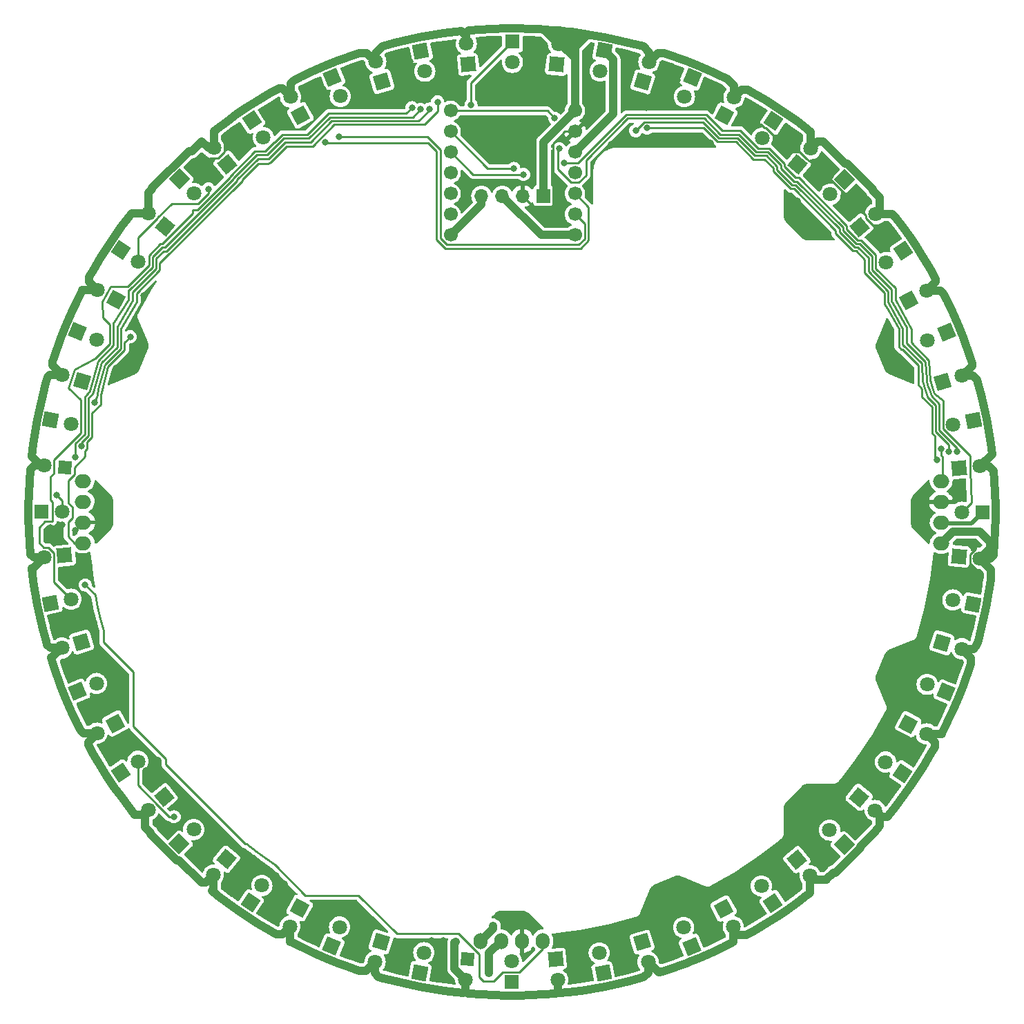
<source format=gbr>
%TF.GenerationSoftware,KiCad,Pcbnew,7.0.9*%
%TF.CreationDate,2024-06-22T14:18:39+09:00*%
%TF.ProjectId,Center_Line,43656e74-6572-45f4-9c69-6e652e6b6963,rev?*%
%TF.SameCoordinates,PX914aa10PY60e6338*%
%TF.FileFunction,Copper,L1,Top*%
%TF.FilePolarity,Positive*%
%FSLAX46Y46*%
G04 Gerber Fmt 4.6, Leading zero omitted, Abs format (unit mm)*
G04 Created by KiCad (PCBNEW 7.0.9) date 2024-06-22 14:18:39*
%MOMM*%
%LPD*%
G01*
G04 APERTURE LIST*
G04 Aperture macros list*
%AMRotRect*
0 Rectangle, with rotation*
0 The origin of the aperture is its center*
0 $1 length*
0 $2 width*
0 $3 Rotation angle, in degrees counterclockwise*
0 Add horizontal line*
21,1,$1,$2,0,0,$3*%
G04 Aperture macros list end*
%TA.AperFunction,SMDPad,CuDef*%
%ADD10O,1.700000X2.000000*%
%TD*%
%TA.AperFunction,SMDPad,CuDef*%
%ADD11O,2.000000X1.700000*%
%TD*%
%TA.AperFunction,ComponentPad*%
%ADD12C,1.700000*%
%TD*%
%TA.AperFunction,ComponentPad*%
%ADD13RotRect,1.800000X1.800000X230.625000*%
%TD*%
%TA.AperFunction,ComponentPad*%
%ADD14C,1.800000*%
%TD*%
%TA.AperFunction,ComponentPad*%
%ADD15RotRect,1.800000X1.800000X196.875000*%
%TD*%
%TA.AperFunction,ComponentPad*%
%ADD16RotRect,1.800000X1.800000X123.750000*%
%TD*%
%TA.AperFunction,ComponentPad*%
%ADD17RotRect,1.800000X1.800000X354.375000*%
%TD*%
%TA.AperFunction,ComponentPad*%
%ADD18RotRect,1.800000X1.800000X343.125000*%
%TD*%
%TA.AperFunction,ComponentPad*%
%ADD19R,1.700000X1.700000*%
%TD*%
%TA.AperFunction,ComponentPad*%
%ADD20O,1.700000X1.700000*%
%TD*%
%TA.AperFunction,ComponentPad*%
%ADD21RotRect,1.800000X1.800000X106.875000*%
%TD*%
%TA.AperFunction,ComponentPad*%
%ADD22RotRect,1.800000X1.800000X146.250000*%
%TD*%
%TA.AperFunction,ComponentPad*%
%ADD23RotRect,1.800000X1.800000X78.750000*%
%TD*%
%TA.AperFunction,ComponentPad*%
%ADD24RotRect,1.800000X1.800000X67.500000*%
%TD*%
%TA.AperFunction,ComponentPad*%
%ADD25RotRect,1.800000X1.800000X303.750000*%
%TD*%
%TA.AperFunction,ComponentPad*%
%ADD26RotRect,1.800000X1.800000X135.000000*%
%TD*%
%TA.AperFunction,ComponentPad*%
%ADD27RotRect,1.800000X1.800000X61.875000*%
%TD*%
%TA.AperFunction,ComponentPad*%
%ADD28RotRect,1.800000X1.800000X315.000000*%
%TD*%
%TA.AperFunction,ComponentPad*%
%ADD29RotRect,1.800000X1.800000X11.250000*%
%TD*%
%TA.AperFunction,ComponentPad*%
%ADD30RotRect,1.800000X1.800000X151.875000*%
%TD*%
%TA.AperFunction,ComponentPad*%
%ADD31RotRect,1.800000X1.800000X320.625000*%
%TD*%
%TA.AperFunction,ComponentPad*%
%ADD32R,1.800000X1.800000*%
%TD*%
%TA.AperFunction,ComponentPad*%
%ADD33RotRect,1.800000X1.800000X191.250000*%
%TD*%
%TA.AperFunction,ComponentPad*%
%ADD34RotRect,1.800000X1.800000X348.750000*%
%TD*%
%TA.AperFunction,ComponentPad*%
%ADD35RotRect,1.800000X1.800000X275.625000*%
%TD*%
%TA.AperFunction,ComponentPad*%
%ADD36RotRect,1.800000X1.800000X309.375000*%
%TD*%
%TA.AperFunction,ComponentPad*%
%ADD37RotRect,1.800000X1.800000X326.250000*%
%TD*%
%TA.AperFunction,ComponentPad*%
%ADD38RotRect,1.800000X1.800000X225.000000*%
%TD*%
%TA.AperFunction,ComponentPad*%
%ADD39RotRect,1.800000X1.800000X129.375000*%
%TD*%
%TA.AperFunction,ComponentPad*%
%ADD40RotRect,1.800000X1.800000X219.375000*%
%TD*%
%TA.AperFunction,ComponentPad*%
%ADD41RotRect,1.800000X1.800000X28.125000*%
%TD*%
%TA.AperFunction,ComponentPad*%
%ADD42RotRect,1.800000X1.800000X140.625000*%
%TD*%
%TA.AperFunction,ComponentPad*%
%ADD43RotRect,1.800000X1.800000X118.125000*%
%TD*%
%TA.AperFunction,ComponentPad*%
%ADD44RotRect,1.800000X1.800000X258.750000*%
%TD*%
%TA.AperFunction,ComponentPad*%
%ADD45RotRect,1.800000X1.800000X84.375000*%
%TD*%
%TA.AperFunction,ComponentPad*%
%ADD46RotRect,1.800000X1.800000X16.875000*%
%TD*%
%TA.AperFunction,ComponentPad*%
%ADD47RotRect,1.600000X1.600000X264.375000*%
%TD*%
%TA.AperFunction,ComponentPad*%
%ADD48RotRect,1.800000X1.800000X208.125000*%
%TD*%
%TA.AperFunction,ComponentPad*%
%ADD49RotRect,1.800000X1.800000X39.375000*%
%TD*%
%TA.AperFunction,ComponentPad*%
%ADD50RotRect,1.800000X1.800000X56.250000*%
%TD*%
%TA.AperFunction,ComponentPad*%
%ADD51RotRect,1.800000X1.800000X298.125000*%
%TD*%
%TA.AperFunction,ComponentPad*%
%ADD52RotRect,1.800000X1.800000X236.250000*%
%TD*%
%TA.AperFunction,ComponentPad*%
%ADD53RotRect,1.800000X1.800000X202.500000*%
%TD*%
%TA.AperFunction,ComponentPad*%
%ADD54RotRect,1.800000X1.800000X33.750000*%
%TD*%
%TA.AperFunction,ComponentPad*%
%ADD55RotRect,1.800000X1.800000X286.875000*%
%TD*%
%TA.AperFunction,ComponentPad*%
%ADD56RotRect,1.800000X1.800000X331.875000*%
%TD*%
%TA.AperFunction,ComponentPad*%
%ADD57RotRect,1.800000X1.800000X101.250000*%
%TD*%
%TA.AperFunction,ComponentPad*%
%ADD58RotRect,1.800000X1.800000X22.500000*%
%TD*%
%TA.AperFunction,ComponentPad*%
%ADD59RotRect,1.800000X1.800000X157.500000*%
%TD*%
%TA.AperFunction,ComponentPad*%
%ADD60RotRect,1.800000X1.800000X247.500000*%
%TD*%
%TA.AperFunction,ComponentPad*%
%ADD61RotRect,1.800000X1.800000X292.500000*%
%TD*%
%TA.AperFunction,ComponentPad*%
%ADD62RotRect,1.800000X1.800000X45.000000*%
%TD*%
%TA.AperFunction,ComponentPad*%
%ADD63RotRect,1.800000X1.800000X253.125000*%
%TD*%
%TA.AperFunction,ComponentPad*%
%ADD64RotRect,1.800000X1.800000X95.625000*%
%TD*%
%TA.AperFunction,ComponentPad*%
%ADD65RotRect,1.800000X1.800000X163.125000*%
%TD*%
%TA.AperFunction,ComponentPad*%
%ADD66RotRect,1.800000X1.800000X168.750000*%
%TD*%
%TA.AperFunction,ComponentPad*%
%ADD67RotRect,1.800000X1.800000X50.625000*%
%TD*%
%TA.AperFunction,ComponentPad*%
%ADD68RotRect,1.800000X1.800000X213.750000*%
%TD*%
%TA.AperFunction,ComponentPad*%
%ADD69RotRect,1.800000X1.800000X73.125000*%
%TD*%
%TA.AperFunction,ComponentPad*%
%ADD70RotRect,1.800000X1.800000X185.625000*%
%TD*%
%TA.AperFunction,ComponentPad*%
%ADD71RotRect,1.800000X1.800000X281.250000*%
%TD*%
%TA.AperFunction,ComponentPad*%
%ADD72RotRect,1.800000X1.800000X5.625000*%
%TD*%
%TA.AperFunction,ComponentPad*%
%ADD73RotRect,1.800000X1.800000X241.875000*%
%TD*%
%TA.AperFunction,ComponentPad*%
%ADD74RotRect,1.600000X1.600000X174.375000*%
%TD*%
%TA.AperFunction,ComponentPad*%
%ADD75RotRect,1.800000X1.800000X337.500000*%
%TD*%
%TA.AperFunction,ComponentPad*%
%ADD76RotRect,1.800000X1.800000X112.500000*%
%TD*%
%TA.AperFunction,ViaPad*%
%ADD77C,0.800000*%
%TD*%
%TA.AperFunction,Conductor*%
%ADD78C,1.000000*%
%TD*%
%TA.AperFunction,Conductor*%
%ADD79C,0.250000*%
%TD*%
%TA.AperFunction,Conductor*%
%ADD80C,0.500000*%
%TD*%
G04 APERTURE END LIST*
D10*
%TO.P,J4,1,Pin_1*%
%TO.N,+5V*%
X-3825400Y-52597200D03*
%TO.P,J4,2,Pin_2*%
%TO.N,+3.3V*%
X-1285400Y-52597200D03*
%TO.P,J4,3*%
%TO.N,GND*%
X1254600Y-52597200D03*
%TO.P,J4,4*%
%TO.N,/BACK*%
X3794600Y-52597200D03*
%TD*%
D11*
%TO.P,J3,1,Pin_1*%
%TO.N,+5V*%
X52628800Y-3870000D03*
%TO.P,J3,2,Pin_2*%
%TO.N,+3.3V*%
X52628800Y-1330000D03*
%TO.P,J3,3*%
%TO.N,GND*%
X52628800Y1210000D03*
%TO.P,J3,4*%
%TO.N,/LEFT*%
X52628800Y3750000D03*
%TD*%
D12*
%TO.P,U2,1,DAC*%
%TO.N,/com*%
X-7518400Y49180600D03*
%TO.P,U2,2*%
%TO.N,/S0*%
X-7518400Y46640600D03*
%TO.P,U2,3*%
%TO.N,/S1*%
X-7518400Y44100600D03*
%TO.P,U2,4*%
%TO.N,/S2*%
X-7518400Y41560600D03*
%TO.P,U2,5,SDA*%
%TO.N,/S3*%
X-7518400Y39020600D03*
%TO.P,U2,6,SCL*%
%TO.N,/E*%
X-7518400Y36480600D03*
%TO.P,U2,7,TX*%
%TO.N,/LINE_RX*%
X-7518400Y33940600D03*
%TO.P,U2,8,RX*%
%TO.N,/LINE_TX*%
X7721600Y33940600D03*
%TO.P,U2,9,SCK*%
%TO.N,/RIGHT*%
X7721600Y36480600D03*
%TO.P,U2,10,MISO*%
%TO.N,/BACK*%
X7721600Y39020600D03*
%TO.P,U2,11,MOSI*%
%TO.N,/LEFT*%
X7721600Y41560600D03*
%TO.P,U2,12,3V3*%
%TO.N,+3.3V*%
X7721600Y44100600D03*
%TO.P,U2,13,GND*%
%TO.N,GND*%
X7721600Y46640600D03*
%TO.P,U2,14,5V*%
%TO.N,+5V*%
X7721600Y49180600D03*
%TD*%
D11*
%TO.P,J2,1,Pin_1*%
%TO.N,+5V*%
X-52578000Y3790800D03*
%TO.P,J2,2,Pin_2*%
%TO.N,+3.3V*%
X-52578000Y1250800D03*
%TO.P,J2,3*%
%TO.N,GND*%
X-52578000Y-1289200D03*
%TO.P,J2,4*%
%TO.N,/RIGHT*%
X-52578000Y-3829200D03*
%TD*%
D13*
%TO.P,D20,1,K*%
%TO.N,Net-(D20-K)*%
X-35006519Y-42575493D03*
D14*
%TO.P,D20,2,A*%
%TO.N,+5V*%
X-36617878Y-44538940D03*
%TD*%
D15*
%TO.P,D23,1,K*%
%TO.N,Net-(D23-K)*%
X-52760533Y-15951649D03*
D14*
%TO.P,D23,2,A*%
%TO.N,+5V*%
X-55191161Y-16688972D03*
%TD*%
D16*
%TO.P,Q14,1,C*%
%TO.N,+3.3V*%
X31997052Y-47978411D03*
D14*
%TO.P,Q14,2,E*%
%TO.N,/7*%
X30585904Y-45866478D03*
%TD*%
D17*
%TO.P,D9,1,K*%
%TO.N,Net-(D9-K)*%
X54848808Y-5453182D03*
D14*
%TO.P,D9,2,A*%
%TO.N,+5V*%
X57376577Y-5702146D03*
%TD*%
D18*
%TO.P,D10,1,K*%
%TO.N,Net-(D10-K)*%
X52731041Y-16048872D03*
D14*
%TO.P,D10,2,A*%
%TO.N,+5V*%
X55161669Y-16786195D03*
%TD*%
D19*
%TO.P,J1,1,Pin_1*%
%TO.N,+5V*%
X3875400Y38747000D03*
D20*
%TO.P,J1,2,Pin_2*%
%TO.N,GND*%
X1335400Y38747000D03*
%TO.P,J1,3*%
%TO.N,/LINE_TX*%
X-1204600Y38747000D03*
%TO.P,J1,4*%
%TO.N,/LINE_RX*%
X-3744600Y38747000D03*
%TD*%
D21*
%TO.P,D31,1,K*%
%TO.N,Net-(D31-K)*%
X-15951649Y52760532D03*
D14*
%TO.P,D31,2,A*%
%TO.N,+5V*%
X-16688972Y55191160D03*
%TD*%
D22*
%TO.P,Q12,1,C*%
%TO.N,+3.3V*%
X47921964Y-32081530D03*
D14*
%TO.P,Q12,2,E*%
%TO.N,/6*%
X45810031Y-30670382D03*
%TD*%
D23*
%TO.P,Q18,1,C*%
%TO.N,+3.3V*%
X-11300527Y-56551192D03*
D14*
%TO.P,Q18,2,E*%
%TO.N,/9*%
X-10804998Y-54059997D03*
%TD*%
D24*
%TO.P,Q19,1,C*%
%TO.N,+3.3V*%
X-22115981Y-53259953D03*
D14*
%TO.P,Q19,2,E*%
%TO.N,/10*%
X-21143965Y-50913299D03*
%TD*%
D25*
%TO.P,Q30,1,C*%
%TO.N,+3.3V*%
X-31902400Y48012200D03*
D14*
%TO.P,Q30,2,E*%
%TO.N,/15*%
X-30491252Y45900267D03*
%TD*%
D26*
%TO.P,Q13,1,C*%
%TO.N,+3.3V*%
X40742361Y-40814204D03*
D14*
%TO.P,Q13,2,E*%
%TO.N,/7*%
X38946310Y-39018153D03*
%TD*%
D27*
%TO.P,D3,1,K*%
%TO.N,Net-(D3-K)*%
X26027813Y48586848D03*
D14*
%TO.P,D3,2,A*%
%TO.N,+5V*%
X27225161Y50826928D03*
%TD*%
D28*
%TO.P,Q29,1,C*%
%TO.N,+3.3V*%
X-40742361Y40814204D03*
D14*
%TO.P,Q29,2,E*%
%TO.N,/15*%
X-38946310Y39018153D03*
%TD*%
D29*
%TO.P,Q24,1,C*%
%TO.N,+3.3V*%
X-56571013Y-11200879D03*
D14*
%TO.P,Q24,2,E*%
%TO.N,/12*%
X-54079818Y-10705350D03*
%TD*%
D30*
%TO.P,D27,1,K*%
%TO.N,Net-(D27-K)*%
X-48586850Y26027811D03*
D14*
%TO.P,D27,2,A*%
%TO.N,+5V*%
X-50826930Y27225159D03*
%TD*%
D31*
%TO.P,D12,1,K*%
%TO.N,Net-(D12-K)*%
X42575492Y-35006520D03*
D14*
%TO.P,D12,2,A*%
%TO.N,+5V*%
X44538939Y-36617879D03*
%TD*%
D32*
%TO.P,Q1,1,C*%
%TO.N,+3.3V*%
X50800Y57669200D03*
D14*
%TO.P,Q1,2,E*%
%TO.N,/1*%
X50800Y55129200D03*
%TD*%
D33*
%TO.P,Q8,1,C*%
%TO.N,+3.3V*%
X56571013Y11200879D03*
D14*
%TO.P,Q8,2,E*%
%TO.N,/4*%
X54079818Y10705350D03*
%TD*%
D34*
%TO.P,Q26,1,C*%
%TO.N,+3.3V*%
X-56551192Y11300527D03*
D14*
%TO.P,Q26,2,E*%
%TO.N,/13*%
X-54059997Y10804998D03*
%TD*%
D35*
%TO.P,D16,1,K*%
%TO.N,Net-(D16-K)*%
X5352072Y-54858767D03*
D14*
%TO.P,D16,2,A*%
%TO.N,+5V*%
X5601036Y-57386536D03*
%TD*%
D36*
%TO.P,D13,1,K*%
%TO.N,Net-(D13-K)*%
X34927983Y-42639946D03*
D14*
%TO.P,D13,2,A*%
%TO.N,+5V*%
X36539342Y-44603393D03*
%TD*%
D37*
%TO.P,Q28,1,C*%
%TO.N,+3.3V*%
X-47921964Y32081530D03*
D14*
%TO.P,Q28,2,E*%
%TO.N,/14*%
X-45810031Y30670382D03*
%TD*%
D38*
%TO.P,Q5,1,C*%
%TO.N,+3.3V*%
X40814204Y40742361D03*
D14*
%TO.P,Q5,2,E*%
%TO.N,/3*%
X39018153Y38946310D03*
%TD*%
D39*
%TO.P,D29,1,K*%
%TO.N,Net-(D29-K)*%
X-34927984Y42639944D03*
D14*
%TO.P,D29,2,A*%
%TO.N,+5V*%
X-36539343Y44603391D03*
%TD*%
D40*
%TO.P,D21,1,K*%
%TO.N,Net-(D21-K)*%
X-42639945Y-34927984D03*
D14*
%TO.P,D21,2,A*%
%TO.N,+5V*%
X-44603392Y-36539343D03*
%TD*%
D41*
%TO.P,D6,1,K*%
%TO.N,Net-(D6-K)*%
X48634743Y25938210D03*
D14*
%TO.P,D6,2,A*%
%TO.N,+5V*%
X50874823Y27135558D03*
%TD*%
D42*
%TO.P,D28,1,K*%
%TO.N,Net-(D28-K)*%
X-42575493Y35006518D03*
D14*
%TO.P,D28,2,A*%
%TO.N,+5V*%
X-44538940Y36617877D03*
%TD*%
D43*
%TO.P,D30,1,K*%
%TO.N,Net-(D30-K)*%
X-25938212Y48634741D03*
D14*
%TO.P,D30,2,A*%
%TO.N,+5V*%
X-27135560Y50874821D03*
%TD*%
D44*
%TO.P,Q2,1,C*%
%TO.N,+3.3V*%
X11300527Y56551192D03*
D14*
%TO.P,Q2,2,E*%
%TO.N,/1*%
X10804998Y54059997D03*
%TD*%
D45*
%TO.P,D1,1,K*%
%TO.N,Net-(D1-K)*%
X5453182Y54848807D03*
D14*
%TO.P,D1,2,A*%
%TO.N,+5V*%
X5702146Y57376576D03*
%TD*%
D46*
%TO.P,D7,1,K*%
%TO.N,Net-(D7-K)*%
X52760534Y15951647D03*
D14*
%TO.P,D7,2,A*%
%TO.N,+5V*%
X55191162Y16688970D03*
%TD*%
D47*
%TO.P,D17,1,K*%
%TO.N,Net-(D17-K)*%
X-5453181Y-54848809D03*
D14*
%TO.P,D17,2,A*%
%TO.N,+5V*%
X-5702145Y-57376578D03*
%TD*%
D48*
%TO.P,D22,1,K*%
%TO.N,Net-(D22-K)*%
X-48634742Y-25938212D03*
D14*
%TO.P,D22,2,A*%
%TO.N,+5V*%
X-50874822Y-27135560D03*
%TD*%
D49*
%TO.P,D5,1,K*%
%TO.N,Net-(D5-K)*%
X42639946Y34927982D03*
D14*
%TO.P,D5,2,A*%
%TO.N,+5V*%
X44603393Y36539341D03*
%TD*%
D50*
%TO.P,Q20,1,C*%
%TO.N,+3.3V*%
X-32081530Y-47921964D03*
D14*
%TO.P,Q20,2,E*%
%TO.N,/10*%
X-30670382Y-45810031D03*
%TD*%
D51*
%TO.P,D14,1,K*%
%TO.N,Net-(D14-K)*%
X25938211Y-48634743D03*
D14*
%TO.P,D14,2,A*%
%TO.N,+5V*%
X27135559Y-50874823D03*
%TD*%
D52*
%TO.P,Q4,1,C*%
%TO.N,+3.3V*%
X32081530Y47921964D03*
D14*
%TO.P,Q4,2,E*%
%TO.N,/2*%
X30670382Y45810031D03*
%TD*%
D53*
%TO.P,Q7,1,C*%
%TO.N,+3.3V*%
X53298834Y22022114D03*
D14*
%TO.P,Q7,2,E*%
%TO.N,/4*%
X50952180Y21050098D03*
%TD*%
D54*
%TO.P,Q22,1,C*%
%TO.N,+3.3V*%
X-47978411Y-31997052D03*
D14*
%TO.P,Q22,2,E*%
%TO.N,/11*%
X-45866478Y-30585904D03*
%TD*%
D55*
%TO.P,D15,1,K*%
%TO.N,Net-(D15-K)*%
X15951648Y-52760534D03*
D14*
%TO.P,D15,2,A*%
%TO.N,+5V*%
X16688971Y-55191162D03*
%TD*%
D56*
%TO.P,D11,1,K*%
%TO.N,Net-(D11-K)*%
X48586849Y-26027813D03*
D14*
%TO.P,D11,2,A*%
%TO.N,+5V*%
X50826929Y-27225161D03*
%TD*%
D57*
%TO.P,Q16,1,C*%
%TO.N,+3.3V*%
X11200879Y-56571013D03*
D14*
%TO.P,Q16,2,E*%
%TO.N,/8*%
X10705350Y-54079818D03*
%TD*%
D32*
%TO.P,Q17,1,C*%
%TO.N,+3.3V*%
X-50800Y-57669200D03*
D14*
%TO.P,Q17,2,E*%
%TO.N,/9*%
X-50800Y-55129200D03*
%TD*%
D58*
%TO.P,Q23,1,C*%
%TO.N,+3.3V*%
X-53298834Y-22022114D03*
D14*
%TO.P,Q23,2,E*%
%TO.N,/12*%
X-50952180Y-21050098D03*
%TD*%
D59*
%TO.P,Q11,1,C*%
%TO.N,+3.3V*%
X53259953Y-22115981D03*
D14*
%TO.P,Q11,2,E*%
%TO.N,/6*%
X50913299Y-21143965D03*
%TD*%
D60*
%TO.P,Q3,1,C*%
%TO.N,+3.3V*%
X22115981Y53259953D03*
D14*
%TO.P,Q3,2,E*%
%TO.N,/2*%
X21143965Y50913299D03*
%TD*%
D61*
%TO.P,Q31,1,C*%
%TO.N,+3.3V*%
X-22022114Y53298834D03*
D14*
%TO.P,Q31,2,E*%
%TO.N,/16*%
X-21050098Y50952180D03*
%TD*%
D62*
%TO.P,Q21,1,C*%
%TO.N,+3.3V*%
X-40814204Y-40742361D03*
D14*
%TO.P,Q21,2,E*%
%TO.N,/11*%
X-39018153Y-38946310D03*
%TD*%
D63*
%TO.P,D18,1,K*%
%TO.N,Net-(D18-K)*%
X-16048871Y-52731042D03*
D14*
%TO.P,D18,2,A*%
%TO.N,+5V*%
X-16786194Y-55161670D03*
%TD*%
D64*
%TO.P,D32,1,K*%
%TO.N,Net-(D32-K)*%
X-5352073Y54858766D03*
D14*
%TO.P,D32,2,A*%
%TO.N,+5V*%
X-5601037Y57386535D03*
%TD*%
D65*
%TO.P,D26,1,K*%
%TO.N,Net-(D26-K)*%
X-52731041Y16048870D03*
D14*
%TO.P,D26,2,A*%
%TO.N,+5V*%
X-55161669Y16786193D03*
%TD*%
D66*
%TO.P,Q10,1,C*%
%TO.N,+3.3V*%
X56551192Y-11300527D03*
D14*
%TO.P,Q10,2,E*%
%TO.N,/5*%
X54059997Y-10804998D03*
%TD*%
D67*
%TO.P,D4,1,K*%
%TO.N,Net-(D4-K)*%
X35006520Y42575491D03*
D14*
%TO.P,D4,2,A*%
%TO.N,+5V*%
X36617879Y44538938D03*
%TD*%
D68*
%TO.P,Q6,1,C*%
%TO.N,+3.3V*%
X47978411Y31997052D03*
D14*
%TO.P,Q6,2,E*%
%TO.N,/3*%
X45866478Y30585904D03*
%TD*%
D69*
%TO.P,D2,1,K*%
%TO.N,Net-(D2-K)*%
X16048872Y52731040D03*
D14*
%TO.P,D2,2,A*%
%TO.N,+5V*%
X16786195Y55161668D03*
%TD*%
D70*
%TO.P,D24,1,K*%
%TO.N,Net-(D24-K)*%
X-54858766Y-5352073D03*
D14*
%TO.P,D24,2,A*%
%TO.N,+5V*%
X-57386535Y-5601037D03*
%TD*%
D71*
%TO.P,Q32,1,C*%
%TO.N,+3.3V*%
X-11176000Y56521200D03*
D14*
%TO.P,Q32,2,E*%
%TO.N,/16*%
X-10680471Y54030005D03*
%TD*%
D72*
%TO.P,D8,1,K*%
%TO.N,Net-(D8-K)*%
X54858767Y5352071D03*
D14*
%TO.P,D8,2,A*%
%TO.N,+5V*%
X57386536Y5601035D03*
%TD*%
D73*
%TO.P,D19,1,K*%
%TO.N,Net-(D19-K)*%
X-26027812Y-48586850D03*
D14*
%TO.P,D19,2,A*%
%TO.N,+5V*%
X-27225160Y-50826930D03*
%TD*%
D74*
%TO.P,D25,1,K*%
%TO.N,Net-(D25-K)*%
X-54848808Y5453180D03*
D14*
%TO.P,D25,2,A*%
%TO.N,+5V*%
X-57376577Y5702144D03*
%TD*%
D32*
%TO.P,Q9,1,C*%
%TO.N,+3.3V*%
X57669200Y-50800D03*
D14*
%TO.P,Q9,2,E*%
%TO.N,/5*%
X55129200Y-50800D03*
%TD*%
D75*
%TO.P,Q27,1,C*%
%TO.N,+3.3V*%
X-53259953Y22115981D03*
D14*
%TO.P,Q27,2,E*%
%TO.N,/14*%
X-50913299Y21143965D03*
%TD*%
D76*
%TO.P,Q15,1,C*%
%TO.N,+3.3V*%
X22022114Y-53298834D03*
D14*
%TO.P,Q15,2,E*%
%TO.N,/8*%
X21050098Y-50952180D03*
%TD*%
D32*
%TO.P,Q25,1,C*%
%TO.N,+3.3V*%
X-57669200Y50800D03*
D14*
%TO.P,Q25,2,E*%
%TO.N,/13*%
X-55129200Y50800D03*
%TD*%
D77*
%TO.N,+5V*%
X-6883400Y-52698800D03*
X-2311400Y-50743000D03*
%TO.N,GND*%
X-55156700Y-1553349D03*
X54152800Y-20567800D03*
X50215800Y-2025800D03*
X39166800Y-34029800D03*
X-29794200Y-49650800D03*
X-30937200Y-43300800D03*
X16433800Y49536200D03*
X24561800Y51695200D03*
X48691800Y-28060800D03*
X19608800Y54616200D03*
X-9601200Y-57143800D03*
X-9474200Y-55111800D03*
X38023800Y43567200D03*
X-53581300Y-2241700D03*
X-52019200Y-25647800D03*
X-56630900Y-1898700D03*
X-55956200Y-14979800D03*
X50088800Y1911200D03*
X-13538200Y49790200D03*
X-17221200Y-49904800D03*
X57327800Y-7486800D03*
X55676800Y-14979800D03*
X52120800Y-19932800D03*
X-43383200Y-30473800D03*
X-17856200Y-53841800D03*
X57073800Y-9518800D03*
X20243800Y52965200D03*
X30657800Y-42665800D03*
X48818800Y17659200D03*
X-1727200Y-49650800D03*
X56184800Y-13201800D03*
X2082800Y51568200D03*
X36626800Y33915200D03*
X42976800Y-30346800D03*
X15036800Y-56000800D03*
X45770800Y35185200D03*
X-48590200Y17659200D03*
X37642800Y39757200D03*
X8305800Y-54222800D03*
X12369800Y-54603800D03*
X14274800Y55251200D03*
X34975800Y38106200D03*
X4241800Y35312200D03*
X35102800Y-45967800D03*
X-20142200Y-52317800D03*
X45643800Y21215200D03*
X-14046200Y56140200D03*
X29768800Y49663200D03*
X-46558200Y17532200D03*
X-44907200Y-31743800D03*
X54787800Y-18535800D03*
X37134800Y-34156800D03*
X16306800Y-50031800D03*
X53898800Y-12820800D03*
X9448800Y49155200D03*
X5765800Y-52698800D03*
X-7950200Y53981200D03*
X-15062200Y54616200D03*
X11861800Y-51301800D03*
X25323800Y-50793800D03*
X15036800Y-54603800D03*
X17830800Y53727200D03*
X42849800Y-37077800D03*
X33578800Y-47110800D03*
X13004800Y-56381800D03*
X43484800Y-38220800D03*
X46532800Y34423200D03*
X-12522200Y55251200D03*
X-76200Y43567200D03*
X41198800Y-38982800D03*
X-8331200Y57029200D03*
X23672800Y-52825800D03*
X12115800Y45091200D03*
X-38176200Y42170200D03*
X23164800Y-46856800D03*
X-50241200Y2165200D03*
X-76200Y48012200D03*
X17322800Y-48126800D03*
X8432800Y-57143800D03*
X-76200Y-51301800D03*
X-45288200Y20707200D03*
X34213800Y-37204800D03*
X-48463200Y-29076800D03*
X-7569200Y-57397800D03*
X-2743200Y57918200D03*
X47548800Y-17265800D03*
X-28905200Y-44570800D03*
X56819800Y-3803800D03*
X39039800Y41154200D03*
X-4140200Y56521200D03*
X2844800Y36836200D03*
X-33604200Y47123200D03*
X-52781200Y-23742800D03*
X17322800Y45218200D03*
X-45161200Y26549200D03*
X5892800Y52203200D03*
X-27889200Y-45586800D03*
X30022800Y47504200D03*
X-32715200Y-41776800D03*
X-35255200Y45853200D03*
X-2108200Y51568200D03*
X-39573200Y-42030800D03*
X-8458200Y-52571800D03*
X9575800Y55378200D03*
X10845800Y52076200D03*
X45262800Y-26917800D03*
X13766800Y49536200D03*
X54406800Y1530200D03*
X9194800Y52203200D03*
X22783800Y-51047800D03*
X19735800Y-47745800D03*
X21132800Y45218200D03*
X-50241200Y-2152800D03*
X6400800Y35312200D03*
X53898800Y2419200D03*
X24307800Y45218200D03*
X2209800Y-50412800D03*
X10718800Y49409200D03*
X6146800Y40011200D03*
X-23190200Y51822200D03*
X46786800Y17278200D03*
X45770800Y-21202800D03*
X27101800Y-45713800D03*
X-19634200Y-54603800D03*
X-56464200Y-13074800D03*
X-24714200Y52330200D03*
X-29032200Y48647200D03*
X38912800Y42805200D03*
X13893800Y51695200D03*
X-9855200Y-52571800D03*
X-38176200Y-43554800D03*
X-25349200Y50679200D03*
%TO.N,+3.3V*%
X-2806700Y-56572300D03*
X-5029200Y49905100D03*
%TO.N,/5*%
X6362553Y42758647D03*
%TO.N,/6*%
X54559200Y7372200D03*
X5794351Y44548851D03*
%TO.N,/7*%
X15163800Y46736100D03*
X53533830Y7371429D03*
%TO.N,/8*%
X52095400Y6407000D03*
X16545799Y47073500D03*
%TO.N,/9*%
X-9131697Y50268301D03*
X-51210497Y13420602D03*
%TO.N,/10*%
X-52793461Y8032600D03*
X-10134476Y49392523D03*
%TO.N,/11*%
X-41410400Y-37391000D03*
X-11197298Y49354298D03*
X-53518961Y6750233D03*
%TO.N,/12*%
X-12268200Y49556700D03*
%TO.N,/13*%
X-55829200Y2038200D03*
%TO.N,/14*%
X-37218062Y39592187D03*
%TO.N,/com*%
X5255036Y48268964D03*
%TO.N,/S0*%
X228600Y42107300D03*
%TO.N,/S1*%
X1422400Y41382800D03*
%TO.N,/RIGHT*%
X-46812129Y21469200D03*
X-21183600Y45974441D03*
%TO.N,/BACK*%
X-22936200Y45294400D03*
X-52317900Y-8967703D03*
%TO.N,/LEFT*%
X52591300Y7727800D03*
%TD*%
D78*
%TO.N,+5V*%
X16093532Y57055453D02*
X16786195Y56362790D01*
X-45180405Y-37116356D02*
X-46243176Y-37116356D01*
X-59242119Y-2350698D02*
X-59282566Y-827021D01*
X-51268527Y29763220D02*
X-50486180Y31071386D01*
X16786195Y55161668D02*
X17899573Y56275046D01*
X18783520Y-56262356D02*
X18107100Y-56478511D01*
X-5702145Y-58711295D02*
X-5702145Y-57376578D01*
X-57386535Y-5601037D02*
X-58665768Y-5601037D01*
X-52680733Y27183684D02*
X-52639258Y27225159D01*
X-52731065Y27088766D02*
X-52680733Y27183684D01*
X39674800Y-44215200D02*
X39421743Y-44215200D01*
X-57820252Y5702144D02*
X-58897525Y6779417D01*
X-5601037Y57386535D02*
X-5601037Y58327998D01*
X58472696Y9895102D02*
X58708119Y8389103D01*
X-45742747Y36617877D02*
X-44538940Y36617877D01*
X57559347Y-14304591D02*
X57173062Y-15779070D01*
X-56384094Y-17881905D02*
X-55191161Y-16688972D01*
X-2311400Y-50743000D02*
X-2311400Y-51083200D01*
X-37228151Y44603391D02*
X-36539343Y44603391D01*
X24457622Y-54038275D02*
X23061028Y-54648808D01*
X-51218798Y-29879574D02*
X-51969447Y-28553036D01*
X-44472757Y39193823D02*
X-44119800Y39546780D01*
X44732732Y38916304D02*
X45065019Y38535441D01*
X36381995Y-46843910D02*
X36193277Y-46993171D01*
X-52639258Y27225159D02*
X-50826930Y27225159D01*
X51237428Y29848688D02*
X51988077Y28522150D01*
X45065019Y37000967D02*
X44603393Y36539341D01*
X9822310Y58464396D02*
X11322184Y58192851D01*
X57173062Y-15779070D02*
X56986682Y-16422551D01*
X28750161Y-51879191D02*
X27642009Y-51879191D01*
X6804172Y58891402D02*
X8315968Y58697298D01*
X28914155Y51754955D02*
X29787982Y51262404D01*
X-25819440Y53361158D02*
X-24438992Y54007389D01*
X55788743Y-20136111D02*
X55253146Y-21563181D01*
X-58897525Y6779417D02*
X-58703423Y8291204D01*
X7721600Y57384800D02*
X6715985Y58390415D01*
X-44278252Y-39541055D02*
X-44278252Y-39347385D01*
X56305102Y-18640289D02*
X56287457Y-18695825D01*
X7721600Y56629914D02*
X7721600Y57000236D01*
X56986682Y-16422551D02*
X56623038Y-16786195D01*
X-55198507Y-21655277D02*
X-55736465Y-20229149D01*
X7721600Y55657600D02*
X7721600Y58102930D01*
X-36096254Y-47053456D02*
X-36803351Y-46496113D01*
X-58886113Y-6908523D02*
X-58694021Y-6908523D01*
X57376577Y-5702146D02*
X58597800Y-4480923D01*
X-58515256Y5702144D02*
X-59060855Y5156545D01*
X-27177400Y-52712079D02*
X-27225160Y-52664319D01*
X58198655Y11394492D02*
X58472696Y9895102D01*
X-56338031Y18447123D02*
X-56268827Y18664939D01*
X7318721Y58825338D02*
X8315968Y58697298D01*
X-58454066Y-9925988D02*
X-58689489Y-8419989D01*
X52749695Y-27119652D02*
X52693746Y-27225161D01*
X5601036Y-58853921D02*
X5386373Y-59068584D01*
X21918207Y-55113793D02*
X21649148Y-55223266D01*
X6974938Y57376576D02*
X5702146Y57376576D01*
X42715153Y-41000943D02*
X42715153Y-41174847D01*
X5715000Y59002872D02*
X6804172Y58891402D01*
X-29769352Y-51293290D02*
X-31077500Y-50510954D01*
X44538939Y-36617879D02*
X45098047Y-37176987D01*
X58217602Y-11328317D02*
X57907607Y-12820662D01*
X38604077Y-45032866D02*
X38560199Y-45071147D01*
X-28605375Y51919693D02*
X-29854816Y51212671D01*
X-59283838Y697227D02*
X-59245931Y2221007D01*
X-21538426Y-55259278D02*
X-22951235Y-54687187D01*
X-8395230Y58683364D02*
X-9901230Y58447941D01*
X-36539343Y46673838D02*
X-36539343Y44603391D01*
X-2595709Y59221888D02*
X-2340046Y59221888D01*
X-46584857Y36617877D02*
X-46716367Y36486367D01*
X12814536Y57882855D02*
X14298466Y57534593D01*
X58736171Y-7061740D02*
X58736171Y-8212133D01*
X36114883Y47022569D02*
X36401698Y46796498D01*
X58475466Y5601035D02*
X59091901Y4984600D01*
X16688971Y-56516857D02*
X16688971Y-55191162D01*
X-22951235Y-54687187D02*
X-24348846Y-54078984D01*
X50826929Y-27225161D02*
X51837086Y-28235318D01*
X54681055Y-22975990D02*
X54072852Y-24373601D01*
X-55736465Y-20229149D02*
X-56237601Y-18789638D01*
X-16342208Y-57008914D02*
X-16786194Y-56564928D01*
X-5601037Y58717963D02*
X-5273977Y59045023D01*
X-39248791Y44253483D02*
X-38063517Y45438757D01*
X-53410279Y25724270D02*
X-52731065Y27088766D01*
X7150908Y58825338D02*
X7318721Y58825338D01*
X58736171Y-8212133D02*
X58722053Y-8322090D01*
X-5702145Y-57376578D02*
X-7027742Y-56050981D01*
X-17775876Y56278064D02*
X-16688972Y55191160D01*
X55161669Y-16786195D02*
X56305102Y-17929628D01*
X33649942Y48815847D02*
X34893949Y47935042D01*
X48840600Y-33656066D02*
X47959795Y-34900073D01*
X-18764890Y56231471D02*
X-18619084Y56278064D01*
X58865026Y7079525D02*
X57386536Y5601035D01*
X-802262Y59276442D02*
X721986Y59277714D01*
X44603393Y36539341D02*
X46593662Y36539341D01*
X-9901230Y58447941D02*
X-11400619Y58173900D01*
X38560199Y-45071147D02*
X37007096Y-45071147D01*
X-44538940Y36617877D02*
X-44538940Y39117709D01*
X45098047Y-38527018D02*
X44491387Y-39224709D01*
X-40821761Y-42715153D02*
X-41104154Y-42715153D01*
X48784404Y33706606D02*
X49635046Y32441801D01*
X-44958000Y-36893951D02*
X-44603392Y-36539343D01*
X-38061303Y-45471903D02*
X-38083213Y-45453701D01*
X5702146Y57376576D02*
X3928215Y59150507D01*
X-25730401Y-53435042D02*
X-27094897Y-52755828D01*
X55755095Y20198263D02*
X56256231Y18758752D01*
X51287157Y-29794106D02*
X50504810Y-31102272D01*
X45309662Y-37388602D02*
X44538939Y-36617879D01*
X-54054222Y24342715D02*
X-53410279Y25724270D01*
X51837086Y-28818486D02*
X51287157Y-29794106D01*
X-55770113Y20105225D02*
X-55234516Y21532295D01*
X58489151Y-9828429D02*
X58217602Y-11328317D01*
X-5976125Y-59005125D02*
X-6785541Y-58922287D01*
X-28935122Y-51763522D02*
X-29769352Y-51293290D01*
X3875400Y45334400D02*
X7721600Y49180600D01*
X36193277Y-46993171D02*
X34973866Y-47907678D01*
X3928215Y59150507D02*
X3768045Y59162749D01*
X-2227136Y-59270692D02*
X-3749415Y-59193634D01*
X-50486180Y31071386D02*
X-49670495Y32358968D01*
X-52561841Y-27135560D02*
X-52881639Y-26815762D01*
X51988077Y28248812D02*
X50874823Y27135558D01*
X-51969447Y-28230185D02*
X-50874822Y-27135560D01*
X47047323Y-36121007D02*
X46103779Y-37318075D01*
X-54624049Y-23067155D02*
X-55198507Y-21655277D01*
X-38083213Y-45453701D02*
X-40821761Y-42715153D01*
X6002624Y57376576D02*
X5702146Y57376576D01*
X37489600Y45410659D02*
X38116476Y45410659D01*
X-56237601Y-18789638D02*
X-56527674Y-17881905D01*
X28153188Y51754955D02*
X28914155Y51754955D01*
X11322184Y58192851D02*
X12814536Y57882855D01*
X-27225160Y-50826930D02*
X-28161752Y-51763522D01*
X18107100Y-56478511D02*
X17976320Y-56478511D01*
X-58689489Y-8419989D02*
X-58886113Y-6908523D01*
X-48765774Y-33737492D02*
X-49616416Y-32472687D01*
X-6221882Y58948843D02*
X-6883764Y58879988D01*
X8315968Y58697298D02*
X9271000Y58549636D01*
X9271000Y58549636D02*
X9822310Y58464396D01*
X27135559Y-50874823D02*
X27135559Y-52743482D01*
X38116476Y45410659D02*
X38259592Y45291764D01*
X-56527674Y-17881905D02*
X-56384094Y-17881905D01*
X38259592Y45291764D02*
X40836203Y42715153D01*
X-57154432Y15748184D02*
X-56934248Y16508374D01*
X44272200Y39547107D02*
X44272200Y39376836D01*
X53390800Y-25793265D02*
X53390800Y-25831714D01*
X44491387Y-39224709D02*
X42715153Y-41000943D01*
X56305102Y-17929628D02*
X56305102Y-18640289D01*
X55191162Y16688970D02*
X56561897Y16688970D01*
X-32365116Y-49695246D02*
X-33631312Y-48846733D01*
X22969865Y54656302D02*
X24367476Y54048099D01*
X9919860Y-58478826D02*
X11419249Y-58204785D01*
X20129986Y55763990D02*
X21557056Y55228393D01*
X58708119Y8389103D02*
X58878480Y7079525D01*
X-57011244Y-16275200D02*
X-57128058Y-15874400D01*
X40836203Y42715153D02*
X41104154Y42715153D01*
X52693746Y-27225161D02*
X50826929Y-27225161D01*
X52909725Y26765958D02*
X53385914Y25813313D01*
X-6883764Y58879988D02*
X-8395230Y58683364D01*
X27135559Y-51372741D02*
X27135559Y-50874823D01*
X56425209Y18229965D02*
X56425209Y17923017D01*
X36617879Y46580317D02*
X36401698Y46796498D01*
X-15754314Y-57179194D02*
X-16342208Y-57008914D01*
X-51969447Y-28553036D02*
X-51969447Y-28230185D01*
X21938699Y-55093301D02*
X21918207Y-55113793D01*
X-5702145Y-57376578D02*
X-5702145Y-58731145D01*
X-58694021Y-6908523D02*
X-57386535Y-5601037D01*
X-44538940Y39117709D02*
X-44472757Y39193823D01*
X721986Y59277714D02*
X2245766Y59239807D01*
X59091901Y4984600D02*
X59181152Y3841960D01*
X54072852Y-24373601D02*
X53428909Y-25755156D01*
X58663144Y-5702146D02*
X57376577Y-5702146D01*
X25749031Y53404156D02*
X26399862Y53080188D01*
X14394429Y-57541564D02*
X15868271Y-57152818D01*
X36617879Y44538938D02*
X36617879Y46580317D01*
X-39565824Y44253483D02*
X-39248791Y44253483D01*
X-57888977Y12789776D02*
X-57540717Y14273705D01*
X21968570Y-55093301D02*
X21938699Y-55093301D01*
X-57376577Y5702144D02*
X-57820252Y5702144D01*
X-56268827Y18664939D02*
X-55770113Y20105225D01*
X58597800Y-4480923D02*
X58597800Y-3676800D01*
X-27135560Y52510377D02*
X-26749855Y52896082D01*
X-33712725Y48759653D02*
X-34955236Y47876792D01*
X39421743Y-44215200D02*
X38604077Y-45032866D01*
X45065019Y38535441D02*
X45065019Y37000967D01*
X-50434264Y-31186443D02*
X-51218798Y-29879574D01*
X11419249Y-58204785D02*
X12911074Y-57892301D01*
X-28180432Y51919693D02*
X-28605375Y51919693D01*
X34973866Y-47907678D02*
X33731355Y-48790539D01*
X-29854816Y51212671D02*
X-31161685Y50428137D01*
X57039467Y16211400D02*
X57146688Y15843514D01*
X49689125Y-32389854D02*
X48840600Y-33656066D01*
X-14279836Y-57565479D02*
X-15754314Y-57179194D01*
X58878480Y7079525D02*
X58865026Y7079525D01*
X820892Y-59307327D02*
X-703356Y-59308599D01*
X36617879Y44538938D02*
X37489600Y45410659D01*
X-2325939Y59235995D02*
X-802262Y59276442D01*
X20223021Y-55761224D02*
X18783520Y-56262356D01*
X-59245931Y2221007D02*
X-59168873Y3743282D01*
X45098047Y-37176987D02*
X45098047Y-38527018D01*
X-37550841Y-45471903D02*
X-38061303Y-45471903D01*
X-51827880Y28770880D02*
X-51268527Y29763220D01*
X-27225160Y-52664319D02*
X-27225160Y-50826930D01*
X7721600Y57000236D02*
X9271000Y58549636D01*
X-16786194Y-56564928D02*
X-16786194Y-55161670D01*
X-9803680Y-58495281D02*
X-11303554Y-58223736D01*
X-59162522Y-3872846D02*
X-59242119Y-2350698D01*
X-12892444Y57861416D02*
X-14375799Y57510679D01*
X-5273977Y59045023D02*
X-3848087Y59156398D01*
X3768045Y59162749D02*
X5287817Y59046591D01*
X26399862Y53080188D02*
X27225161Y52254889D01*
X7721600Y56629914D02*
X7721600Y57384800D01*
X-55234516Y21532295D02*
X-54662425Y22945104D01*
X37007096Y-45071147D02*
X36539342Y-44603393D01*
X-2340046Y59221888D02*
X-2325939Y59235995D01*
X-46243176Y-37116356D02*
X-46968413Y-36199404D01*
X59301196Y796135D02*
X59302468Y-728113D01*
X8413860Y-58714249D02*
X9919860Y-58478826D01*
X-50874822Y-27135560D02*
X-52561841Y-27135560D01*
X-2311400Y-51083200D02*
X-3825400Y-52597200D01*
X34893949Y47935042D02*
X36114883Y47022569D01*
X-6785541Y-58922287D02*
X-8297338Y-58728183D01*
X-15849641Y57121933D02*
X-16688972Y56282602D01*
X-46968413Y-36199404D02*
X-47882919Y-34979994D01*
X12911074Y-57892301D02*
X14394429Y-57541564D01*
X-36617878Y-44538940D02*
X-37550841Y-45471903D01*
X53385914Y25813313D02*
X54032145Y24432865D01*
X36539342Y-46686563D02*
X36381995Y-46843910D01*
X-21630518Y55192381D02*
X-20204391Y55730339D01*
X32466568Y-49641169D02*
X31180287Y-50459040D01*
X-3749415Y-59193634D02*
X-5269187Y-59077476D01*
X3875400Y38747000D02*
X3875400Y45334400D01*
X-54662425Y22945104D02*
X-54054222Y24342715D01*
X-27094897Y-52755828D02*
X-27177400Y-52712079D01*
X29787982Y51262404D02*
X31096130Y50480068D01*
X51988077Y28522150D02*
X51988077Y28248812D01*
X-31161685Y50428137D02*
X-32447938Y49610283D01*
X-56656429Y16786193D02*
X-55161669Y16786193D01*
X52540125Y27135558D02*
X52909725Y26765958D01*
X-27135560Y50874821D02*
X-27135560Y52510377D01*
X-58665768Y-5601037D02*
X-59058186Y-5208619D01*
X-33631312Y-48846733D02*
X-34875319Y-47965928D01*
X5287817Y59046591D02*
X5715000Y59002872D01*
X-55161669Y16786193D02*
X-56338031Y17962555D01*
X-5343577Y-59069863D02*
X-5702145Y-58711295D01*
X32383746Y49664360D02*
X33649942Y48815847D01*
X-59168873Y3743282D02*
X-59060855Y5156545D01*
X-17890147Y-56265623D02*
X-18751833Y-56265623D01*
X-57128058Y-15874400D02*
X-57516804Y-14400558D01*
X15868271Y-57152818D02*
X16129000Y-57076828D01*
X-5601037Y57386535D02*
X-5601037Y58717963D01*
X-55191161Y-16688972D02*
X-56597472Y-16688972D01*
X7721600Y55657600D02*
X6002624Y57376576D01*
X16129000Y-57076828D02*
X16688971Y-56516857D01*
X57907607Y-12820662D02*
X57559347Y-14304591D01*
X-36617878Y-46310640D02*
X-36617878Y-44538940D01*
X-59282566Y-827021D02*
X-59283838Y697227D01*
X47959795Y-34900073D02*
X47047323Y-36121007D01*
X-59060855Y5156545D02*
X-58420000Y5797400D01*
X-47941165Y34869187D02*
X-47028693Y36090121D01*
X-27135560Y50874821D02*
X-28180432Y51919693D01*
X-56597472Y-16688972D02*
X-57011244Y-16275200D01*
X-50826930Y27225159D02*
X-51827880Y28226109D01*
X-36803351Y-46496113D02*
X-36617878Y-46310640D01*
X7721600Y55657600D02*
X7721600Y56629914D01*
X50504810Y-31102272D02*
X49689125Y-32389854D01*
X58722053Y-8322090D02*
X58489151Y-9828429D01*
X-34875319Y-47965928D02*
X-36096254Y-47053456D01*
X-58198972Y11297431D02*
X-57888977Y12789776D01*
X-53367284Y-25844199D02*
X-54013515Y-24463751D01*
X41104154Y42715153D02*
X44272200Y39547107D01*
X14298466Y57534593D02*
X15772945Y57148309D01*
X57146688Y15843514D02*
X57535434Y14369672D01*
X18689700Y56262703D02*
X20129986Y55763990D01*
X59302468Y-728113D02*
X59264561Y-2251893D01*
X46593662Y36539341D02*
X47054702Y36078301D01*
X-34955236Y47876792D02*
X-36174646Y46962285D01*
X50452894Y31155557D02*
X51237428Y29848688D01*
X-11400619Y58173900D02*
X-12892444Y57861416D01*
X-26749855Y52896082D02*
X-25819440Y53361158D01*
X-44278252Y-39347385D02*
X-44958000Y-38667637D01*
X44272200Y39376836D02*
X44732732Y38916304D01*
X-36174646Y46962285D02*
X-36539343Y46673838D01*
X-44119800Y39699507D02*
X-39565824Y44253483D01*
X17899573Y56275046D02*
X18650851Y56275046D01*
X-7027742Y-52843142D02*
X-6883400Y-52698800D01*
X-5702145Y-58731145D02*
X-5976125Y-59005125D01*
X2344569Y-59266880D02*
X820892Y-59307327D01*
X21649148Y-55223266D02*
X20223021Y-55761224D01*
X-11303554Y-58223736D02*
X-12795906Y-57913739D01*
X2245766Y59239807D02*
X3530600Y59174769D01*
X56561897Y16688970D02*
X57039467Y16211400D01*
X25838070Y-53392043D02*
X24457622Y-54038275D01*
X-49670495Y32358968D02*
X-48821970Y33625180D01*
X15772945Y57148309D02*
X16093532Y57055453D01*
X-44538940Y36617877D02*
X-46584857Y36617877D01*
X-44119800Y39546780D02*
X-44119800Y39699507D01*
X31180287Y-50459040D02*
X29873475Y-51243541D01*
X17976320Y-56478511D02*
X16688971Y-55191162D01*
X-5269187Y-59077476D02*
X-5343577Y-59069863D01*
X56425209Y17923017D02*
X55191162Y16688970D01*
X7721600Y49180600D02*
X7721600Y55657600D01*
X-49616416Y-32472687D02*
X-50434264Y-31186443D01*
X36539342Y-44603393D02*
X36539342Y-46686563D01*
X51837086Y-28235318D02*
X51837086Y-28818486D01*
X-47028693Y36090121D02*
X-46716367Y36486367D01*
X-23042397Y54617923D02*
X-21630518Y55192381D01*
X-20111356Y-55794876D02*
X-21538426Y-55259278D01*
X33731355Y-48790539D02*
X32466568Y-49641169D01*
X47054702Y36078301D02*
X47901549Y34949108D01*
X23061028Y-54648808D02*
X21968570Y-55093301D01*
X-41104154Y-42715153D02*
X-44278252Y-39541055D01*
X46045188Y-37388602D02*
X45309662Y-37388602D01*
X54032145Y24432865D02*
X54642679Y23036269D01*
X-54013515Y-24463751D02*
X-54624049Y-23067155D01*
X-703356Y-59308599D02*
X-2227136Y-59270692D01*
X-5601037Y58327998D02*
X-6221882Y58948843D01*
X5702146Y58990018D02*
X5715000Y59002872D01*
X57376577Y-5702146D02*
X58736171Y-7061740D01*
X54642679Y23036269D02*
X55217137Y21624391D01*
X-59058186Y-5208619D02*
X-59162522Y-3872846D01*
X49635046Y32441801D02*
X50452894Y31155557D01*
X6902394Y-58910873D02*
X8413860Y-58714249D01*
X16786195Y56362790D02*
X16786195Y55161668D01*
X59264561Y-2251893D02*
X59187503Y-3774168D01*
X-57376577Y5702144D02*
X-58515256Y5702144D01*
X-58180025Y-11425378D02*
X-58454066Y-9925988D01*
X5702146Y57376576D02*
X5702146Y58990018D01*
X-14375799Y57510679D02*
X-15849641Y57121933D01*
X-58703423Y8291204D02*
X-58470521Y9797543D01*
X5386373Y-59068584D02*
X3866717Y-59187283D01*
X57886171Y12886317D02*
X58198655Y11394492D01*
X-28161752Y-51763522D02*
X-28935122Y-51763522D01*
X7721600Y58102930D02*
X8315968Y58697298D01*
X-52881639Y-26815762D02*
X-53367284Y-25844199D01*
X-47882919Y-34979994D02*
X-48765774Y-33737492D01*
X-8297338Y-58728183D02*
X-9803680Y-58495281D01*
X59071344Y-5293946D02*
X58663144Y-5702146D01*
X-7027742Y-56050981D02*
X-7027742Y-52843142D01*
X5601036Y-58782436D02*
X5839994Y-59021394D01*
X57327800Y-2406800D02*
X54092000Y-2406800D01*
X-20204391Y55730339D02*
X-18764890Y56231471D01*
X-58470521Y9797543D02*
X-58198972Y11297431D01*
X3866717Y-59187283D02*
X2344569Y-59266880D01*
X-16786194Y-55161670D02*
X-17890147Y-56265623D01*
X-24438992Y54007389D02*
X-23042397Y54617923D01*
X50874823Y27135558D02*
X52540125Y27135558D01*
X-48821970Y33625180D02*
X-47941165Y34869187D01*
X-44603392Y-36539343D02*
X-45180405Y-37116356D01*
X27642009Y-51879191D02*
X27135559Y-51372741D01*
X57535434Y14369672D02*
X57886171Y12886317D01*
X-32447938Y49610283D02*
X-33712725Y48759653D01*
X57386536Y5601035D02*
X58475466Y5601035D01*
X-57867541Y-12917203D02*
X-58180025Y-11425378D01*
X-18751833Y-56265623D02*
X-20111356Y-55794876D01*
X55253146Y-21563181D02*
X54681055Y-22975990D01*
X29873475Y-51243541D02*
X28750161Y-51879191D01*
X59260749Y2319812D02*
X59301196Y796135D01*
X5601036Y-57386536D02*
X5601036Y-58782436D01*
X-56934248Y16508374D02*
X-56656429Y16786193D01*
X3530600Y59174769D02*
X3768045Y59162749D01*
X5839994Y-59021394D02*
X6902394Y-58910873D01*
X5702146Y57376576D02*
X6715985Y58390415D01*
X-24348846Y-54078984D02*
X-25730401Y-53435042D01*
X24367476Y54048099D02*
X25749031Y53404156D01*
X-38063517Y45438757D02*
X-37228151Y44603391D01*
X27225161Y50826928D02*
X28153188Y51754955D01*
X56287457Y-18695825D02*
X55788743Y-20136111D01*
X55217137Y21624391D02*
X55755095Y20198263D01*
X5601036Y-57386536D02*
X5601036Y-58853921D01*
X-3848087Y59156398D02*
X-2595709Y59221888D01*
X-16688972Y56282602D02*
X-16688972Y55191160D01*
X58597800Y-3676800D02*
X57327800Y-2406800D01*
X54092000Y-2406800D02*
X52628800Y-3870000D01*
X56623038Y-16786195D02*
X55161669Y-16786195D01*
X18650851Y56275046D02*
X18689700Y56262703D01*
X59187503Y-3774168D02*
X59071344Y-5293946D01*
X46103779Y-37318075D02*
X46045188Y-37388602D01*
X21557056Y55228393D02*
X22969865Y54656302D01*
X-56338031Y17962555D02*
X-56338031Y18447123D01*
X-12795906Y-57913739D02*
X-14279836Y-57565479D01*
X-57540717Y14273705D02*
X-57154432Y15748184D01*
X31096130Y50480068D02*
X32383746Y49664360D01*
X-51827880Y28226109D02*
X-51827880Y28770880D01*
X53390800Y-25831714D02*
X52749695Y-27119652D01*
X56256231Y18758752D02*
X56425209Y18229965D01*
X42715153Y-41174847D02*
X39674800Y-44215200D01*
X-18619084Y56278064D02*
X-17775876Y56278064D01*
X6715985Y58390415D02*
X7150908Y58825338D01*
X7721600Y56629914D02*
X6974938Y57376576D01*
X53428909Y-25755156D02*
X53390800Y-25793265D01*
X27225161Y52254889D02*
X27225161Y50826928D01*
X27135559Y-52743482D02*
X25838070Y-53392043D01*
X-57516804Y-14400558D02*
X-57867541Y-12917203D01*
X-44958000Y-38667637D02*
X-44958000Y-36893951D01*
X-31077500Y-50510954D02*
X-32365116Y-49695246D01*
X59181152Y3841960D02*
X59260749Y2319812D01*
X47901549Y34949108D02*
X48784404Y33706606D01*
D79*
%TO.N,GND*%
X-36031931Y43378391D02*
X-36968009Y43378391D01*
X56151577Y-6310577D02*
X57327800Y-7486800D01*
X-56630900Y-1898700D02*
X-55575100Y-1898700D01*
X5069351Y37663751D02*
X4876800Y37471200D01*
X-53530500Y-2241700D02*
X-52578000Y-1289200D01*
X44225122Y35185200D02*
X43378393Y36031929D01*
X42595800Y37090200D02*
X42595800Y37228353D01*
X5069351Y45190432D02*
X5069351Y37663751D01*
X2611200Y37471200D02*
X1335400Y38747000D01*
X30543030Y47504200D02*
X30981415Y47065815D01*
X56151577Y-5194734D02*
X56151577Y-6310577D01*
X6519519Y46640600D02*
X5069351Y45190432D01*
X36110467Y43313938D02*
X36118062Y43313938D01*
X-35255200Y45853200D02*
X-35255200Y44155122D01*
X45770800Y35185200D02*
X44225122Y35185200D01*
X-53581300Y-2241700D02*
X-53530500Y-2241700D01*
X43378393Y36031929D02*
X43378393Y36307607D01*
X56819800Y-4526511D02*
X56151577Y-5194734D01*
X31147010Y47065815D02*
X34045671Y44167154D01*
X-55575100Y-1898700D02*
X-55229749Y-1553349D01*
X56819800Y-3803800D02*
X56819800Y-4526511D01*
X34045671Y44167154D02*
X35257251Y44167154D01*
X42595800Y37228353D02*
X39039800Y40784353D01*
X43378393Y36307607D02*
X42595800Y37090200D01*
X36118062Y43313938D02*
X36753800Y42805200D01*
X4876800Y37471200D02*
X2611200Y37471200D01*
X-55229749Y-1553349D02*
X-55156700Y-1553349D01*
X-35255200Y44155122D02*
X-36031931Y43378391D01*
X35257251Y44167154D02*
X36110467Y43313938D01*
X36753800Y42805200D02*
X38912800Y42805200D01*
X-36968009Y43378391D02*
X-38176200Y42170200D01*
X39039800Y40784353D02*
X39039800Y41154200D01*
X7721600Y46640600D02*
X6519519Y46640600D01*
X30981415Y47065815D02*
X31147010Y47065815D01*
X30022800Y47504200D02*
X30543030Y47504200D01*
%TO.N,+3.3V*%
X-5029200Y49905100D02*
X-5029200Y52589200D01*
D80*
X56319200Y-1400800D02*
X57669200Y-50800D01*
D78*
X12404998Y48783998D02*
X12404998Y55446721D01*
X-2806700Y-54118500D02*
X-1285400Y-52597200D01*
X12404998Y55446721D02*
X11300527Y56551192D01*
D79*
X-5029200Y52589200D02*
X50800Y57669200D01*
D80*
X52699600Y-1400800D02*
X56319200Y-1400800D01*
D78*
X-2806700Y-56572300D02*
X-2806700Y-54118500D01*
X7721600Y44100600D02*
X12404998Y48783998D01*
D80*
X52628800Y-1330000D02*
X52699600Y-1400800D01*
D79*
%TO.N,/5*%
X52857400Y13671400D02*
X52857400Y11215344D01*
X51790600Y14509600D02*
X52857400Y13671400D01*
X31544969Y44585031D02*
X33414857Y42715143D01*
X30162970Y44585031D02*
X31544969Y44585031D01*
X56311800Y1131800D02*
X55129200Y-50800D01*
X8081447Y42758647D02*
X14020800Y48698000D01*
X56159400Y5213200D02*
X56311800Y1131800D01*
X56159400Y6889600D02*
X56159400Y5213200D01*
X41048283Y34668607D02*
X42380571Y33336319D01*
X52857400Y11215344D02*
X52854818Y11212762D01*
X51282600Y16186000D02*
X51536600Y15297000D01*
X47015400Y27438200D02*
X47015400Y26015800D01*
X48971200Y20732600D02*
X51104800Y18599000D01*
X28005801Y46742200D02*
X30162970Y44585031D01*
X52854818Y10194182D02*
X56159400Y6889600D01*
X44602400Y29851200D02*
X47015400Y27438200D01*
X23799800Y48698000D02*
X25755600Y46742200D01*
X25755600Y46742200D02*
X28005801Y46742200D01*
X6362553Y42758647D02*
X8081447Y42758647D01*
X14020800Y48698000D02*
X23799800Y48698000D01*
X42380571Y33336319D02*
X42793681Y33336319D01*
X41048283Y35081717D02*
X41048283Y34668607D01*
X42793681Y33336319D02*
X44602400Y31527600D01*
X52854818Y11212762D02*
X52854818Y10194182D01*
X51104800Y18599000D02*
X51282600Y16186000D01*
X44602400Y31527600D02*
X44602400Y29851200D01*
X34747145Y40983828D02*
X35146172Y40983828D01*
X33414857Y42316116D02*
X34747145Y40983828D01*
X33414857Y42715143D02*
X33414857Y42316116D01*
X51536600Y15297000D02*
X51790600Y14509600D01*
X47015400Y26015800D02*
X48971200Y22409000D01*
X35146172Y40983828D02*
X41048283Y35081717D01*
X48971200Y22409000D02*
X48971200Y20732600D01*
%TO.N,/6*%
X51055134Y15344106D02*
X50886848Y15933104D01*
X9067800Y41245099D02*
X8208301Y40385600D01*
X44152400Y29664804D02*
X44152400Y31341204D01*
X23613404Y48248000D02*
X14207196Y48248000D01*
X51162843Y14989861D02*
X51155600Y14992200D01*
X25569204Y46292200D02*
X23613404Y48248000D01*
X7234899Y40385600D02*
X5637553Y41982946D01*
X14207196Y48248000D02*
X9067800Y43108604D01*
X46736000Y25558600D02*
X46565400Y25888800D01*
X52404818Y10007786D02*
X52404818Y11771950D01*
X40598283Y34482211D02*
X40598283Y34895321D01*
X50825400Y16109800D02*
X50823937Y16287013D01*
X44152400Y31341204D02*
X42607285Y32886319D01*
X5637553Y41982946D02*
X5637553Y43058952D01*
X54559200Y7853404D02*
X52404818Y10007786D01*
X48354400Y22602450D02*
X46736000Y25558600D01*
X32964857Y42528747D02*
X31358573Y44135031D01*
X50823937Y16287013D02*
X50668311Y18399093D01*
X5638800Y43060199D02*
X5638800Y44393300D01*
X8208301Y40385600D02*
X7234899Y40385600D01*
X42607285Y32886319D02*
X42194175Y32886319D01*
X5637553Y43058952D02*
X5638800Y43060199D01*
X52407400Y13227115D02*
X51409600Y14224915D01*
X34959776Y40533828D02*
X34560749Y40533828D01*
X42194175Y32886319D02*
X40598283Y34482211D01*
X34560749Y40533828D02*
X32964857Y42129720D01*
X51409600Y14224915D02*
X51162843Y14989861D01*
X31358573Y44135031D02*
X29976574Y44135031D01*
X50668311Y18399093D02*
X48354400Y20713004D01*
X50886848Y15933104D02*
X50825400Y16109800D01*
X9067800Y43108604D02*
X9067800Y41245099D01*
X52407400Y11774532D02*
X52407400Y13227115D01*
X54559200Y7372200D02*
X54559200Y7853404D01*
X46565400Y25888800D02*
X46565400Y27251804D01*
X46565400Y27251804D02*
X44152400Y29664804D01*
X40598283Y34895321D02*
X34959776Y40533828D01*
X27819405Y46292200D02*
X25569204Y46292200D01*
X52404818Y11771950D02*
X52407400Y11774532D01*
X48354400Y20713004D02*
X48354400Y22602450D01*
X29976574Y44135031D02*
X27819405Y46292200D01*
X5638800Y44393300D02*
X5794351Y44548851D01*
X51155600Y14992200D02*
X51055134Y15344106D01*
X32964857Y42129720D02*
X32964857Y42528747D01*
%TO.N,/7*%
X25382808Y45842200D02*
X27633009Y45842200D01*
X40148283Y34708925D02*
X40148283Y34295815D01*
X50774059Y14689430D02*
X50789733Y14680718D01*
X23427008Y47798000D02*
X25382808Y45842200D01*
X51954818Y9821390D02*
X53533830Y8242378D01*
X51957400Y12257308D02*
X51954818Y12254726D01*
X50959600Y14038519D02*
X51957400Y13040719D01*
X50457646Y15797286D02*
X50623413Y15217102D01*
X40148283Y34295815D02*
X42007779Y32436319D01*
X32514857Y41943324D02*
X34374353Y40083828D01*
X51957400Y13040719D02*
X51957400Y12257308D01*
X34773380Y40083828D02*
X40148283Y34708925D01*
X32514857Y42342351D02*
X32514857Y41943324D01*
X15163800Y46736100D02*
X16225700Y47798000D01*
X42007779Y32436319D02*
X42420889Y32436319D01*
X31172177Y43685031D02*
X32514857Y42342351D01*
X47904400Y20526608D02*
X50231821Y18199187D01*
X50789733Y14680718D02*
X50959600Y14154130D01*
X50231821Y18199187D02*
X50368200Y16033600D01*
X50368200Y16033600D02*
X50457646Y15797286D01*
X29790178Y43685031D02*
X31172177Y43685031D01*
X43702400Y29478408D02*
X46115400Y27065408D01*
X34374353Y40083828D02*
X34773380Y40083828D01*
X43702400Y31154808D02*
X43702400Y29478408D01*
X50959600Y14154130D02*
X50959600Y14038519D01*
X46101000Y25761800D02*
X46278800Y25431600D01*
X51954818Y12254726D02*
X51954818Y9821390D01*
X27633009Y45842200D02*
X29790178Y43685031D01*
X42420889Y32436319D02*
X43702400Y31154808D01*
X53533830Y8242378D02*
X53533830Y7371429D01*
X46278800Y25431600D02*
X47904400Y22487331D01*
X16225700Y47798000D02*
X23427008Y47798000D01*
X47904400Y22487331D02*
X47904400Y20526608D01*
X46115400Y27065408D02*
X46101000Y25761800D01*
X50623413Y15217102D02*
X50774059Y14689430D01*
%TO.N,/8*%
X23515112Y47073500D02*
X16545799Y47073500D01*
X41821383Y31986319D02*
X39698283Y34109419D01*
X47900212Y19894400D02*
X47752000Y19894400D01*
X49793397Y18001215D02*
X47900212Y19894400D01*
X29603782Y43235031D02*
X27446613Y45392200D01*
X45663336Y26881076D02*
X43252400Y29292012D01*
X32064857Y41756928D02*
X32064857Y42155955D01*
X51504818Y9634994D02*
X51504818Y12856905D01*
X42234493Y31986319D02*
X41821383Y31986319D01*
X34187957Y39633828D02*
X32064857Y41756928D01*
X51504818Y12856905D02*
X50241934Y14119789D01*
X52095400Y6407000D02*
X51866800Y6635600D01*
X49863627Y15514305D02*
X49863627Y16886025D01*
X34586984Y39633828D02*
X34187957Y39633828D01*
X50153236Y15224696D02*
X49863627Y15514305D01*
X39698283Y34109419D02*
X39698283Y34522529D01*
X47421800Y22430401D02*
X45882579Y25218221D01*
X27446613Y45392200D02*
X25196412Y45392200D01*
X32064857Y42155955D02*
X30985781Y43235031D01*
X50241934Y14119789D02*
X50241934Y14914253D01*
X45651286Y25449514D02*
X45651286Y25790204D01*
X43252400Y30968412D02*
X42234493Y31986319D01*
X43252400Y29292012D02*
X43252400Y30968412D01*
X30985781Y43235031D02*
X29603782Y43235031D01*
X51866800Y6635600D02*
X51866800Y9273012D01*
X25196412Y45392200D02*
X23515112Y47073500D01*
X47752000Y19894400D02*
X47421800Y20224600D01*
X45882579Y25218221D02*
X45651286Y25449514D01*
X51866800Y9273012D02*
X51504818Y9634994D01*
X39698283Y34522529D02*
X34586984Y39633828D01*
X47421800Y20224600D02*
X47421800Y22430401D01*
X49863627Y16886025D02*
X49793397Y18001215D01*
X45651286Y25790204D02*
X45663336Y26881076D01*
X50241934Y14914253D02*
X50153236Y15224696D01*
%TO.N,/9*%
X-49932053Y18040359D02*
X-50722443Y15084434D01*
X-24460200Y44837200D02*
X-27656412Y44837200D01*
X-47951400Y22489000D02*
X-47951400Y20021012D01*
X-21793200Y47504200D02*
X-24460200Y44837200D01*
X-29900025Y42678200D02*
X-31129502Y42678200D01*
X-29621244Y42872368D02*
X-29900025Y42678200D01*
X-33078051Y40729651D02*
X-33078051Y40608416D01*
X-31129502Y42678200D02*
X-33078051Y40729651D01*
X-33078051Y40608416D02*
X-43176200Y30510267D01*
X-10744200Y47504200D02*
X-21793200Y47504200D01*
X-9131697Y50268301D02*
X-9131697Y49116703D01*
X-43176200Y29662613D02*
X-46050200Y26788613D01*
X-43176200Y30510267D02*
X-43176200Y29662613D01*
X-50876200Y14331800D02*
X-51210497Y13420602D01*
X-47951400Y20021012D02*
X-49932053Y18040359D01*
X-50722443Y15084434D02*
X-50876200Y14357200D01*
X-27656412Y44837200D02*
X-29621244Y42872368D01*
X-9131697Y49116703D02*
X-10744200Y47504200D01*
X-46050200Y25787200D02*
X-47951400Y22489000D01*
X-50876200Y14357200D02*
X-50876200Y14331800D01*
X-46050200Y26788613D02*
X-46050200Y25787200D01*
%TO.N,/10*%
X-43626200Y31078608D02*
X-43626200Y29849009D01*
X-52788400Y8491750D02*
X-52788400Y8037661D01*
X-42349063Y31973800D02*
X-42731008Y31973800D01*
X-10134476Y49256924D02*
X-11437200Y47954200D01*
X-24714200Y45345200D02*
X-27784808Y45345200D01*
X-50335600Y18273208D02*
X-51308000Y14636600D01*
X-29816808Y43313200D02*
X-31130898Y43313200D01*
X-42731008Y31973800D02*
X-43626200Y31078608D01*
X-51934997Y9345153D02*
X-52788400Y8491750D01*
X-22105200Y47954200D02*
X-24714200Y45345200D01*
X-51308000Y14636600D02*
X-51445059Y14490727D01*
X-46558200Y26917009D02*
X-46558200Y25914200D01*
X-43626200Y29849009D02*
X-46558200Y26917009D01*
X-52788400Y8037661D02*
X-52793461Y8032600D01*
X-33704145Y40618718D02*
X-42349063Y31973800D01*
X-11437200Y47954200D02*
X-22105200Y47954200D01*
X-33704145Y40739953D02*
X-33704145Y40618718D01*
X-10134476Y49392523D02*
X-10134476Y49256924D01*
X-51934997Y13904350D02*
X-51934997Y9345153D01*
X-48401400Y22674000D02*
X-48401400Y20207408D01*
X-27784808Y45345200D02*
X-29816808Y43313200D01*
X-46558200Y25914200D02*
X-48401400Y22674000D01*
X-51445059Y14490727D02*
X-51934997Y13904350D01*
X-48401400Y20207408D02*
X-50335600Y18273208D01*
X-31130898Y43313200D02*
X-33704145Y40739953D01*
%TO.N,/11*%
X-42917404Y32423800D02*
X-44076200Y31265004D01*
X-22291596Y48404200D02*
X-24900596Y45795200D01*
X-47066200Y26041200D02*
X-48851400Y23113000D01*
X-42535459Y32423800D02*
X-42917404Y32423800D01*
X-12147396Y48404200D02*
X-22291596Y48404200D01*
X-24900596Y45795200D02*
X-27971204Y45795200D01*
X-42054000Y-37391000D02*
X-43378392Y-36066608D01*
X-48851400Y20393804D02*
X-50785600Y18459604D01*
X-44076200Y30035405D02*
X-46920205Y27191400D01*
X-46920205Y27191400D02*
X-47008200Y27191400D01*
X-45866478Y-33543845D02*
X-45866478Y-30585904D01*
X-50785600Y18459604D02*
X-51739800Y14839800D01*
X-43378392Y-36066608D02*
X-43378392Y-36031931D01*
X-11197298Y49354298D02*
X-12147396Y48404200D01*
X-31317294Y43763200D02*
X-34154145Y40926349D01*
X-27971204Y45795200D02*
X-30003204Y43763200D01*
X-30003204Y43763200D02*
X-31317294Y43763200D01*
X-41410400Y-37391000D02*
X-42054000Y-37391000D01*
X-52384997Y14067603D02*
X-52384997Y9531549D01*
X-53518961Y8397585D02*
X-53518961Y6750233D01*
X-43378392Y-36031931D02*
X-45866478Y-33543845D01*
X-47008200Y27191400D02*
X-47008200Y26099200D01*
X-52384997Y9531549D02*
X-53518961Y8397585D01*
X-47008200Y26099200D02*
X-47066200Y26041200D01*
X-34154145Y40805114D02*
X-42535459Y32423800D01*
X-44076200Y31265004D02*
X-44076200Y30035405D01*
X-51739800Y14839800D02*
X-52384997Y14067603D01*
X-48851400Y23113000D02*
X-48851400Y20393804D01*
X-34154145Y40926349D02*
X-34154145Y40805114D01*
%TO.N,/12*%
X-42857173Y32873800D02*
X-43103800Y32873800D01*
X-56354200Y-1174200D02*
X-57263600Y-1174200D01*
X-28157600Y46245200D02*
X-29108400Y45294400D01*
X-44526200Y31451400D02*
X-44526200Y30221801D01*
X-52834997Y13592203D02*
X-52834997Y12401400D01*
X-56161535Y-8623633D02*
X-54079818Y-10705350D01*
X-50215800Y25736400D02*
X-50129836Y23821636D01*
X-12970700Y48854200D02*
X-22477992Y48854200D01*
X-56591200Y1422800D02*
X-56354200Y1185800D01*
X-22477992Y48854200D02*
X-25086992Y46245200D01*
X-50129836Y23821636D02*
X-49301400Y22993200D01*
X-39116000Y37039400D02*
X-39116000Y36614973D01*
X-52834997Y9717945D02*
X-56151577Y6401365D01*
X-31503690Y44213200D02*
X-34604145Y41112745D01*
X-49301400Y20580200D02*
X-51079400Y18802200D01*
X-12268200Y49556700D02*
X-12970700Y48854200D01*
X-53670200Y17430600D02*
X-54356000Y15220800D01*
X-29108400Y45294400D02*
X-29184600Y45294400D01*
X-34604145Y41112745D02*
X-34604145Y40991510D01*
X-39116000Y36614973D02*
X-42857173Y32873800D01*
X-57415963Y-4376037D02*
X-56879123Y-4376037D01*
X-49199800Y27641400D02*
X-50215800Y25736400D01*
X-47106601Y27641400D02*
X-49199800Y27641400D01*
X-56354200Y1185800D02*
X-56354200Y-1174200D01*
X-56151577Y6401365D02*
X-56151577Y4738423D01*
X-57263600Y-1174200D02*
X-57988200Y-1898800D01*
X-52834997Y13762800D02*
X-52834997Y12401400D01*
X-56879123Y-4376037D02*
X-56161535Y-5093625D01*
X-38556255Y37039400D02*
X-39116000Y37039400D01*
X-51079400Y18802200D02*
X-53670200Y17430600D01*
X-56161535Y-5093625D02*
X-56161535Y-8623633D01*
X-44526200Y30221801D02*
X-47106601Y27641400D01*
X-29184600Y45294400D02*
X-30265800Y44213200D01*
X-43103800Y32873800D02*
X-44526200Y31451400D01*
X-57988200Y-1898800D02*
X-57988200Y-3803800D01*
X-25086992Y46245200D02*
X-28157600Y46245200D01*
X-54356000Y15220800D02*
X-52834997Y13762800D01*
X-34604145Y40991510D02*
X-38556255Y37039400D01*
X-49301400Y22993200D02*
X-49301400Y20580200D01*
X-52834997Y12401400D02*
X-52834997Y9717945D01*
X-30265800Y44213200D02*
X-31503690Y44213200D01*
X-57988200Y-3803800D02*
X-57415963Y-4376037D01*
X-56591200Y4298800D02*
X-56591200Y1422800D01*
X-56151577Y4738423D02*
X-56591200Y4298800D01*
%TO.N,/13*%
X-55129200Y50800D02*
X-55129200Y1338200D01*
X-55129200Y1338200D02*
X-55829200Y2038200D01*
%TO.N,/14*%
X-37218062Y39013989D02*
X-38438898Y37793153D01*
X-37218062Y39592187D02*
X-37218062Y39013989D01*
X-41715047Y37793153D02*
X-43442903Y36065297D01*
X-43442903Y36065297D02*
X-43442903Y35981503D01*
X-45810031Y33614375D02*
X-45810031Y30670382D01*
X-38438898Y37793153D02*
X-41715047Y37793153D01*
X-43442903Y35981503D02*
X-45810031Y33614375D01*
%TO.N,/com*%
X-7518400Y49180600D02*
X4343400Y49180600D01*
X4343400Y49180600D02*
X5255036Y48268964D01*
%TO.N,/S0*%
X-7518400Y46640600D02*
X-2985100Y42107300D01*
X-2985100Y42107300D02*
X228600Y42107300D01*
%TO.N,/S1*%
X-4800600Y41382800D02*
X1422400Y41382800D01*
X-7518400Y44100600D02*
X-4800600Y41382800D01*
D78*
%TO.N,/LINE_RX*%
X-3744600Y37714400D02*
X-7518400Y33940600D01*
X-3744600Y38747000D02*
X-3744600Y37714400D01*
%TO.N,/LINE_TX*%
X-1204600Y38747000D02*
X3601800Y33940600D01*
X3601800Y33940600D02*
X7721600Y33940600D01*
D79*
%TO.N,/RIGHT*%
X-53649247Y5462753D02*
X-53649247Y4600825D01*
X-8788400Y44380000D02*
X-8788400Y33548899D01*
X8896600Y35305600D02*
X7721600Y36480600D01*
X-53649247Y4600825D02*
X-54432200Y3817872D01*
X-52068461Y8575293D02*
X-52068461Y7732295D01*
X8896600Y33453899D02*
X8896600Y35305600D01*
X-8788400Y33548899D02*
X-8005101Y32765600D01*
X-8005101Y32765600D02*
X8208301Y32765600D01*
X-50284640Y14979695D02*
X-50426200Y14310151D01*
X-51484997Y12120797D02*
X-51484997Y9158757D01*
X-52349400Y7451356D02*
X-52349400Y6762600D01*
X-52068461Y7732295D02*
X-52349400Y7451356D01*
X-53644800Y-3829200D02*
X-52578000Y-3829200D01*
X-51484997Y9158757D02*
X-52068461Y8575293D01*
X-54432200Y-3041800D02*
X-53644800Y-3829200D01*
X-49535738Y17780462D02*
X-50284640Y14979695D01*
X-54432200Y1086212D02*
X-53904200Y558212D01*
X-47501400Y20779929D02*
X-47501400Y19814800D01*
X-54432200Y-1263800D02*
X-54432200Y-3041800D01*
X-47501400Y19814800D02*
X-49535738Y17780462D01*
X-50426200Y13179594D02*
X-51484997Y12120797D01*
X-52349400Y6762600D02*
X-53649247Y5462753D01*
X-46812129Y21469200D02*
X-47501400Y20779929D01*
X-10382841Y45974441D02*
X-8788400Y44380000D01*
X-54432200Y3817872D02*
X-54432200Y1086212D01*
X-53904200Y558212D02*
X-53904200Y-735800D01*
X-50426200Y14310151D02*
X-50426200Y13179594D01*
X8208301Y32765600D02*
X8896600Y33453899D01*
X-21183600Y45974441D02*
X-10382841Y45974441D01*
X-53904200Y-735800D02*
X-54432200Y-1263800D01*
%TO.N,/BACK*%
X-6517459Y-51732615D02*
X-4013200Y-54236874D01*
X-4013200Y-57016800D02*
X-3505200Y-57524800D01*
X9346600Y37395600D02*
X7721600Y39020600D01*
X-18812136Y-47043864D02*
X-14123385Y-51732615D01*
X-4013200Y-54236874D02*
X-4013200Y-57016800D01*
X-51126606Y-10158997D02*
X-51121632Y-10186008D01*
X-8191497Y32315600D02*
X8394697Y32315600D01*
X-25314536Y-47043864D02*
X-18812136Y-47043864D01*
X-3505200Y-57524800D02*
X-2235200Y-57524800D01*
X8394697Y32315600D02*
X9346600Y33267503D01*
X897600Y-56444200D02*
X3794600Y-53547200D01*
X-46431200Y-19653400D02*
X-46431200Y-26282800D01*
X-9238400Y44193604D02*
X-9238400Y33362503D01*
X-46431200Y-26282800D02*
X-42447192Y-30266808D01*
X-50068069Y-14509229D02*
X-50068069Y-16016531D01*
X-14123385Y-51732615D02*
X-6517459Y-51732615D01*
X-51121632Y-10186008D02*
X-50811487Y-11636990D01*
X-9238400Y33362503D02*
X-8191497Y32315600D01*
X-29089669Y-43268731D02*
X-25314536Y-47043864D01*
X-30175868Y-42520383D02*
X-29089669Y-43268731D01*
X-31373215Y-41644184D02*
X-30175868Y-42520383D01*
X-50460200Y-13078462D02*
X-50068069Y-14509229D01*
X-42447192Y-30983121D02*
X-32695922Y-40734391D01*
X-50811487Y-11636990D02*
X-50460200Y-13078462D01*
X-10294237Y45249441D02*
X-9238400Y44193604D01*
X-2235200Y-57524800D02*
X-1154600Y-56444200D01*
X-52317900Y-8967703D02*
X-51126606Y-10158997D01*
X9346600Y33267503D02*
X9346600Y37395600D01*
X-42447192Y-30266808D02*
X-42447192Y-30983121D01*
X-50068069Y-16016531D02*
X-46431200Y-19653400D01*
X-32544984Y-40734391D02*
X-31373215Y-41644184D01*
X-1154600Y-56444200D02*
X897600Y-56444200D01*
X3794600Y-53547200D02*
X3794600Y-52597200D01*
X-22891241Y45249441D02*
X-10294237Y45249441D01*
X-32695922Y-40734391D02*
X-32544984Y-40734391D01*
X-22936200Y45294400D02*
X-22891241Y45249441D01*
%TO.N,/LEFT*%
X52820400Y6707305D02*
X52820400Y3941600D01*
X52591300Y7727800D02*
X52591300Y6936405D01*
X52591300Y6936405D02*
X52820400Y6707305D01*
X52820400Y3941600D02*
X52628800Y3750000D01*
%TD*%
%TA.AperFunction,Conductor*%
%TO.N,GND*%
G36*
X51852380Y-4952428D02*
G01*
X51934028Y-5001211D01*
X51934030Y-5001211D01*
X51934036Y-5001215D01*
X52102864Y-5064577D01*
X52144776Y-5080307D01*
X52366250Y-5120500D01*
X52366253Y-5120500D01*
X52834948Y-5120500D01*
X52834955Y-5120500D01*
X53002988Y-5105377D01*
X53087652Y-5082011D01*
X53219960Y-5045496D01*
X53219962Y-5045495D01*
X53219970Y-5045493D01*
X53401368Y-4958136D01*
X53470309Y-4946785D01*
X53534444Y-4974507D01*
X53573409Y-5032503D01*
X53578572Y-5082011D01*
X53509129Y-5787095D01*
X53463890Y-6246425D01*
X53463267Y-6252747D01*
X53463267Y-6252749D01*
X53468854Y-6347531D01*
X53468854Y-6347533D01*
X53468855Y-6347534D01*
X53514388Y-6463870D01*
X53515094Y-6465672D01*
X53515094Y-6465673D01*
X53595577Y-6563742D01*
X53702069Y-6631912D01*
X53702426Y-6632140D01*
X53770957Y-6650023D01*
X53787849Y-6654431D01*
X53794303Y-6656115D01*
X55648369Y-6838723D01*
X55743160Y-6833135D01*
X55861299Y-6786896D01*
X55959368Y-6706413D01*
X56027766Y-6599564D01*
X56051741Y-6507687D01*
X56056056Y-6463868D01*
X56082217Y-6399083D01*
X56139251Y-6358724D01*
X56209051Y-6355607D01*
X56269456Y-6390721D01*
X56281034Y-6404901D01*
X56376531Y-6541287D01*
X56537435Y-6702191D01*
X56537438Y-6702193D01*
X56723843Y-6832714D01*
X56930081Y-6928885D01*
X57149885Y-6987781D01*
X57366651Y-7006745D01*
X57431719Y-7032197D01*
X57443524Y-7042592D01*
X57799352Y-7398420D01*
X57832837Y-7459743D01*
X57835671Y-7486101D01*
X57835671Y-8150589D01*
X57835166Y-8158494D01*
X57830359Y-8195923D01*
X57600991Y-9679404D01*
X57535397Y-10041711D01*
X57504085Y-10104171D01*
X57443974Y-10139787D01*
X57389190Y-10141237D01*
X55891297Y-9843288D01*
X55891281Y-9843286D01*
X55796408Y-9839556D01*
X55796403Y-9839557D01*
X55674305Y-9873993D01*
X55568818Y-9944476D01*
X55490277Y-10044105D01*
X55490276Y-10044106D01*
X55490276Y-10044107D01*
X55467903Y-10104752D01*
X55457410Y-10133195D01*
X55448863Y-10176162D01*
X55416477Y-10238072D01*
X55355761Y-10272646D01*
X55285992Y-10268905D01*
X55229320Y-10228038D01*
X55214864Y-10204374D01*
X55190565Y-10152264D01*
X55060044Y-9965859D01*
X55060042Y-9965856D01*
X54899138Y-9804952D01*
X54712731Y-9674430D01*
X54712729Y-9674429D01*
X54506494Y-9578259D01*
X54506485Y-9578256D01*
X54286694Y-9519364D01*
X54286690Y-9519363D01*
X54286689Y-9519363D01*
X54286688Y-9519362D01*
X54286683Y-9519362D01*
X54059999Y-9499530D01*
X54059995Y-9499530D01*
X53833310Y-9519362D01*
X53833299Y-9519364D01*
X53613508Y-9578256D01*
X53613499Y-9578259D01*
X53407264Y-9674429D01*
X53407262Y-9674430D01*
X53220855Y-9804952D01*
X53059951Y-9965856D01*
X52929429Y-10152263D01*
X52929428Y-10152265D01*
X52833258Y-10358500D01*
X52833255Y-10358509D01*
X52774363Y-10578300D01*
X52774361Y-10578311D01*
X52754529Y-10804996D01*
X52754529Y-10804999D01*
X52774361Y-11031684D01*
X52774363Y-11031695D01*
X52833255Y-11251486D01*
X52833258Y-11251495D01*
X52929428Y-11457730D01*
X52929429Y-11457732D01*
X53059951Y-11644139D01*
X53220855Y-11805043D01*
X53220858Y-11805045D01*
X53407263Y-11935566D01*
X53613501Y-12031737D01*
X53613506Y-12031738D01*
X53613508Y-12031739D01*
X53666412Y-12045914D01*
X53833305Y-12090633D01*
X53995227Y-12104799D01*
X54059995Y-12110466D01*
X54059997Y-12110466D01*
X54059999Y-12110466D01*
X54116670Y-12105507D01*
X54286689Y-12090633D01*
X54506493Y-12031737D01*
X54712731Y-11935566D01*
X54899136Y-11805045D01*
X54899138Y-11805042D01*
X54899964Y-11804350D01*
X54900404Y-11804157D01*
X54903571Y-11801940D01*
X54904016Y-11802576D01*
X54963971Y-11776333D01*
X55032964Y-11787369D01*
X55085038Y-11833954D01*
X55103659Y-11901296D01*
X55101293Y-11923525D01*
X55093952Y-11960430D01*
X55093951Y-11960437D01*
X55090221Y-12055310D01*
X55090222Y-12055315D01*
X55124658Y-12177413D01*
X55195141Y-12282900D01*
X55294771Y-12361442D01*
X55294772Y-12361443D01*
X55383857Y-12394308D01*
X56881088Y-12692124D01*
X56942997Y-12724508D01*
X56977571Y-12785223D01*
X56977615Y-12842071D01*
X56685313Y-14087566D01*
X56304895Y-15539651D01*
X56239624Y-15764996D01*
X56202066Y-15823912D01*
X56138617Y-15853170D01*
X56069423Y-15843481D01*
X56032838Y-15818178D01*
X56000809Y-15786148D01*
X55814403Y-15655627D01*
X55814401Y-15655626D01*
X55608166Y-15559456D01*
X55608157Y-15559453D01*
X55388366Y-15500561D01*
X55388362Y-15500560D01*
X55388361Y-15500560D01*
X55388360Y-15500559D01*
X55388355Y-15500559D01*
X55161671Y-15480727D01*
X55161667Y-15480727D01*
X54934982Y-15500559D01*
X54934971Y-15500561D01*
X54715180Y-15559453D01*
X54715171Y-15559456D01*
X54508936Y-15655626D01*
X54422504Y-15716145D01*
X54356297Y-15738472D01*
X54288530Y-15721460D01*
X54240718Y-15670511D01*
X54228041Y-15601801D01*
X54232720Y-15578578D01*
X54245946Y-15534980D01*
X54258958Y-15440921D01*
X54236655Y-15316031D01*
X54227698Y-15299273D01*
X54176851Y-15204145D01*
X54085397Y-15116214D01*
X53999970Y-15074780D01*
X53999966Y-15074778D01*
X53999964Y-15074777D01*
X52647898Y-14664633D01*
X52217150Y-14533967D01*
X52217141Y-14533965D01*
X52123091Y-14520954D01*
X51998200Y-14543258D01*
X51998196Y-14543259D01*
X51886314Y-14603061D01*
X51798383Y-14694515D01*
X51756949Y-14779942D01*
X51756947Y-14779946D01*
X51216136Y-16562762D01*
X51216134Y-16562771D01*
X51203123Y-16656821D01*
X51213523Y-16715054D01*
X51223040Y-16768349D01*
X51225427Y-16781712D01*
X51225428Y-16781716D01*
X51285230Y-16893598D01*
X51376684Y-16981529D01*
X51400137Y-16992904D01*
X51462118Y-17022967D01*
X53244933Y-17563777D01*
X53244939Y-17563777D01*
X53244940Y-17563778D01*
X53338990Y-17576789D01*
X53338990Y-17576788D01*
X53338992Y-17576789D01*
X53463882Y-17554486D01*
X53540387Y-17513593D01*
X53575767Y-17494682D01*
X53576197Y-17494235D01*
X53663697Y-17403230D01*
X53705136Y-17317795D01*
X53717269Y-17277795D01*
X53755564Y-17219358D01*
X53819376Y-17190901D01*
X53888443Y-17201460D01*
X53940838Y-17247684D01*
X53948309Y-17261383D01*
X53993101Y-17357438D01*
X54031100Y-17438927D01*
X54031101Y-17438929D01*
X54161623Y-17625336D01*
X54322527Y-17786240D01*
X54322530Y-17786242D01*
X54508935Y-17916763D01*
X54715173Y-18012934D01*
X54934977Y-18071830D01*
X55151743Y-18090794D01*
X55216811Y-18116246D01*
X55228616Y-18126641D01*
X55368283Y-18266308D01*
X55401768Y-18327631D01*
X55404602Y-18353989D01*
X55404602Y-18472514D01*
X55397776Y-18513087D01*
X54941592Y-19830547D01*
X54475281Y-21073002D01*
X54433295Y-21128850D01*
X54367781Y-21153133D01*
X54311735Y-21143992D01*
X53414101Y-20772181D01*
X52897022Y-20558000D01*
X52897020Y-20557999D01*
X52897019Y-20557999D01*
X52897016Y-20557998D01*
X52804694Y-20535832D01*
X52804691Y-20535832D01*
X52709835Y-20543297D01*
X52678216Y-20545786D01*
X52678213Y-20545786D01*
X52561006Y-20594336D01*
X52464537Y-20676729D01*
X52414924Y-20757691D01*
X52414922Y-20757696D01*
X52397599Y-20799515D01*
X52353756Y-20853917D01*
X52287462Y-20875980D01*
X52219763Y-20858699D01*
X52172154Y-20807561D01*
X52163264Y-20784151D01*
X52162279Y-20780476D01*
X52147366Y-20724817D01*
X52140041Y-20697478D01*
X52140037Y-20697467D01*
X52105610Y-20623638D01*
X52043867Y-20491231D01*
X51913346Y-20304826D01*
X51913344Y-20304823D01*
X51752440Y-20143919D01*
X51566033Y-20013397D01*
X51566031Y-20013396D01*
X51359796Y-19917226D01*
X51359787Y-19917223D01*
X51139996Y-19858331D01*
X51139992Y-19858330D01*
X51139991Y-19858330D01*
X51139990Y-19858329D01*
X51139985Y-19858329D01*
X50913301Y-19838497D01*
X50913297Y-19838497D01*
X50686612Y-19858329D01*
X50686601Y-19858331D01*
X50466810Y-19917223D01*
X50466801Y-19917226D01*
X50260566Y-20013396D01*
X50260564Y-20013397D01*
X50074157Y-20143919D01*
X49913253Y-20304823D01*
X49782731Y-20491230D01*
X49782730Y-20491232D01*
X49686560Y-20697467D01*
X49686557Y-20697476D01*
X49627665Y-20917267D01*
X49627663Y-20917278D01*
X49607831Y-21143963D01*
X49607831Y-21143966D01*
X49627663Y-21370651D01*
X49627665Y-21370662D01*
X49686557Y-21590453D01*
X49686560Y-21590462D01*
X49782730Y-21796697D01*
X49782731Y-21796699D01*
X49913253Y-21983106D01*
X50074157Y-22144010D01*
X50074160Y-22144012D01*
X50260565Y-22274533D01*
X50466803Y-22370704D01*
X50686607Y-22429600D01*
X50848529Y-22443766D01*
X50913297Y-22449433D01*
X50913299Y-22449433D01*
X50913301Y-22449433D01*
X50969972Y-22444474D01*
X51139991Y-22429600D01*
X51359795Y-22370704D01*
X51550450Y-22281799D01*
X51619523Y-22271308D01*
X51683307Y-22299827D01*
X51721547Y-22358303D01*
X51722102Y-22428171D01*
X51717413Y-22441632D01*
X51701972Y-22478910D01*
X51701970Y-22478917D01*
X51679804Y-22571238D01*
X51679804Y-22571240D01*
X51689758Y-22697717D01*
X51689758Y-22697720D01*
X51738308Y-22814927D01*
X51820700Y-22911396D01*
X51901662Y-22961009D01*
X53313397Y-23545768D01*
X53367800Y-23589609D01*
X53389865Y-23655903D01*
X53379644Y-23709808D01*
X53251768Y-24003660D01*
X52681507Y-25227130D01*
X52661276Y-25257705D01*
X52658270Y-25261043D01*
X52658266Y-25261049D01*
X52651260Y-25273185D01*
X52640242Y-25289218D01*
X52631420Y-25300112D01*
X52631416Y-25300118D01*
X52599882Y-25362005D01*
X52598333Y-25364857D01*
X52563621Y-25424978D01*
X52559287Y-25438318D01*
X52551845Y-25456285D01*
X52545480Y-25468777D01*
X52527505Y-25535852D01*
X52526585Y-25538960D01*
X52521823Y-25553618D01*
X52514898Y-25570562D01*
X52183427Y-26236470D01*
X52173746Y-26255918D01*
X52126250Y-26307161D01*
X52062738Y-26324661D01*
X51816977Y-26324661D01*
X51749938Y-26304976D01*
X51729300Y-26288346D01*
X51666068Y-26225114D01*
X51666067Y-26225113D01*
X51666066Y-26225112D01*
X51479663Y-26094593D01*
X51479661Y-26094592D01*
X51273426Y-25998422D01*
X51273417Y-25998419D01*
X51053626Y-25939527D01*
X51053622Y-25939526D01*
X51053621Y-25939526D01*
X51053620Y-25939525D01*
X51053615Y-25939525D01*
X50826931Y-25919693D01*
X50826927Y-25919693D01*
X50600242Y-25939525D01*
X50600231Y-25939527D01*
X50380440Y-25998419D01*
X50380435Y-25998421D01*
X50313595Y-26029589D01*
X50244517Y-26040080D01*
X50180733Y-26011559D01*
X50142494Y-25953083D01*
X50141941Y-25883215D01*
X50151834Y-25858751D01*
X50172897Y-25819346D01*
X50172897Y-25819344D01*
X50172901Y-25819338D01*
X50204013Y-25729625D01*
X50206503Y-25602784D01*
X50169676Y-25481380D01*
X50169676Y-25481379D01*
X50097137Y-25377300D01*
X50097133Y-25377296D01*
X50021424Y-25319987D01*
X50021421Y-25319985D01*
X48378384Y-24441765D01*
X48378371Y-24441760D01*
X48288659Y-24410648D01*
X48161824Y-24408158D01*
X48161821Y-24408159D01*
X48161820Y-24408159D01*
X48141460Y-24414335D01*
X48040415Y-24444985D01*
X47936336Y-24517524D01*
X47936332Y-24517528D01*
X47879023Y-24593237D01*
X47879021Y-24593240D01*
X47000801Y-26236277D01*
X47000796Y-26236290D01*
X46969684Y-26326002D01*
X46967194Y-26452837D01*
X46967195Y-26452840D01*
X46967195Y-26452842D01*
X46974643Y-26477394D01*
X47004021Y-26574246D01*
X47076560Y-26678325D01*
X47076564Y-26678329D01*
X47113362Y-26706183D01*
X47152271Y-26735637D01*
X47152273Y-26735638D01*
X47152276Y-26735640D01*
X48795313Y-27613860D01*
X48795318Y-27613862D01*
X48795324Y-27613865D01*
X48885037Y-27644977D01*
X48906177Y-27645392D01*
X49011873Y-27647467D01*
X49011873Y-27647466D01*
X49011878Y-27647467D01*
X49133282Y-27610640D01*
X49237363Y-27538100D01*
X49294673Y-27462391D01*
X49312906Y-27428278D01*
X49361868Y-27378434D01*
X49430005Y-27362973D01*
X49495685Y-27386804D01*
X49538055Y-27442361D01*
X49542040Y-27454638D01*
X49600187Y-27671649D01*
X49600190Y-27671658D01*
X49696360Y-27877893D01*
X49696361Y-27877895D01*
X49826883Y-28064302D01*
X49987787Y-28225206D01*
X49987790Y-28225208D01*
X50174195Y-28355729D01*
X50380433Y-28451900D01*
X50600237Y-28510796D01*
X50767409Y-28525421D01*
X50832477Y-28550873D01*
X50873456Y-28607464D01*
X50877334Y-28677226D01*
X50864622Y-28709837D01*
X50508382Y-29341840D01*
X49737915Y-30630141D01*
X49316006Y-31296135D01*
X49263501Y-31342233D01*
X49194408Y-31352626D01*
X49142365Y-31332878D01*
X49127755Y-31323116D01*
X48363707Y-30812596D01*
X47869959Y-30482684D01*
X47869957Y-30482683D01*
X47869954Y-30482681D01*
X47783722Y-30442926D01*
X47783720Y-30442925D01*
X47783719Y-30442925D01*
X47657740Y-30428014D01*
X47533307Y-30452765D01*
X47422617Y-30514753D01*
X47358159Y-30584483D01*
X47332845Y-30622369D01*
X47279232Y-30667174D01*
X47209907Y-30675880D01*
X47146880Y-30645724D01*
X47110162Y-30586281D01*
X47106217Y-30564290D01*
X47095666Y-30443690D01*
X47036770Y-30223886D01*
X46940599Y-30017648D01*
X46842870Y-29878075D01*
X46810076Y-29831240D01*
X46649172Y-29670336D01*
X46462765Y-29539814D01*
X46462763Y-29539813D01*
X46256528Y-29443643D01*
X46256519Y-29443640D01*
X46036728Y-29384748D01*
X46036724Y-29384747D01*
X46036723Y-29384747D01*
X46036722Y-29384746D01*
X46036717Y-29384746D01*
X45810033Y-29364914D01*
X45810029Y-29364914D01*
X45583344Y-29384746D01*
X45583333Y-29384748D01*
X45363542Y-29443640D01*
X45363533Y-29443643D01*
X45157298Y-29539813D01*
X45157296Y-29539814D01*
X44970889Y-29670336D01*
X44809985Y-29831240D01*
X44679463Y-30017647D01*
X44679462Y-30017649D01*
X44583292Y-30223884D01*
X44583289Y-30223893D01*
X44524397Y-30443684D01*
X44524395Y-30443695D01*
X44504563Y-30670380D01*
X44504563Y-30670383D01*
X44524395Y-30897068D01*
X44524397Y-30897079D01*
X44583289Y-31116870D01*
X44583292Y-31116879D01*
X44679462Y-31323114D01*
X44679463Y-31323116D01*
X44809985Y-31509523D01*
X44970889Y-31670427D01*
X44970892Y-31670429D01*
X45157297Y-31800950D01*
X45363535Y-31897121D01*
X45583339Y-31956017D01*
X45745261Y-31970183D01*
X45810029Y-31975850D01*
X45810031Y-31975850D01*
X45810033Y-31975850D01*
X45866704Y-31970891D01*
X46036723Y-31956017D01*
X46211824Y-31909099D01*
X46281672Y-31910762D01*
X46339535Y-31949924D01*
X46367039Y-32014153D01*
X46355453Y-32083055D01*
X46347019Y-32097763D01*
X46323119Y-32133531D01*
X46323118Y-32133533D01*
X46283360Y-32219772D01*
X46283359Y-32219774D01*
X46268448Y-32345753D01*
X46268449Y-32345758D01*
X46268449Y-32345759D01*
X46293199Y-32470187D01*
X46327913Y-32532175D01*
X46355187Y-32580876D01*
X46424919Y-32645336D01*
X47695647Y-33494407D01*
X47740452Y-33548019D01*
X47749159Y-33617344D01*
X47727957Y-33669163D01*
X47231555Y-34370260D01*
X46332931Y-35572665D01*
X45925774Y-36089220D01*
X45868815Y-36129685D01*
X45799021Y-36132932D01*
X45738551Y-36097930D01*
X45716008Y-36064867D01*
X45669507Y-35965145D01*
X45538986Y-35778740D01*
X45538984Y-35778737D01*
X45378080Y-35617833D01*
X45191673Y-35487311D01*
X45191671Y-35487310D01*
X44985436Y-35391140D01*
X44985427Y-35391137D01*
X44765636Y-35332245D01*
X44765632Y-35332244D01*
X44765631Y-35332244D01*
X44765630Y-35332243D01*
X44765625Y-35332243D01*
X44538941Y-35312411D01*
X44538937Y-35312411D01*
X44312252Y-35332243D01*
X44312238Y-35332246D01*
X44272654Y-35342852D01*
X44202804Y-35341188D01*
X44144942Y-35302025D01*
X44117439Y-35237796D01*
X44129026Y-35168894D01*
X44144710Y-35144411D01*
X44171738Y-35111477D01*
X44171740Y-35111475D01*
X44219756Y-35029554D01*
X44246944Y-34905636D01*
X44234509Y-34779381D01*
X44183668Y-34663148D01*
X44120594Y-34592169D01*
X44120591Y-34592167D01*
X44120589Y-34592164D01*
X42680448Y-33410272D01*
X42627958Y-33379507D01*
X42598526Y-33362256D01*
X42598525Y-33362255D01*
X42598522Y-33362254D01*
X42474609Y-33335068D01*
X42474608Y-33335068D01*
X42348353Y-33347503D01*
X42348349Y-33347504D01*
X42348348Y-33347505D01*
X42232122Y-33398343D01*
X42232120Y-33398344D01*
X42161136Y-33461422D01*
X40979244Y-34901563D01*
X40979244Y-34901564D01*
X40931226Y-34983489D01*
X40904040Y-35107401D01*
X40904040Y-35107403D01*
X40904040Y-35107404D01*
X40916475Y-35233659D01*
X40967316Y-35349892D01*
X41030390Y-35420871D01*
X41030394Y-35420875D01*
X42470535Y-36602767D01*
X42475423Y-36605632D01*
X42552458Y-36650784D01*
X42552460Y-36650784D01*
X42552461Y-36650785D01*
X42599363Y-36661075D01*
X42676376Y-36677972D01*
X42802631Y-36665537D01*
X42918864Y-36614696D01*
X42989843Y-36551622D01*
X43014708Y-36521322D01*
X43072452Y-36481989D01*
X43142296Y-36480117D01*
X43202066Y-36516303D01*
X43232783Y-36579058D01*
X43234091Y-36610788D01*
X43233471Y-36617879D01*
X43233471Y-36617880D01*
X43253303Y-36844565D01*
X43253305Y-36844576D01*
X43312197Y-37064367D01*
X43312200Y-37064376D01*
X43408370Y-37270611D01*
X43408371Y-37270613D01*
X43538893Y-37457020D01*
X43699797Y-37617924D01*
X43699800Y-37617926D01*
X43886205Y-37748447D01*
X44092443Y-37844618D01*
X44105639Y-37848153D01*
X44165299Y-37884517D01*
X44195830Y-37947363D01*
X44197547Y-37967929D01*
X44197547Y-38143893D01*
X44177862Y-38210932D01*
X44167120Y-38225257D01*
X43833861Y-38608521D01*
X43830915Y-38611681D01*
X42192649Y-40249946D01*
X42131326Y-40283431D01*
X42061634Y-40278447D01*
X42017289Y-40249947D01*
X41003270Y-39235930D01*
X41003269Y-39235929D01*
X41003267Y-39235927D01*
X40926452Y-39180116D01*
X40805795Y-39140912D01*
X40805794Y-39140912D01*
X40678928Y-39140912D01*
X40678926Y-39140912D01*
X40558271Y-39180116D01*
X40558269Y-39180117D01*
X40481455Y-39235924D01*
X40481452Y-39235926D01*
X40449778Y-39267601D01*
X40388454Y-39301086D01*
X40318763Y-39296100D01*
X40262830Y-39254228D01*
X40238414Y-39188763D01*
X40238569Y-39169121D01*
X40251778Y-39018153D01*
X40231945Y-38791461D01*
X40182266Y-38606057D01*
X40173051Y-38571664D01*
X40173048Y-38571655D01*
X40158953Y-38541428D01*
X40076878Y-38365419D01*
X39946357Y-38179014D01*
X39946355Y-38179011D01*
X39785451Y-38018107D01*
X39599044Y-37887585D01*
X39599042Y-37887584D01*
X39392807Y-37791414D01*
X39392798Y-37791411D01*
X39173007Y-37732519D01*
X39173003Y-37732518D01*
X39173002Y-37732518D01*
X39173001Y-37732517D01*
X39172996Y-37732517D01*
X38946312Y-37712685D01*
X38946308Y-37712685D01*
X38719623Y-37732517D01*
X38719612Y-37732519D01*
X38499821Y-37791411D01*
X38499812Y-37791414D01*
X38293577Y-37887584D01*
X38293575Y-37887585D01*
X38107168Y-38018107D01*
X37946264Y-38179011D01*
X37815742Y-38365418D01*
X37815741Y-38365420D01*
X37719571Y-38571655D01*
X37719568Y-38571664D01*
X37660676Y-38791455D01*
X37660674Y-38791466D01*
X37640842Y-39018151D01*
X37640842Y-39018154D01*
X37660674Y-39244839D01*
X37660676Y-39244850D01*
X37719568Y-39464641D01*
X37719571Y-39464650D01*
X37815741Y-39670885D01*
X37815742Y-39670887D01*
X37946264Y-39857294D01*
X38107168Y-40018198D01*
X38107171Y-40018200D01*
X38293576Y-40148721D01*
X38499814Y-40244892D01*
X38719618Y-40303788D01*
X38881540Y-40317954D01*
X38946308Y-40323621D01*
X38946310Y-40323621D01*
X38946311Y-40323621D01*
X38963122Y-40322150D01*
X39097272Y-40310413D01*
X39165770Y-40324179D01*
X39215953Y-40372794D01*
X39231887Y-40440823D01*
X39208512Y-40506667D01*
X39195760Y-40521621D01*
X39164084Y-40553297D01*
X39108273Y-40630112D01*
X39069069Y-40750769D01*
X39069069Y-40877638D01*
X39086482Y-40931229D01*
X39108273Y-40998294D01*
X39108274Y-40998295D01*
X39164081Y-41075109D01*
X39164083Y-41075111D01*
X40265055Y-42176082D01*
X40298540Y-42237405D01*
X40293556Y-42307097D01*
X40265055Y-42351444D01*
X39324786Y-43291713D01*
X39269213Y-43323803D01*
X39266572Y-43324511D01*
X39247429Y-43328060D01*
X39233487Y-43329525D01*
X39233486Y-43329525D01*
X39167445Y-43350984D01*
X39164333Y-43351905D01*
X39097260Y-43369877D01*
X39097246Y-43369883D01*
X39084765Y-43376243D01*
X39066792Y-43383688D01*
X39053458Y-43388020D01*
X38993335Y-43422733D01*
X38990483Y-43424282D01*
X38928596Y-43455816D01*
X38928580Y-43455826D01*
X38917691Y-43464644D01*
X38901666Y-43475658D01*
X38889528Y-43482666D01*
X38889524Y-43482669D01*
X38837915Y-43529136D01*
X38835453Y-43531239D01*
X38818370Y-43545075D01*
X38818353Y-43545090D01*
X38802808Y-43560635D01*
X38800456Y-43562866D01*
X38748857Y-43609326D01*
X38740612Y-43620674D01*
X38727979Y-43635463D01*
X38229116Y-44134328D01*
X38167793Y-44167813D01*
X38141435Y-44170647D01*
X37851489Y-44170647D01*
X37784450Y-44150962D01*
X37739107Y-44099052D01*
X37694700Y-44003822D01*
X37669910Y-43950659D01*
X37562003Y-43796550D01*
X37539387Y-43764251D01*
X37378483Y-43603347D01*
X37192076Y-43472825D01*
X37192074Y-43472824D01*
X36985839Y-43376654D01*
X36985830Y-43376651D01*
X36766039Y-43317759D01*
X36766035Y-43317758D01*
X36766034Y-43317758D01*
X36766033Y-43317757D01*
X36766028Y-43317757D01*
X36539344Y-43297925D01*
X36539341Y-43297925D01*
X36532249Y-43298545D01*
X36463750Y-43284774D01*
X36413570Y-43236156D01*
X36397641Y-43168126D01*
X36421020Y-43102284D01*
X36442782Y-43079164D01*
X36473084Y-43054297D01*
X36536159Y-42983318D01*
X36587000Y-42867085D01*
X36599435Y-42740830D01*
X36572247Y-42616912D01*
X36524232Y-42534991D01*
X36524229Y-42534987D01*
X35342337Y-41094848D01*
X35342332Y-41094842D01*
X35271358Y-41031772D01*
X35271356Y-41031771D01*
X35271355Y-41031770D01*
X35155122Y-40980929D01*
X35028867Y-40968494D01*
X35028866Y-40968494D01*
X35028864Y-40968494D01*
X34904954Y-40995680D01*
X34904947Y-40995682D01*
X34823024Y-41043699D01*
X33382885Y-42225591D01*
X33382879Y-42225596D01*
X33319809Y-42296570D01*
X33319806Y-42296576D01*
X33268968Y-42412802D01*
X33268966Y-42412808D01*
X33256531Y-42539062D01*
X33256531Y-42539064D01*
X33283717Y-42662974D01*
X33283719Y-42662981D01*
X33310282Y-42708300D01*
X33329347Y-42740829D01*
X33331736Y-42744904D01*
X34513628Y-44185043D01*
X34513633Y-44185049D01*
X34584607Y-44248119D01*
X34584608Y-44248119D01*
X34584611Y-44248122D01*
X34700844Y-44298963D01*
X34827099Y-44311398D01*
X34951017Y-44284210D01*
X35032938Y-44236195D01*
X35034993Y-44234509D01*
X35065874Y-44209165D01*
X35130184Y-44181851D01*
X35199052Y-44193642D01*
X35250612Y-44240793D01*
X35268496Y-44308335D01*
X35264315Y-44337109D01*
X35253709Y-44376692D01*
X35253706Y-44376706D01*
X35233874Y-44603391D01*
X35233874Y-44603394D01*
X35253706Y-44830079D01*
X35253708Y-44830090D01*
X35312600Y-45049881D01*
X35312603Y-45049890D01*
X35408773Y-45256125D01*
X35408774Y-45256127D01*
X35539293Y-45442530D01*
X35539294Y-45442531D01*
X35539295Y-45442532D01*
X35602524Y-45505761D01*
X35636008Y-45567082D01*
X35638842Y-45593441D01*
X35638842Y-46221369D01*
X35619157Y-46288408D01*
X35589239Y-46320571D01*
X34442864Y-47180305D01*
X33587425Y-47788133D01*
X33521374Y-47810917D01*
X33453491Y-47794374D01*
X33412500Y-47755942D01*
X33053579Y-47218779D01*
X32560854Y-46481364D01*
X32536355Y-46454860D01*
X32496402Y-46411637D01*
X32496400Y-46411636D01*
X32496399Y-46411635D01*
X32385709Y-46349646D01*
X32261281Y-46324896D01*
X32261280Y-46324896D01*
X32261275Y-46324895D01*
X32135296Y-46339806D01*
X32135294Y-46339807D01*
X32049063Y-46379560D01*
X32013286Y-46403466D01*
X31946608Y-46424343D01*
X31879228Y-46405858D01*
X31832539Y-46353878D01*
X31821363Y-46284908D01*
X31824619Y-46268277D01*
X31871539Y-46093170D01*
X31891372Y-45866478D01*
X31890978Y-45861980D01*
X31881363Y-45752072D01*
X31871539Y-45639786D01*
X31822945Y-45458431D01*
X31812645Y-45419989D01*
X31812642Y-45419980D01*
X31793102Y-45378077D01*
X31716472Y-45213744D01*
X31585951Y-45027339D01*
X31585949Y-45027336D01*
X31425045Y-44866432D01*
X31238638Y-44735910D01*
X31238636Y-44735909D01*
X31032401Y-44639739D01*
X31032392Y-44639736D01*
X30812601Y-44580844D01*
X30812597Y-44580843D01*
X30812596Y-44580843D01*
X30812595Y-44580842D01*
X30812590Y-44580842D01*
X30585906Y-44561010D01*
X30585902Y-44561010D01*
X30359217Y-44580842D01*
X30359206Y-44580844D01*
X30139415Y-44639736D01*
X30139406Y-44639739D01*
X29933171Y-44735909D01*
X29933169Y-44735910D01*
X29746762Y-44866432D01*
X29585858Y-45027336D01*
X29455336Y-45213743D01*
X29455335Y-45213745D01*
X29359165Y-45419980D01*
X29359162Y-45419989D01*
X29300270Y-45639780D01*
X29300268Y-45639791D01*
X29280436Y-45866476D01*
X29280436Y-45866479D01*
X29300268Y-46093164D01*
X29300270Y-46093175D01*
X29359162Y-46312966D01*
X29359165Y-46312975D01*
X29455335Y-46519210D01*
X29455336Y-46519212D01*
X29585858Y-46705619D01*
X29746762Y-46866523D01*
X29746765Y-46866525D01*
X29933170Y-46997046D01*
X30139408Y-47093217D01*
X30139413Y-47093218D01*
X30139415Y-47093219D01*
X30175344Y-47102846D01*
X30359212Y-47152113D01*
X30479809Y-47162663D01*
X30544876Y-47188115D01*
X30585854Y-47244706D01*
X30589733Y-47314468D01*
X30555279Y-47375252D01*
X30537893Y-47389292D01*
X30500002Y-47414610D01*
X30430278Y-47479060D01*
X30430277Y-47479062D01*
X30368287Y-47589754D01*
X30343536Y-47714187D01*
X30358447Y-47840166D01*
X30358447Y-47840167D01*
X30358448Y-47840169D01*
X30372182Y-47869959D01*
X30398202Y-47926401D01*
X31248175Y-49198475D01*
X31269053Y-49265153D01*
X31250568Y-49332533D01*
X31211607Y-49372005D01*
X30706898Y-49692921D01*
X29419916Y-50465518D01*
X28620875Y-50917671D01*
X28552835Y-50933555D01*
X28487009Y-50910132D01*
X28444295Y-50854839D01*
X28436279Y-50820558D01*
X28433832Y-50792585D01*
X28421194Y-50648131D01*
X28362298Y-50428327D01*
X28266127Y-50222089D01*
X28135606Y-50035684D01*
X28135604Y-50035681D01*
X27974700Y-49874777D01*
X27788293Y-49744255D01*
X27788291Y-49744254D01*
X27582056Y-49648084D01*
X27582047Y-49648081D01*
X27365033Y-49589933D01*
X27305372Y-49553568D01*
X27274843Y-49490721D01*
X27283138Y-49421345D01*
X27327623Y-49367468D01*
X27338650Y-49360813D01*
X27372788Y-49342566D01*
X27448498Y-49285257D01*
X27521038Y-49181176D01*
X27557865Y-49059772D01*
X27557515Y-49041967D01*
X27555375Y-48932933D01*
X27555375Y-48932931D01*
X27524265Y-48843218D01*
X27524264Y-48843215D01*
X27524263Y-48843214D01*
X26646036Y-47200169D01*
X26646032Y-47200164D01*
X26645825Y-47199891D01*
X26614416Y-47158396D01*
X26588727Y-47124458D01*
X26588722Y-47124454D01*
X26484644Y-47051915D01*
X26402545Y-47027012D01*
X26363240Y-47015089D01*
X26363238Y-47015089D01*
X26363235Y-47015088D01*
X26236401Y-47017578D01*
X26146683Y-47048689D01*
X26146682Y-47048690D01*
X24503637Y-47926917D01*
X24503632Y-47926921D01*
X24427926Y-47984226D01*
X24427922Y-47984231D01*
X24355383Y-48088309D01*
X24318557Y-48209715D01*
X24318556Y-48209718D01*
X24321046Y-48336552D01*
X24352157Y-48426270D01*
X24352158Y-48426271D01*
X25230385Y-50069316D01*
X25230387Y-50069319D01*
X25230388Y-50069320D01*
X25234052Y-50074160D01*
X25287694Y-50145027D01*
X25287695Y-50145028D01*
X25287697Y-50145030D01*
X25323061Y-50169677D01*
X25391777Y-50217570D01*
X25414698Y-50224522D01*
X25513182Y-50254397D01*
X25513185Y-50254396D01*
X25513186Y-50254397D01*
X25585662Y-50252974D01*
X25640023Y-50251907D01*
X25729736Y-50220797D01*
X25769149Y-50199729D01*
X25837551Y-50185488D01*
X25902796Y-50210487D01*
X25944166Y-50266792D01*
X25948529Y-50336525D01*
X25939985Y-50361492D01*
X25908822Y-50428320D01*
X25908817Y-50428334D01*
X25849925Y-50648125D01*
X25849923Y-50648136D01*
X25830091Y-50874821D01*
X25830091Y-50874824D01*
X25849923Y-51101509D01*
X25849925Y-51101520D01*
X25908817Y-51321311D01*
X25908820Y-51321320D01*
X26004990Y-51527555D01*
X26004991Y-51527557D01*
X26135510Y-51713960D01*
X26135511Y-51713961D01*
X26135512Y-51713962D01*
X26198741Y-51777191D01*
X26232225Y-51838512D01*
X26235059Y-51864871D01*
X26235059Y-52110226D01*
X26215374Y-52177265D01*
X26166501Y-52221141D01*
X25445815Y-52581382D01*
X24086312Y-53217809D01*
X23617853Y-53422599D01*
X23548541Y-53431415D01*
X23485467Y-53401360D01*
X23453623Y-53356434D01*
X23428573Y-53295959D01*
X23004849Y-52272999D01*
X22867145Y-51940551D01*
X22867144Y-51940549D01*
X22867142Y-51940544D01*
X22817529Y-51859581D01*
X22721060Y-51777189D01*
X22603852Y-51728639D01*
X22513740Y-51721547D01*
X22477376Y-51718685D01*
X22477375Y-51718685D01*
X22385042Y-51740853D01*
X22347766Y-51756293D01*
X22278297Y-51763760D01*
X22215818Y-51732484D01*
X22180167Y-51672395D01*
X22182662Y-51602569D01*
X22187929Y-51589338D01*
X22276837Y-51398676D01*
X22335733Y-51178872D01*
X22355566Y-50952180D01*
X22352547Y-50917678D01*
X22347180Y-50856327D01*
X22335733Y-50725488D01*
X22279201Y-50514506D01*
X22276839Y-50505691D01*
X22276836Y-50505682D01*
X22260002Y-50469581D01*
X22180666Y-50299446D01*
X22050145Y-50113041D01*
X22050143Y-50113038D01*
X21889239Y-49952134D01*
X21702832Y-49821612D01*
X21702830Y-49821611D01*
X21496595Y-49725441D01*
X21496586Y-49725438D01*
X21276795Y-49666546D01*
X21276791Y-49666545D01*
X21276790Y-49666545D01*
X21276789Y-49666544D01*
X21276784Y-49666544D01*
X21050100Y-49646712D01*
X21050096Y-49646712D01*
X20823411Y-49666544D01*
X20823400Y-49666546D01*
X20603609Y-49725438D01*
X20603600Y-49725441D01*
X20397365Y-49821611D01*
X20397363Y-49821612D01*
X20210956Y-49952134D01*
X20050052Y-50113038D01*
X19919530Y-50299445D01*
X19919529Y-50299447D01*
X19823359Y-50505682D01*
X19823356Y-50505691D01*
X19764464Y-50725482D01*
X19764462Y-50725493D01*
X19744630Y-50952178D01*
X19744630Y-50952181D01*
X19764462Y-51178866D01*
X19764464Y-51178877D01*
X19823356Y-51398668D01*
X19823359Y-51398677D01*
X19919529Y-51604912D01*
X19919530Y-51604914D01*
X20050052Y-51791321D01*
X20210956Y-51952225D01*
X20210959Y-51952227D01*
X20397364Y-52082748D01*
X20603602Y-52178919D01*
X20603607Y-52178920D01*
X20603609Y-52178921D01*
X20690286Y-52202146D01*
X20749947Y-52238511D01*
X20780476Y-52301358D01*
X20772181Y-52370733D01*
X20727696Y-52424611D01*
X20705647Y-52436482D01*
X20663827Y-52453804D01*
X20663819Y-52453808D01*
X20582863Y-52503417D01*
X20582861Y-52503418D01*
X20500469Y-52599887D01*
X20451919Y-52717094D01*
X20451919Y-52717097D01*
X20451919Y-52717098D01*
X20441965Y-52843572D01*
X20464132Y-52935902D01*
X20782758Y-53705133D01*
X21049912Y-54350102D01*
X21057381Y-54419572D01*
X21026106Y-54482051D01*
X20979116Y-54513575D01*
X19916026Y-54914590D01*
X18498377Y-55408114D01*
X18328649Y-55462351D01*
X18258799Y-55464007D01*
X18203224Y-55431916D01*
X18029417Y-55258109D01*
X17995932Y-55196786D01*
X17993570Y-55181235D01*
X17991858Y-55161671D01*
X17974606Y-54964470D01*
X17915710Y-54744666D01*
X17819539Y-54538428D01*
X17689018Y-54352023D01*
X17689016Y-54352020D01*
X17528112Y-54191116D01*
X17341705Y-54060594D01*
X17341703Y-54060593D01*
X17214957Y-54001490D01*
X17164161Y-53977803D01*
X17111723Y-53931631D01*
X17092571Y-53864438D01*
X17112787Y-53797557D01*
X17165952Y-53752222D01*
X17180560Y-53746765D01*
X17220570Y-53734629D01*
X17306006Y-53693190D01*
X17397457Y-53605261D01*
X17406291Y-53588735D01*
X17438941Y-53527651D01*
X17457262Y-53493375D01*
X17479565Y-53368485D01*
X17466555Y-53274427D01*
X16925743Y-51491612D01*
X16884304Y-51406176D01*
X16877085Y-51398668D01*
X16796374Y-51314723D01*
X16684492Y-51254921D01*
X16684490Y-51254920D01*
X16684489Y-51254920D01*
X16559599Y-51232617D01*
X16559597Y-51232617D01*
X16559596Y-51232617D01*
X16465539Y-51245627D01*
X14937335Y-51709204D01*
X14794806Y-51752440D01*
X14682723Y-51786440D01*
X14682719Y-51786442D01*
X14597290Y-51827877D01*
X14505837Y-51915807D01*
X14446035Y-52027689D01*
X14446034Y-52027692D01*
X14446034Y-52027693D01*
X14425972Y-52140037D01*
X14423731Y-52152584D01*
X14436741Y-52246642D01*
X14639978Y-52916623D01*
X14974875Y-54020629D01*
X14977554Y-54029458D01*
X14977556Y-54029462D01*
X15018991Y-54114891D01*
X15106921Y-54206344D01*
X15211456Y-54262219D01*
X15218807Y-54266148D01*
X15343697Y-54288451D01*
X15437755Y-54275441D01*
X15481348Y-54262216D01*
X15551214Y-54261592D01*
X15610327Y-54298840D01*
X15639919Y-54362134D01*
X15630594Y-54431378D01*
X15618920Y-54451999D01*
X15558402Y-54538429D01*
X15462232Y-54744664D01*
X15462229Y-54744673D01*
X15403337Y-54964464D01*
X15403335Y-54964475D01*
X15383503Y-55191160D01*
X15383503Y-55191163D01*
X15403335Y-55417848D01*
X15403337Y-55417859D01*
X15462229Y-55637650D01*
X15462232Y-55637659D01*
X15558402Y-55843894D01*
X15558403Y-55843896D01*
X15688924Y-56030302D01*
X15707792Y-56049169D01*
X15741279Y-56110491D01*
X15736296Y-56180183D01*
X15707794Y-56224533D01*
X15678074Y-56254253D01*
X15622018Y-56286471D01*
X14175935Y-56667896D01*
X12744414Y-57006377D01*
X12674644Y-57002646D01*
X12617966Y-56961788D01*
X12594264Y-56909897D01*
X12294659Y-55403679D01*
X12261795Y-55314593D01*
X12183253Y-55214963D01*
X12077767Y-55144480D01*
X12077766Y-55144479D01*
X12077765Y-55144479D01*
X11955665Y-55110043D01*
X11955659Y-55110042D01*
X11860789Y-55113770D01*
X11860774Y-55113772D01*
X11823880Y-55121111D01*
X11754288Y-55114884D01*
X11699111Y-55072021D01*
X11675867Y-55006131D01*
X11691935Y-54938134D01*
X11704701Y-54919787D01*
X11705390Y-54918963D01*
X11705397Y-54918957D01*
X11835918Y-54732552D01*
X11932089Y-54526314D01*
X11990985Y-54306510D01*
X12010818Y-54079818D01*
X12010644Y-54077834D01*
X12003476Y-53995899D01*
X11990985Y-53853126D01*
X11942171Y-53670949D01*
X11932091Y-53633329D01*
X11932088Y-53633320D01*
X11931649Y-53632378D01*
X11835918Y-53427084D01*
X11705397Y-53240679D01*
X11705395Y-53240676D01*
X11544491Y-53079772D01*
X11358084Y-52949250D01*
X11358082Y-52949249D01*
X11151847Y-52853079D01*
X11151838Y-52853076D01*
X10932047Y-52794184D01*
X10932043Y-52794183D01*
X10932042Y-52794183D01*
X10932041Y-52794182D01*
X10932036Y-52794182D01*
X10705352Y-52774350D01*
X10705348Y-52774350D01*
X10478663Y-52794182D01*
X10478652Y-52794184D01*
X10258861Y-52853076D01*
X10258852Y-52853079D01*
X10052617Y-52949249D01*
X10052615Y-52949250D01*
X9866208Y-53079772D01*
X9705304Y-53240676D01*
X9574782Y-53427083D01*
X9574781Y-53427085D01*
X9478611Y-53633320D01*
X9478608Y-53633329D01*
X9419716Y-53853120D01*
X9419714Y-53853131D01*
X9399882Y-54079816D01*
X9399882Y-54079819D01*
X9419714Y-54306504D01*
X9419716Y-54306515D01*
X9478608Y-54526306D01*
X9478611Y-54526315D01*
X9574781Y-54732550D01*
X9574782Y-54732552D01*
X9705304Y-54918959D01*
X9866208Y-55079863D01*
X9886331Y-55093953D01*
X10052616Y-55210386D01*
X10104728Y-55234686D01*
X10157167Y-55280858D01*
X10176319Y-55348052D01*
X10156103Y-55414933D01*
X10102938Y-55460268D01*
X10076516Y-55468685D01*
X10033550Y-55477231D01*
X9944458Y-55510097D01*
X9844829Y-55588638D01*
X9774345Y-55694126D01*
X9739909Y-55816226D01*
X9739908Y-55816232D01*
X9743636Y-55911102D01*
X9743638Y-55911117D01*
X10042382Y-57412998D01*
X10036155Y-57482589D01*
X9993292Y-57537767D01*
X9943059Y-57559168D01*
X9769346Y-57590918D01*
X8286234Y-57822763D01*
X6961498Y-57995095D01*
X6892479Y-57984223D01*
X6840295Y-57937763D01*
X6821513Y-57870465D01*
X6827370Y-57838529D01*
X6826374Y-57838262D01*
X6854654Y-57732716D01*
X6886671Y-57613228D01*
X6904935Y-57404465D01*
X6906504Y-57386537D01*
X6906504Y-57386534D01*
X6893499Y-57237894D01*
X6886671Y-57159844D01*
X6827775Y-56940040D01*
X6731604Y-56733802D01*
X6611732Y-56562606D01*
X6601081Y-56547394D01*
X6440180Y-56386493D01*
X6440176Y-56386490D01*
X6440175Y-56386489D01*
X6303786Y-56290989D01*
X6260164Y-56236416D01*
X6252970Y-56166918D01*
X6284492Y-56104563D01*
X6344722Y-56069148D01*
X6362748Y-56066015D01*
X6406576Y-56061699D01*
X6498454Y-56037725D01*
X6605303Y-55969327D01*
X6685786Y-55871258D01*
X6732025Y-55753119D01*
X6737615Y-55658329D01*
X6555004Y-53804263D01*
X6554956Y-53804080D01*
X6531030Y-53712385D01*
X6462632Y-53605536D01*
X6364563Y-53525053D01*
X6364560Y-53525052D01*
X6246424Y-53478814D01*
X6151637Y-53473224D01*
X6151635Y-53473224D01*
X6151634Y-53473224D01*
X5767075Y-53511100D01*
X4978832Y-53588735D01*
X4910186Y-53575716D01*
X4859476Y-53527651D01*
X4842801Y-53459800D01*
X4860229Y-53401735D01*
X4925815Y-53291964D01*
X5004907Y-53081224D01*
X5028857Y-52949250D01*
X5045100Y-52859749D01*
X5045100Y-52391052D01*
X5045100Y-52391045D01*
X5029977Y-52223012D01*
X5028909Y-52219141D01*
X4970096Y-52006039D01*
X4970091Y-52006026D01*
X4898917Y-51858230D01*
X4896394Y-51852992D01*
X4885043Y-51784053D01*
X4912765Y-51719919D01*
X4970761Y-51680953D01*
X4996198Y-51675767D01*
X5022041Y-51673272D01*
X5665311Y-51610860D01*
X6948342Y-51454020D01*
X8227070Y-51265279D01*
X9500701Y-51044756D01*
X10768447Y-50792585D01*
X12029520Y-50508925D01*
X13283138Y-50193950D01*
X14528524Y-49847856D01*
X14742093Y-49782731D01*
X15113378Y-49669512D01*
X15113442Y-49669511D01*
X15146234Y-49659494D01*
X15146235Y-49659495D01*
X15146713Y-49659349D01*
X15147191Y-49659203D01*
X15147190Y-49659202D01*
X15195763Y-49644366D01*
X15196118Y-49644213D01*
X15222859Y-49636034D01*
X15364688Y-49563567D01*
X15491598Y-49467332D01*
X15599646Y-49350316D01*
X15685478Y-49216153D01*
X15716024Y-49142608D01*
X16738391Y-46674395D01*
X16892618Y-46302059D01*
X16894657Y-46297636D01*
X16899359Y-46288408D01*
X16905042Y-46277254D01*
X16982260Y-46132789D01*
X16986781Y-46125573D01*
X16995921Y-46112992D01*
X17026465Y-46070951D01*
X17028640Y-46068136D01*
X17104447Y-45975765D01*
X17108525Y-45971267D01*
X17117273Y-45962519D01*
X17160046Y-45919744D01*
X17164527Y-45915682D01*
X17256981Y-45839807D01*
X17259802Y-45837628D01*
X17314330Y-45798010D01*
X17321503Y-45793516D01*
X17466421Y-45716055D01*
X17486315Y-45705918D01*
X17490691Y-45703900D01*
X19954792Y-44683237D01*
X19958837Y-44681725D01*
X19959686Y-44681441D01*
X19983914Y-44673333D01*
X20116317Y-44631588D01*
X20123602Y-44629772D01*
X20185313Y-44618333D01*
X20188419Y-44617840D01*
X20290902Y-44604350D01*
X20296253Y-44603881D01*
X20363210Y-44600958D01*
X20368588Y-44600958D01*
X20472018Y-44605476D01*
X20475166Y-44605696D01*
X20537367Y-44611686D01*
X20544828Y-44612868D01*
X20608696Y-44627030D01*
X20681759Y-44643231D01*
X20698679Y-44647293D01*
X20717036Y-44653244D01*
X20989379Y-44765632D01*
X23597064Y-45841748D01*
X23597236Y-45841886D01*
X23714879Y-45890321D01*
X23715737Y-45890674D01*
X23848771Y-45919753D01*
X23870419Y-45924485D01*
X23871106Y-45924635D01*
X24030022Y-45930841D01*
X24187566Y-45909099D01*
X24338862Y-45860083D01*
X24357547Y-45850148D01*
X24372556Y-45842169D01*
X24372691Y-45842141D01*
X24408632Y-45822988D01*
X24408633Y-45822989D01*
X24409074Y-45822754D01*
X24409515Y-45822519D01*
X24409514Y-45822518D01*
X24426493Y-45813470D01*
X24979492Y-45518920D01*
X26104838Y-44883025D01*
X27214001Y-44219304D01*
X28306293Y-43528169D01*
X29381035Y-42810049D01*
X30437563Y-42065390D01*
X31475220Y-41294653D01*
X32493363Y-40498316D01*
X32992356Y-40087588D01*
X32992742Y-40087270D01*
X32992741Y-40087269D01*
X33031660Y-40055208D01*
X33031941Y-40054920D01*
X33053784Y-40036909D01*
X33157086Y-39915682D01*
X33237506Y-39778206D01*
X33292550Y-39628749D01*
X33320507Y-39471951D01*
X33320583Y-39392316D01*
X33320583Y-39391816D01*
X33320583Y-36317732D01*
X33320774Y-36312868D01*
X33322573Y-36290008D01*
X33338624Y-36127037D01*
X33340040Y-36118637D01*
X33355796Y-36053008D01*
X33356739Y-36049535D01*
X33391418Y-35935212D01*
X33393452Y-35929526D01*
X33421358Y-35862154D01*
X33423943Y-35856687D01*
X33480281Y-35751287D01*
X33482061Y-35748181D01*
X33517312Y-35690655D01*
X33522242Y-35683728D01*
X33626267Y-35556972D01*
X33641013Y-35539706D01*
X33644290Y-35536162D01*
X35530181Y-33650271D01*
X35533311Y-33647351D01*
X35553256Y-33630013D01*
X35659627Y-33540759D01*
X35665671Y-33536288D01*
X35718333Y-33502087D01*
X35721023Y-33500439D01*
X35810497Y-33448784D01*
X35815269Y-33446301D01*
X35816424Y-33445762D01*
X35876055Y-33417955D01*
X35880969Y-33415920D01*
X35978229Y-33380524D01*
X35981215Y-33379524D01*
X36041032Y-33361236D01*
X36048377Y-33359474D01*
X36186362Y-33335149D01*
X36203697Y-33332403D01*
X36222914Y-33330879D01*
X39362228Y-33326742D01*
X39362471Y-33326790D01*
X39386873Y-33326710D01*
X39386874Y-33326711D01*
X39387182Y-33326710D01*
X39387473Y-33326710D01*
X39399940Y-33326710D01*
X39400329Y-33326668D01*
X39466890Y-33326528D01*
X39623426Y-33298453D01*
X39772620Y-33243379D01*
X39909852Y-33163011D01*
X40030876Y-33059837D01*
X40081460Y-32998484D01*
X40081778Y-32998098D01*
X40081777Y-32998097D01*
X40115334Y-32957365D01*
X40115453Y-32957178D01*
X40492186Y-32499488D01*
X41288523Y-31481346D01*
X42059261Y-30443690D01*
X42803921Y-29387163D01*
X43522041Y-28312421D01*
X44213177Y-27220130D01*
X44876898Y-26110967D01*
X45512795Y-24985622D01*
X45792542Y-24460414D01*
X45792773Y-24460178D01*
X45816661Y-24415220D01*
X45816662Y-24415221D01*
X45854031Y-24344895D01*
X45903066Y-24193356D01*
X45924744Y-24035563D01*
X45921569Y-23956025D01*
X45918392Y-23876412D01*
X45884207Y-23720851D01*
X45884207Y-23720850D01*
X45858476Y-23658571D01*
X45858442Y-23658457D01*
X45853837Y-23647339D01*
X45853837Y-23647338D01*
X44677206Y-20806699D01*
X44675523Y-20802135D01*
X44669679Y-20784151D01*
X44668435Y-20780322D01*
X44620906Y-20623638D01*
X44618998Y-20615330D01*
X44608425Y-20548572D01*
X44607972Y-20545045D01*
X44596274Y-20426264D01*
X44595975Y-20420184D01*
X44595975Y-20397123D01*
X44595975Y-20347181D01*
X44596274Y-20341116D01*
X44596804Y-20335739D01*
X44607968Y-20222379D01*
X44608422Y-20218843D01*
X44619007Y-20152013D01*
X44620905Y-20143749D01*
X44668351Y-19987340D01*
X44675558Y-19965158D01*
X44677229Y-19960631D01*
X45697816Y-17496713D01*
X45699613Y-17492773D01*
X45699698Y-17492604D01*
X45711414Y-17469106D01*
X45775449Y-17346098D01*
X45779332Y-17339635D01*
X45815126Y-17287560D01*
X45816973Y-17285019D01*
X45879536Y-17203489D01*
X45882972Y-17199394D01*
X45928691Y-17149507D01*
X45932448Y-17145750D01*
X46008045Y-17076482D01*
X46010395Y-17074439D01*
X46059455Y-17034003D01*
X46065550Y-17029576D01*
X46180969Y-16956052D01*
X46198745Y-16945161D01*
X46215901Y-16936406D01*
X49137115Y-15721890D01*
X49137577Y-15721698D01*
X49137576Y-15721697D01*
X49137614Y-15721681D01*
X49137668Y-15721660D01*
X49137668Y-15721659D01*
X49147953Y-15717523D01*
X49149087Y-15716914D01*
X49198343Y-15696444D01*
X49198652Y-15696232D01*
X49210971Y-15691100D01*
X49344848Y-15605259D01*
X49461609Y-15497284D01*
X49557639Y-15370516D01*
X49629967Y-15228881D01*
X49653221Y-15152841D01*
X49653367Y-15152363D01*
X49653366Y-15152362D01*
X49667612Y-15105724D01*
X49667673Y-15105416D01*
X49841722Y-14534650D01*
X50187816Y-13289264D01*
X50502792Y-12035646D01*
X50786453Y-10774574D01*
X51038624Y-9506829D01*
X51259149Y-8233197D01*
X51447890Y-6954470D01*
X51604731Y-5671439D01*
X51662087Y-5080273D01*
X51662173Y-5080061D01*
X51665348Y-5047016D01*
X51691354Y-4982167D01*
X51748292Y-4941671D01*
X51818084Y-4938387D01*
X51852380Y-4952428D01*
G37*
%TD.AperFunction*%
%TA.AperFunction,Conductor*%
G36*
X-14386761Y-52193638D02*
G01*
X-14383360Y-52194979D01*
X-14367875Y-52201085D01*
X-14348938Y-52210491D01*
X-14334716Y-52219140D01*
X-14334714Y-52219140D01*
X-14334713Y-52219141D01*
X-14294169Y-52230500D01*
X-14288165Y-52232518D01*
X-14248974Y-52247974D01*
X-14243318Y-52248555D01*
X-14232417Y-52249676D01*
X-14211639Y-52253624D01*
X-14195613Y-52258115D01*
X-14153505Y-52258115D01*
X-14147164Y-52258439D01*
X-14105275Y-52262746D01*
X-14088871Y-52259917D01*
X-14067805Y-52258115D01*
X-7944559Y-52258115D01*
X-7877520Y-52277800D01*
X-7831765Y-52330604D01*
X-7821821Y-52399762D01*
X-7837172Y-52444115D01*
X-7854921Y-52474855D01*
X-7859255Y-52488195D01*
X-7866697Y-52506162D01*
X-7873062Y-52518654D01*
X-7891036Y-52585726D01*
X-7891957Y-52588834D01*
X-7913416Y-52654884D01*
X-7913417Y-52654887D01*
X-7914882Y-52668828D01*
X-7918427Y-52687954D01*
X-7922056Y-52701494D01*
X-7925691Y-52770852D01*
X-7925945Y-52774083D01*
X-7928242Y-52795952D01*
X-7928242Y-52817939D01*
X-7928327Y-52821182D01*
X-7931961Y-52890530D01*
X-7930933Y-52897022D01*
X-7929769Y-52904367D01*
X-7928242Y-52923768D01*
X-7928242Y-55970354D01*
X-7929769Y-55989753D01*
X-7929963Y-55990981D01*
X-7931961Y-56003593D01*
X-7931880Y-56005148D01*
X-7928327Y-56072937D01*
X-7928242Y-56076182D01*
X-7928242Y-56098173D01*
X-7927586Y-56104415D01*
X-7925945Y-56120040D01*
X-7925691Y-56123271D01*
X-7922056Y-56192624D01*
X-7922054Y-56192634D01*
X-7918427Y-56206170D01*
X-7914882Y-56225295D01*
X-7913460Y-56238820D01*
X-7913416Y-56239237D01*
X-7898533Y-56285045D01*
X-7891958Y-56305279D01*
X-7891037Y-56308390D01*
X-7873063Y-56375467D01*
X-7873058Y-56375479D01*
X-7866699Y-56387959D01*
X-7859254Y-56405930D01*
X-7854922Y-56419263D01*
X-7820205Y-56479395D01*
X-7818657Y-56482247D01*
X-7797274Y-56524212D01*
X-7787125Y-56544130D01*
X-7787123Y-56544132D01*
X-7787122Y-56544134D01*
X-7778304Y-56555024D01*
X-7767288Y-56571051D01*
X-7760277Y-56583194D01*
X-7760272Y-56583201D01*
X-7713803Y-56634812D01*
X-7711699Y-56637276D01*
X-7697860Y-56654363D01*
X-7682319Y-56669903D01*
X-7680085Y-56672258D01*
X-7633614Y-56723868D01*
X-7622274Y-56732107D01*
X-7607477Y-56744745D01*
X-7042592Y-57309630D01*
X-7009107Y-57370953D01*
X-7006745Y-57386503D01*
X-6987781Y-57603265D01*
X-6987779Y-57603275D01*
X-6928766Y-57823517D01*
X-6930429Y-57893367D01*
X-6969592Y-57951229D01*
X-7033820Y-57978733D01*
X-7064332Y-57978600D01*
X-8171175Y-57836489D01*
X-9654653Y-57607122D01*
X-10042029Y-57536989D01*
X-10104489Y-57505677D01*
X-10140105Y-57445566D01*
X-10141555Y-57390786D01*
X-9843287Y-55891288D01*
X-9839557Y-55796406D01*
X-9873994Y-55674304D01*
X-9944477Y-55568818D01*
X-10044107Y-55490276D01*
X-10133192Y-55457411D01*
X-10133193Y-55457410D01*
X-10133194Y-55457410D01*
X-10176163Y-55448863D01*
X-10238073Y-55416477D01*
X-10272647Y-55355761D01*
X-10268906Y-55285992D01*
X-10228039Y-55229320D01*
X-10204385Y-55214869D01*
X-10152264Y-55190565D01*
X-9965859Y-55060044D01*
X-9804951Y-54899136D01*
X-9674430Y-54712731D01*
X-9578259Y-54506493D01*
X-9519363Y-54286689D01*
X-9501264Y-54079816D01*
X-9499530Y-54059998D01*
X-9499530Y-54059995D01*
X-9511708Y-53920799D01*
X-9519363Y-53833305D01*
X-9572948Y-53633322D01*
X-9578257Y-53613508D01*
X-9578260Y-53613499D01*
X-9582102Y-53605260D01*
X-9674430Y-53407263D01*
X-9791074Y-53240676D01*
X-9804953Y-53220855D01*
X-9965857Y-53059951D01*
X-10152264Y-52929429D01*
X-10152266Y-52929428D01*
X-10358501Y-52833258D01*
X-10358510Y-52833255D01*
X-10578301Y-52774363D01*
X-10578305Y-52774362D01*
X-10578306Y-52774362D01*
X-10578307Y-52774361D01*
X-10578312Y-52774361D01*
X-10804996Y-52754529D01*
X-10805000Y-52754529D01*
X-11031685Y-52774361D01*
X-11031696Y-52774363D01*
X-11251487Y-52833255D01*
X-11251496Y-52833258D01*
X-11457731Y-52929428D01*
X-11457733Y-52929429D01*
X-11644140Y-53059951D01*
X-11805044Y-53220855D01*
X-11935566Y-53407262D01*
X-11935567Y-53407264D01*
X-12031737Y-53613499D01*
X-12031740Y-53613508D01*
X-12090632Y-53833299D01*
X-12090634Y-53833310D01*
X-12110466Y-54059995D01*
X-12110466Y-54059998D01*
X-12090634Y-54286683D01*
X-12090632Y-54286694D01*
X-12031740Y-54506485D01*
X-12031737Y-54506494D01*
X-11935567Y-54712729D01*
X-11935566Y-54712731D01*
X-11805044Y-54899138D01*
X-11804341Y-54899976D01*
X-11804148Y-54900418D01*
X-11801940Y-54903571D01*
X-11802574Y-54904014D01*
X-11776333Y-54963986D01*
X-11787377Y-55032977D01*
X-11833967Y-55085045D01*
X-11901311Y-55103659D01*
X-11923527Y-55101292D01*
X-11960421Y-55093953D01*
X-11960438Y-55093951D01*
X-12055311Y-55090221D01*
X-12055316Y-55090222D01*
X-12177414Y-55124658D01*
X-12282901Y-55195141D01*
X-12361443Y-55294771D01*
X-12394309Y-55383859D01*
X-12394310Y-55383862D01*
X-12692186Y-56881393D01*
X-12724571Y-56943304D01*
X-12785286Y-56977878D01*
X-12842134Y-56977922D01*
X-14062803Y-56691447D01*
X-15514919Y-56311021D01*
X-15764190Y-56238820D01*
X-15823106Y-56201262D01*
X-15852364Y-56137813D01*
X-15842675Y-56068619D01*
X-15817372Y-56032034D01*
X-15786148Y-56000810D01*
X-15786147Y-56000809D01*
X-15655626Y-55814404D01*
X-15559455Y-55608166D01*
X-15500559Y-55388362D01*
X-15480726Y-55161670D01*
X-15481595Y-55151743D01*
X-15494334Y-55006131D01*
X-15500559Y-54934978D01*
X-15559455Y-54715174D01*
X-15655626Y-54508936D01*
X-15716145Y-54422505D01*
X-15738472Y-54356299D01*
X-15721460Y-54288532D01*
X-15670512Y-54240720D01*
X-15601802Y-54228042D01*
X-15578575Y-54232722D01*
X-15534979Y-54245947D01*
X-15534973Y-54245947D01*
X-15534972Y-54245948D01*
X-15440922Y-54258959D01*
X-15440922Y-54258958D01*
X-15440920Y-54258959D01*
X-15316030Y-54236656D01*
X-15252494Y-54202695D01*
X-15204145Y-54176852D01*
X-15204144Y-54176851D01*
X-15116215Y-54085400D01*
X-15074776Y-53999965D01*
X-14550908Y-52272997D01*
X-14512610Y-52214560D01*
X-14448798Y-52186104D01*
X-14386761Y-52193638D01*
G37*
%TD.AperFunction*%
%TA.AperFunction,Conductor*%
G36*
X-19014129Y-47589049D02*
G01*
X-18993487Y-47605683D01*
X-16951086Y-49648084D01*
X-15219382Y-51379787D01*
X-15185897Y-51441110D01*
X-15190881Y-51510802D01*
X-15232753Y-51566735D01*
X-15298217Y-51591152D01*
X-15343058Y-51586129D01*
X-16562766Y-51216136D01*
X-16656821Y-51203124D01*
X-16781712Y-51225428D01*
X-16781716Y-51225429D01*
X-16893598Y-51285231D01*
X-16981529Y-51376685D01*
X-17019038Y-51454020D01*
X-17022966Y-51462119D01*
X-17046497Y-51539692D01*
X-17563776Y-53244932D01*
X-17563778Y-53244941D01*
X-17576789Y-53338991D01*
X-17554485Y-53463882D01*
X-17554484Y-53463886D01*
X-17494682Y-53575768D01*
X-17403228Y-53663699D01*
X-17388280Y-53670949D01*
X-17317794Y-53705137D01*
X-17277795Y-53717270D01*
X-17219358Y-53755566D01*
X-17190901Y-53819378D01*
X-17201460Y-53888445D01*
X-17247684Y-53940839D01*
X-17261386Y-53948312D01*
X-17438927Y-54031101D01*
X-17438929Y-54031102D01*
X-17625336Y-54161624D01*
X-17786240Y-54322528D01*
X-17916762Y-54508935D01*
X-17916763Y-54508937D01*
X-18012933Y-54715172D01*
X-18012936Y-54715181D01*
X-18071828Y-54934972D01*
X-18071830Y-54934982D01*
X-18090794Y-55151743D01*
X-18116247Y-55216811D01*
X-18126640Y-55228615D01*
X-18226826Y-55328803D01*
X-18288149Y-55362289D01*
X-18314508Y-55365123D01*
X-18579483Y-55365123D01*
X-18620056Y-55358297D01*
X-18627002Y-55355892D01*
X-19805782Y-54947729D01*
X-19933017Y-54899976D01*
X-21071872Y-54472547D01*
X-21127720Y-54430561D01*
X-21152003Y-54365047D01*
X-21142863Y-54309003D01*
X-20558000Y-52897022D01*
X-20535832Y-52804691D01*
X-20545786Y-52678217D01*
X-20545787Y-52678214D01*
X-20545787Y-52678213D01*
X-20578231Y-52599888D01*
X-20594336Y-52561007D01*
X-20676728Y-52464538D01*
X-20757690Y-52414925D01*
X-20757692Y-52414924D01*
X-20757701Y-52414920D01*
X-20799515Y-52397599D01*
X-20853917Y-52353757D01*
X-20875981Y-52287463D01*
X-20858701Y-52219764D01*
X-20807563Y-52172154D01*
X-20784157Y-52163265D01*
X-20730537Y-52148898D01*
X-20697479Y-52140041D01*
X-20697476Y-52140039D01*
X-20697469Y-52140038D01*
X-20491231Y-52043867D01*
X-20304826Y-51913346D01*
X-20143918Y-51752438D01*
X-20013397Y-51566033D01*
X-19917226Y-51359795D01*
X-19858330Y-51139991D01*
X-19838880Y-50917678D01*
X-19838497Y-50913300D01*
X-19838497Y-50913297D01*
X-19846053Y-50826930D01*
X-19858330Y-50686607D01*
X-19904444Y-50514506D01*
X-19917224Y-50466810D01*
X-19917227Y-50466801D01*
X-19959688Y-50375744D01*
X-20013397Y-50260565D01*
X-20143918Y-50074160D01*
X-20143920Y-50074157D01*
X-20304824Y-49913253D01*
X-20491231Y-49782731D01*
X-20491233Y-49782730D01*
X-20697468Y-49686560D01*
X-20697477Y-49686557D01*
X-20917268Y-49627665D01*
X-20917272Y-49627664D01*
X-20917273Y-49627664D01*
X-20917274Y-49627663D01*
X-20917279Y-49627663D01*
X-21143963Y-49607831D01*
X-21143967Y-49607831D01*
X-21370652Y-49627663D01*
X-21370663Y-49627665D01*
X-21590454Y-49686557D01*
X-21590463Y-49686560D01*
X-21796698Y-49782730D01*
X-21796700Y-49782731D01*
X-21983107Y-49913253D01*
X-22144011Y-50074157D01*
X-22274533Y-50260564D01*
X-22274534Y-50260566D01*
X-22370704Y-50466801D01*
X-22370707Y-50466810D01*
X-22429599Y-50686601D01*
X-22429601Y-50686612D01*
X-22449433Y-50913297D01*
X-22449433Y-50913300D01*
X-22429601Y-51139985D01*
X-22429599Y-51139996D01*
X-22370707Y-51359787D01*
X-22370704Y-51359796D01*
X-22332786Y-51441110D01*
X-22292475Y-51527557D01*
X-22281801Y-51550446D01*
X-22271309Y-51619523D01*
X-22299829Y-51683307D01*
X-22358305Y-51721547D01*
X-22428172Y-51722102D01*
X-22441634Y-51717413D01*
X-22478912Y-51701972D01*
X-22478913Y-51701971D01*
X-22478917Y-51701970D01*
X-22571240Y-51679804D01*
X-22571243Y-51679804D01*
X-22666099Y-51687269D01*
X-22697718Y-51689758D01*
X-22697721Y-51689758D01*
X-22814928Y-51738308D01*
X-22911397Y-51820701D01*
X-22961010Y-51901663D01*
X-22961013Y-51901669D01*
X-23544141Y-53309464D01*
X-23587982Y-53363867D01*
X-23654276Y-53385932D01*
X-23708181Y-53375712D01*
X-23978907Y-53257900D01*
X-25339473Y-52623741D01*
X-26255917Y-52167555D01*
X-26307160Y-52120059D01*
X-26324660Y-52056548D01*
X-26324660Y-51816978D01*
X-26304975Y-51749939D01*
X-26288346Y-51729301D01*
X-26225113Y-51666069D01*
X-26094592Y-51479664D01*
X-25998421Y-51273426D01*
X-25939525Y-51053622D01*
X-25919692Y-50826930D01*
X-25939525Y-50600238D01*
X-25986882Y-50423497D01*
X-25998419Y-50380441D01*
X-25998420Y-50380440D01*
X-25998421Y-50380434D01*
X-26029589Y-50313596D01*
X-26040080Y-50244520D01*
X-26011560Y-50180736D01*
X-25953084Y-50142496D01*
X-25883216Y-50141941D01*
X-25858755Y-50151833D01*
X-25819337Y-50172902D01*
X-25729624Y-50204014D01*
X-25708484Y-50204429D01*
X-25602788Y-50206504D01*
X-25602788Y-50206503D01*
X-25602783Y-50206504D01*
X-25481379Y-50169677D01*
X-25377298Y-50097137D01*
X-25319988Y-50021428D01*
X-24926496Y-49285254D01*
X-24441765Y-48378385D01*
X-24441765Y-48378382D01*
X-24441760Y-48378375D01*
X-24410648Y-48288662D01*
X-24408158Y-48161821D01*
X-24444985Y-48040417D01*
X-24444985Y-48040416D01*
X-24517524Y-47936337D01*
X-24517528Y-47936333D01*
X-24593237Y-47879024D01*
X-24593240Y-47879022D01*
X-24735988Y-47802722D01*
X-24785832Y-47753760D01*
X-24801293Y-47685622D01*
X-24777462Y-47619943D01*
X-24721904Y-47577574D01*
X-24677535Y-47569364D01*
X-19081168Y-47569364D01*
X-19014129Y-47589049D01*
G37*
%TD.AperFunction*%
%TA.AperFunction,Conductor*%
G36*
X1347231Y-48916066D02*
G01*
X1351230Y-48916346D01*
X1373500Y-48917904D01*
X1442883Y-48923974D01*
X1511867Y-48930009D01*
X1519332Y-48931125D01*
X1580717Y-48944173D01*
X1583824Y-48944918D01*
X1683565Y-48971646D01*
X1688720Y-48973271D01*
X1751729Y-48996205D01*
X1756723Y-48998273D01*
X1850417Y-49041967D01*
X1853265Y-49043387D01*
X1903649Y-49070178D01*
X1908540Y-49072779D01*
X1914999Y-49076738D01*
X2029378Y-49156834D01*
X2043962Y-49167430D01*
X2058637Y-49179947D01*
X3866250Y-50982803D01*
X3899815Y-51044082D01*
X3894923Y-51113780D01*
X3853125Y-51169769D01*
X3787693Y-51194272D01*
X3773121Y-51194475D01*
X3738274Y-51192910D01*
X3738273Y-51192910D01*
X3738270Y-51192910D01*
X3515213Y-51223125D01*
X3515210Y-51223125D01*
X3515209Y-51223126D01*
X3301134Y-51292683D01*
X3102921Y-51399346D01*
X3102918Y-51399348D01*
X2926936Y-51539689D01*
X2778835Y-51709203D01*
X2778833Y-51709205D01*
X2686050Y-51864498D01*
X2634767Y-51911952D01*
X2565970Y-51924146D01*
X2501501Y-51897211D01*
X2467221Y-51853302D01*
X2428202Y-51769626D01*
X2428199Y-51769620D01*
X2292713Y-51576126D01*
X2292708Y-51576120D01*
X2125682Y-51409094D01*
X1932178Y-51273599D01*
X1718092Y-51173770D01*
X1718086Y-51173767D01*
X1504600Y-51116564D01*
X1504600Y-54077833D01*
X1718083Y-54020633D01*
X1718092Y-54020629D01*
X1932177Y-53920800D01*
X1932179Y-53920799D01*
X2125673Y-53785313D01*
X2125679Y-53785308D01*
X2292708Y-53618279D01*
X2292713Y-53618273D01*
X2428199Y-53424779D01*
X2428199Y-53424778D01*
X2467544Y-53340402D01*
X2513716Y-53287962D01*
X2580909Y-53268809D01*
X2647791Y-53289024D01*
X2691647Y-53339003D01*
X2716769Y-53391170D01*
X2716771Y-53391174D01*
X2849073Y-53573272D01*
X2852739Y-53577468D01*
X2851448Y-53578595D01*
X2882389Y-53632378D01*
X2878958Y-53702163D01*
X2849521Y-53749108D01*
X1459978Y-55138651D01*
X1398655Y-55172136D01*
X1328963Y-55167152D01*
X1273030Y-55125280D01*
X1248769Y-55061777D01*
X1234835Y-54902508D01*
X1175939Y-54682704D01*
X1079768Y-54476466D01*
X949247Y-54290061D01*
X945859Y-54286023D01*
X917847Y-54222015D01*
X928886Y-54153023D01*
X965363Y-54107942D01*
X1004600Y-54077834D01*
X1004600Y-51116564D01*
X1004599Y-51116564D01*
X791113Y-51173767D01*
X791107Y-51173770D01*
X577022Y-51273599D01*
X577020Y-51273600D01*
X383526Y-51409086D01*
X383520Y-51409091D01*
X216491Y-51576120D01*
X216486Y-51576126D01*
X81000Y-51769620D01*
X80999Y-51769622D01*
X41654Y-51853999D01*
X-4518Y-51906438D01*
X-71712Y-51925590D01*
X-138593Y-51905374D01*
X-182448Y-51855395D01*
X-207568Y-51803233D01*
X-207572Y-51803225D01*
X-339874Y-51621127D01*
X-339875Y-51621125D01*
X-341551Y-51619523D01*
X-502575Y-51465568D01*
X-502577Y-51465566D01*
X-690434Y-51341563D01*
X-897405Y-51253099D01*
X-897418Y-51253095D01*
X-1116858Y-51203010D01*
X-1116862Y-51203009D01*
X-1116863Y-51203009D01*
X-1116864Y-51203008D01*
X-1116869Y-51203008D01*
X-1290437Y-51195213D01*
X-1356526Y-51172540D01*
X-1399865Y-51117736D01*
X-1408703Y-51064848D01*
X-1408115Y-51053627D01*
X-1407181Y-51035812D01*
X-1409373Y-51021972D01*
X-1410900Y-51002573D01*
X-1410900Y-50695811D01*
X-1411868Y-50686601D01*
X-1425726Y-50554744D01*
X-1484221Y-50374716D01*
X-1578867Y-50210784D01*
X-1705529Y-50070112D01*
X-1705530Y-50070111D01*
X-1858666Y-49958851D01*
X-1858671Y-49958848D01*
X-2031593Y-49881857D01*
X-2031598Y-49881855D01*
X-2191556Y-49847856D01*
X-2216754Y-49842500D01*
X-2406046Y-49842500D01*
X-2409150Y-49842500D01*
X-2476189Y-49822815D01*
X-2521944Y-49770011D01*
X-2531888Y-49700853D01*
X-2502863Y-49637297D01*
X-2496831Y-49630819D01*
X-2333341Y-49467329D01*
X-2105681Y-49239668D01*
X-2102136Y-49236391D01*
X-2084649Y-49221455D01*
X-1958078Y-49117580D01*
X-1951165Y-49112659D01*
X-1893579Y-49077371D01*
X-1890521Y-49075618D01*
X-1785111Y-49019275D01*
X-1779649Y-49016692D01*
X-1712279Y-48988786D01*
X-1706609Y-48986757D01*
X-1592165Y-48952041D01*
X-1588807Y-48951129D01*
X-1523170Y-48935371D01*
X-1514785Y-48933959D01*
X-1351599Y-48917887D01*
X-1328977Y-48916106D01*
X-1324112Y-48915916D01*
X1342909Y-48915916D01*
X1347231Y-48916066D01*
G37*
%TD.AperFunction*%
%TA.AperFunction,Conductor*%
G36*
X-46908841Y-26527085D02*
G01*
X-46887547Y-26553265D01*
X-46884418Y-26558412D01*
X-46873917Y-26571318D01*
X-46862017Y-26588801D01*
X-46853858Y-26603312D01*
X-46824085Y-26633085D01*
X-46819828Y-26637802D01*
X-46813128Y-26646037D01*
X-46793254Y-26670465D01*
X-46779656Y-26680064D01*
X-46763485Y-26693685D01*
X-43009011Y-30448158D01*
X-42975526Y-30509481D01*
X-42972692Y-30535839D01*
X-42972692Y-30974137D01*
X-42974852Y-31037371D01*
X-42964884Y-31078274D01*
X-42963698Y-31084515D01*
X-42957964Y-31126230D01*
X-42951328Y-31141508D01*
X-42944590Y-31161545D01*
X-42940650Y-31177714D01*
X-42940649Y-31177715D01*
X-42920017Y-31214410D01*
X-42917192Y-31220098D01*
X-42900410Y-31258732D01*
X-42889909Y-31271639D01*
X-42878009Y-31289122D01*
X-42869850Y-31303633D01*
X-42840077Y-31333406D01*
X-42835820Y-31338123D01*
X-42818926Y-31358888D01*
X-42809246Y-31370786D01*
X-42795648Y-31380385D01*
X-42779477Y-31394006D01*
X-33073863Y-41099619D01*
X-33030677Y-41145860D01*
X-32994700Y-41167737D01*
X-32989456Y-41171306D01*
X-32955897Y-41196755D01*
X-32940412Y-41202861D01*
X-32921475Y-41212267D01*
X-32907253Y-41220916D01*
X-32907251Y-41220916D01*
X-32907250Y-41220917D01*
X-32866706Y-41232276D01*
X-32860702Y-41234294D01*
X-32821511Y-41249750D01*
X-32815855Y-41250331D01*
X-32804954Y-41251452D01*
X-32784176Y-41255400D01*
X-32768150Y-41259891D01*
X-32767527Y-41259891D01*
X-32766979Y-41260051D01*
X-32759747Y-41261046D01*
X-32759897Y-41262131D01*
X-32700488Y-41279576D01*
X-32691481Y-41285947D01*
X-31758576Y-42010280D01*
X-31748495Y-42020301D01*
X-31747931Y-42019719D01*
X-31741835Y-42025611D01*
X-31692481Y-42061727D01*
X-31689581Y-42063849D01*
X-31667096Y-42081307D01*
X-31663496Y-42083386D01*
X-31657896Y-42087035D01*
X-30670474Y-42809615D01*
X-30550660Y-42897293D01*
X-30540297Y-42907024D01*
X-30539750Y-42906426D01*
X-30533485Y-42912145D01*
X-30528348Y-42915684D01*
X-30480165Y-42948880D01*
X-30457191Y-42965692D01*
X-30453540Y-42967663D01*
X-30447826Y-42971161D01*
X-29869103Y-43369877D01*
X-29459513Y-43652068D01*
X-29436649Y-43667820D01*
X-29419319Y-43682251D01*
X-27694423Y-45407147D01*
X-26345697Y-46755872D01*
X-26312212Y-46817195D01*
X-26317196Y-46886887D01*
X-26359068Y-46942820D01*
X-26424532Y-46967237D01*
X-26435808Y-46967529D01*
X-26452835Y-46967195D01*
X-26452840Y-46967196D01*
X-26452841Y-46967196D01*
X-26475762Y-46974148D01*
X-26574246Y-47004022D01*
X-26678325Y-47076561D01*
X-26678329Y-47076565D01*
X-26735638Y-47152274D01*
X-26735640Y-47152277D01*
X-27613860Y-48795314D01*
X-27613865Y-48795327D01*
X-27644977Y-48885039D01*
X-27647467Y-49011874D01*
X-27647466Y-49011877D01*
X-27647466Y-49011879D01*
X-27645222Y-49019275D01*
X-27610640Y-49133283D01*
X-27538101Y-49237362D01*
X-27538097Y-49237366D01*
X-27532897Y-49241302D01*
X-27462390Y-49294674D01*
X-27462388Y-49294675D01*
X-27462385Y-49294677D01*
X-27428278Y-49312908D01*
X-27378434Y-49361870D01*
X-27362973Y-49430008D01*
X-27386805Y-49495687D01*
X-27442362Y-49538056D01*
X-27454638Y-49542041D01*
X-27671649Y-49600188D01*
X-27671658Y-49600191D01*
X-27877893Y-49696361D01*
X-27877895Y-49696362D01*
X-28064302Y-49826884D01*
X-28225206Y-49987788D01*
X-28355728Y-50174195D01*
X-28355729Y-50174197D01*
X-28451899Y-50380432D01*
X-28451902Y-50380441D01*
X-28510794Y-50600232D01*
X-28510796Y-50600242D01*
X-28523883Y-50749830D01*
X-28549336Y-50814898D01*
X-28605927Y-50855877D01*
X-28647411Y-50863022D01*
X-28666265Y-50863022D01*
X-28727154Y-50847043D01*
X-29317102Y-50514506D01*
X-30605379Y-49744054D01*
X-31291654Y-49309297D01*
X-31337752Y-49256792D01*
X-31348145Y-49187699D01*
X-31328399Y-49135660D01*
X-30482681Y-47869954D01*
X-30442926Y-47783722D01*
X-30433802Y-47706630D01*
X-30428015Y-47657740D01*
X-30428016Y-47657738D01*
X-30428015Y-47657735D01*
X-30452765Y-47533307D01*
X-30514754Y-47422617D01*
X-30584481Y-47358162D01*
X-30622369Y-47332846D01*
X-30667174Y-47279234D01*
X-30675881Y-47209909D01*
X-30645726Y-47146881D01*
X-30586283Y-47110162D01*
X-30564293Y-47106217D01*
X-30443690Y-47095666D01*
X-30223886Y-47036770D01*
X-30017648Y-46940599D01*
X-29831243Y-46810078D01*
X-29670335Y-46649170D01*
X-29539814Y-46462765D01*
X-29443643Y-46256527D01*
X-29384747Y-46036723D01*
X-29367519Y-45839807D01*
X-29364914Y-45810032D01*
X-29364914Y-45810029D01*
X-29374683Y-45698367D01*
X-29384747Y-45583339D01*
X-29439746Y-45378079D01*
X-29443641Y-45363542D01*
X-29443644Y-45363533D01*
X-29493729Y-45256127D01*
X-29539814Y-45157297D01*
X-29660157Y-44985428D01*
X-29670337Y-44970889D01*
X-29831241Y-44809985D01*
X-30017648Y-44679463D01*
X-30017650Y-44679462D01*
X-30223885Y-44583292D01*
X-30223894Y-44583289D01*
X-30443685Y-44524397D01*
X-30443689Y-44524396D01*
X-30443690Y-44524396D01*
X-30443691Y-44524395D01*
X-30443696Y-44524395D01*
X-30670380Y-44504563D01*
X-30670384Y-44504563D01*
X-30897069Y-44524395D01*
X-30897080Y-44524397D01*
X-31116871Y-44583289D01*
X-31116880Y-44583292D01*
X-31323115Y-44679462D01*
X-31323117Y-44679463D01*
X-31509524Y-44809985D01*
X-31670428Y-44970889D01*
X-31800950Y-45157296D01*
X-31800951Y-45157298D01*
X-31897121Y-45363533D01*
X-31897124Y-45363542D01*
X-31956016Y-45583333D01*
X-31956018Y-45583344D01*
X-31975850Y-45810029D01*
X-31975850Y-45810032D01*
X-31956018Y-46036717D01*
X-31956016Y-46036728D01*
X-31909100Y-46211823D01*
X-31910763Y-46281673D01*
X-31949926Y-46339535D01*
X-32014154Y-46367039D01*
X-32083057Y-46355452D01*
X-32097765Y-46347018D01*
X-32133530Y-46323121D01*
X-32133534Y-46323118D01*
X-32133539Y-46323115D01*
X-32133540Y-46323115D01*
X-32219772Y-46283360D01*
X-32219774Y-46283359D01*
X-32219775Y-46283359D01*
X-32345754Y-46268448D01*
X-32470187Y-46293199D01*
X-32580877Y-46355187D01*
X-32645337Y-46424919D01*
X-33489241Y-47687913D01*
X-33542853Y-47732718D01*
X-33612178Y-47741425D01*
X-33663997Y-47720223D01*
X-34345502Y-47237692D01*
X-34400974Y-47196235D01*
X-35547913Y-46339063D01*
X-35600660Y-46297487D01*
X-35670138Y-46242723D01*
X-35710603Y-46185764D01*
X-35717378Y-46145338D01*
X-35717378Y-45528988D01*
X-35697693Y-45461949D01*
X-35681064Y-45441311D01*
X-35617831Y-45378079D01*
X-35487310Y-45191674D01*
X-35391139Y-44985436D01*
X-35332243Y-44765632D01*
X-35312410Y-44538940D01*
X-35313683Y-44524395D01*
X-35321292Y-44437414D01*
X-35332243Y-44312248D01*
X-35342852Y-44272654D01*
X-35341189Y-44202807D01*
X-35302027Y-44144945D01*
X-35237799Y-44117440D01*
X-35168896Y-44129026D01*
X-35144413Y-44144709D01*
X-35123144Y-44162163D01*
X-35111474Y-44171741D01*
X-35029553Y-44219757D01*
X-35029551Y-44219757D01*
X-35029550Y-44219758D01*
X-34982648Y-44230048D01*
X-34905635Y-44246945D01*
X-34779380Y-44234510D01*
X-34663147Y-44183669D01*
X-34592168Y-44120595D01*
X-33410271Y-42680448D01*
X-33362255Y-42598527D01*
X-33335067Y-42474609D01*
X-33347502Y-42348354D01*
X-33398343Y-42232121D01*
X-33461417Y-42161142D01*
X-33461420Y-42161140D01*
X-33461422Y-42161137D01*
X-34901563Y-40979245D01*
X-34957098Y-40946695D01*
X-34983485Y-40931229D01*
X-34983486Y-40931228D01*
X-34983489Y-40931227D01*
X-35107402Y-40904041D01*
X-35107403Y-40904041D01*
X-35233658Y-40916476D01*
X-35233662Y-40916477D01*
X-35233663Y-40916478D01*
X-35349889Y-40967316D01*
X-35349891Y-40967317D01*
X-35420875Y-41030395D01*
X-36602767Y-42470536D01*
X-36602767Y-42470537D01*
X-36650785Y-42552462D01*
X-36677971Y-42676374D01*
X-36677971Y-42676376D01*
X-36677971Y-42676377D01*
X-36665536Y-42802632D01*
X-36614695Y-42918865D01*
X-36557405Y-42983335D01*
X-36551618Y-42989847D01*
X-36521323Y-43014709D01*
X-36481988Y-43072455D01*
X-36480117Y-43142299D01*
X-36516304Y-43202068D01*
X-36579059Y-43232784D01*
X-36610788Y-43234092D01*
X-36616259Y-43233613D01*
X-36617878Y-43233472D01*
X-36617879Y-43233472D01*
X-36617880Y-43233472D01*
X-36844565Y-43253304D01*
X-36844576Y-43253306D01*
X-37064367Y-43312198D01*
X-37064376Y-43312201D01*
X-37270611Y-43408371D01*
X-37270613Y-43408372D01*
X-37457020Y-43538894D01*
X-37617924Y-43699798D01*
X-37748446Y-43886205D01*
X-37748447Y-43886207D01*
X-37844617Y-44092442D01*
X-37844620Y-44092451D01*
X-37857996Y-44142374D01*
X-37894361Y-44202035D01*
X-37957208Y-44232564D01*
X-38026583Y-44224269D01*
X-38065452Y-44197962D01*
X-40127997Y-42135418D01*
X-40140635Y-42120621D01*
X-40148873Y-42109282D01*
X-40153361Y-42105241D01*
X-40190010Y-42045754D01*
X-40188679Y-41975897D01*
X-40158072Y-41925412D01*
X-39235930Y-41003270D01*
X-39180116Y-40926451D01*
X-39140912Y-40805794D01*
X-39140912Y-40678928D01*
X-39180116Y-40558271D01*
X-39217608Y-40506667D01*
X-39235925Y-40481455D01*
X-39267601Y-40449779D01*
X-39301086Y-40388456D01*
X-39296102Y-40318764D01*
X-39254230Y-40262831D01*
X-39188766Y-40238414D01*
X-39169122Y-40238569D01*
X-39033281Y-40250454D01*
X-39018154Y-40251778D01*
X-39018153Y-40251778D01*
X-39018151Y-40251778D01*
X-38939469Y-40244894D01*
X-38791461Y-40231945D01*
X-38571657Y-40173049D01*
X-38365419Y-40076878D01*
X-38179014Y-39946357D01*
X-38018106Y-39785449D01*
X-37887585Y-39599044D01*
X-37791414Y-39392806D01*
X-37732518Y-39173002D01*
X-37712685Y-38946310D01*
X-37714683Y-38923478D01*
X-37718352Y-38881540D01*
X-37732518Y-38719618D01*
X-37791414Y-38499814D01*
X-37887585Y-38293576D01*
X-38018106Y-38107171D01*
X-38018108Y-38107168D01*
X-38179012Y-37946264D01*
X-38365419Y-37815742D01*
X-38365421Y-37815741D01*
X-38571656Y-37719571D01*
X-38571665Y-37719568D01*
X-38791456Y-37660676D01*
X-38791460Y-37660675D01*
X-38791461Y-37660675D01*
X-38791462Y-37660674D01*
X-38791467Y-37660674D01*
X-39018151Y-37640842D01*
X-39018155Y-37640842D01*
X-39244840Y-37660674D01*
X-39244851Y-37660676D01*
X-39464642Y-37719568D01*
X-39464651Y-37719571D01*
X-39670886Y-37815741D01*
X-39670888Y-37815742D01*
X-39857295Y-37946264D01*
X-40018199Y-38107168D01*
X-40148721Y-38293575D01*
X-40148722Y-38293577D01*
X-40244892Y-38499812D01*
X-40244895Y-38499821D01*
X-40303787Y-38719612D01*
X-40303789Y-38719623D01*
X-40323621Y-38946308D01*
X-40323621Y-38946312D01*
X-40310414Y-39097271D01*
X-40324181Y-39165771D01*
X-40372796Y-39215954D01*
X-40440825Y-39231887D01*
X-40506668Y-39208512D01*
X-40521623Y-39195759D01*
X-40553298Y-39164084D01*
X-40630113Y-39108273D01*
X-40750770Y-39069069D01*
X-40750771Y-39069069D01*
X-40877637Y-39069069D01*
X-40877639Y-39069069D01*
X-40998294Y-39108273D01*
X-40998296Y-39108274D01*
X-41075110Y-39164081D01*
X-41075112Y-39164083D01*
X-42140737Y-40229709D01*
X-42202060Y-40263194D01*
X-42271752Y-40258210D01*
X-42316099Y-40229709D01*
X-43374368Y-39171440D01*
X-43404617Y-39122079D01*
X-43414049Y-39093051D01*
X-43414954Y-39089992D01*
X-43432932Y-39022897D01*
X-43439296Y-39010407D01*
X-43446741Y-38992435D01*
X-43451073Y-38979101D01*
X-43451078Y-38979092D01*
X-43485799Y-38918954D01*
X-43487349Y-38916099D01*
X-43518869Y-38854236D01*
X-43527695Y-38843337D01*
X-43538712Y-38827305D01*
X-43541187Y-38823018D01*
X-43545719Y-38815169D01*
X-43571738Y-38786272D01*
X-43592194Y-38763553D01*
X-43594288Y-38761101D01*
X-43608132Y-38744005D01*
X-43623684Y-38728453D01*
X-43625904Y-38726115D01*
X-43672381Y-38674497D01*
X-43672383Y-38674495D01*
X-43683723Y-38666256D01*
X-43698516Y-38653621D01*
X-44021181Y-38330956D01*
X-44054666Y-38269633D01*
X-44057500Y-38243275D01*
X-44057500Y-37798728D01*
X-44037815Y-37731689D01*
X-43985906Y-37686347D01*
X-43950658Y-37669911D01*
X-43764253Y-37539390D01*
X-43603345Y-37378482D01*
X-43472824Y-37192077D01*
X-43396057Y-37027448D01*
X-43349886Y-36975012D01*
X-43282692Y-36955860D01*
X-43215811Y-36976076D01*
X-43195995Y-36992175D01*
X-42431941Y-37756228D01*
X-42388755Y-37802469D01*
X-42352778Y-37824346D01*
X-42347534Y-37827915D01*
X-42313975Y-37853364D01*
X-42298490Y-37859470D01*
X-42279553Y-37868876D01*
X-42265331Y-37877525D01*
X-42265329Y-37877525D01*
X-42265328Y-37877526D01*
X-42224784Y-37888885D01*
X-42218780Y-37890903D01*
X-42179589Y-37906359D01*
X-42173933Y-37906940D01*
X-42163032Y-37908061D01*
X-42142254Y-37912009D01*
X-42126228Y-37916500D01*
X-42084121Y-37916500D01*
X-42077779Y-37916825D01*
X-42069924Y-37917632D01*
X-42053493Y-37919321D01*
X-41988817Y-37945755D01*
X-41978488Y-37954990D01*
X-41912662Y-38020816D01*
X-41759922Y-38116789D01*
X-41682463Y-38143893D01*
X-41589655Y-38176368D01*
X-41589650Y-38176369D01*
X-41410404Y-38196565D01*
X-41410400Y-38196565D01*
X-41410396Y-38196565D01*
X-41231151Y-38176369D01*
X-41231148Y-38176368D01*
X-41231145Y-38176368D01*
X-41060878Y-38116789D01*
X-40908138Y-38020816D01*
X-40780584Y-37893262D01*
X-40684611Y-37740522D01*
X-40625032Y-37570255D01*
X-40621554Y-37539388D01*
X-40604835Y-37391003D01*
X-40604835Y-37390996D01*
X-40625031Y-37211750D01*
X-40625032Y-37211745D01*
X-40684612Y-37041476D01*
X-40726374Y-36975012D01*
X-40780584Y-36888738D01*
X-40908138Y-36761184D01*
X-40974681Y-36719372D01*
X-41060877Y-36665211D01*
X-41231146Y-36605631D01*
X-41231151Y-36605630D01*
X-41410396Y-36585435D01*
X-41410404Y-36585435D01*
X-41589650Y-36605630D01*
X-41589655Y-36605631D01*
X-41759924Y-36665211D01*
X-41846119Y-36719372D01*
X-41913356Y-36738372D01*
X-41980191Y-36718004D01*
X-41999772Y-36702059D01*
X-42241954Y-36459877D01*
X-42275439Y-36398554D01*
X-42270455Y-36328862D01*
X-42232939Y-36276344D01*
X-41094844Y-35342335D01*
X-41085877Y-35332245D01*
X-41068252Y-35312411D01*
X-41031769Y-35271356D01*
X-40980928Y-35155123D01*
X-40968493Y-35028868D01*
X-40995681Y-34904950D01*
X-40997666Y-34901564D01*
X-41005673Y-34887903D01*
X-41043696Y-34823029D01*
X-41233162Y-34592164D01*
X-42225591Y-33382886D01*
X-42225596Y-33382880D01*
X-42296570Y-33319810D01*
X-42296572Y-33319809D01*
X-42296573Y-33319808D01*
X-42412806Y-33268967D01*
X-42539061Y-33256532D01*
X-42539062Y-33256532D01*
X-42539064Y-33256532D01*
X-42662974Y-33283718D01*
X-42662981Y-33283720D01*
X-42744904Y-33331737D01*
X-44080855Y-34428124D01*
X-44145165Y-34455437D01*
X-44214033Y-34443646D01*
X-44247201Y-34419952D01*
X-45304659Y-33362494D01*
X-45338144Y-33301171D01*
X-45340978Y-33274813D01*
X-45340978Y-31854798D01*
X-45321293Y-31787759D01*
X-45269386Y-31742417D01*
X-45213744Y-31716472D01*
X-45027339Y-31585951D01*
X-44866431Y-31425043D01*
X-44735910Y-31238638D01*
X-44639739Y-31032400D01*
X-44580843Y-30812596D01*
X-44561010Y-30585904D01*
X-44562902Y-30564284D01*
X-44580843Y-30359217D01*
X-44580843Y-30359216D01*
X-44580843Y-30359212D01*
X-44639739Y-30139408D01*
X-44735910Y-29933170D01*
X-44866431Y-29746765D01*
X-44866433Y-29746762D01*
X-45027337Y-29585858D01*
X-45213744Y-29455336D01*
X-45213746Y-29455335D01*
X-45419981Y-29359165D01*
X-45419990Y-29359162D01*
X-45639781Y-29300270D01*
X-45639785Y-29300269D01*
X-45639786Y-29300269D01*
X-45639787Y-29300268D01*
X-45639792Y-29300268D01*
X-45866476Y-29280436D01*
X-45866480Y-29280436D01*
X-46093165Y-29300268D01*
X-46093176Y-29300270D01*
X-46312967Y-29359162D01*
X-46312976Y-29359165D01*
X-46519211Y-29455335D01*
X-46519213Y-29455336D01*
X-46705620Y-29585858D01*
X-46866524Y-29746762D01*
X-46997046Y-29933169D01*
X-46997047Y-29933171D01*
X-47093217Y-30139406D01*
X-47093220Y-30139415D01*
X-47152112Y-30359206D01*
X-47152114Y-30359216D01*
X-47162664Y-30479808D01*
X-47188117Y-30544876D01*
X-47244708Y-30585855D01*
X-47314470Y-30589733D01*
X-47375254Y-30555279D01*
X-47389294Y-30537891D01*
X-47414610Y-30500003D01*
X-47479061Y-30430278D01*
X-47479063Y-30430277D01*
X-47479064Y-30430276D01*
X-47589754Y-30368287D01*
X-47714182Y-30343537D01*
X-47714183Y-30343537D01*
X-47714188Y-30343536D01*
X-47840167Y-30358447D01*
X-47840169Y-30358448D01*
X-47926402Y-30398202D01*
X-49183835Y-31238392D01*
X-49250513Y-31259270D01*
X-49317893Y-31240785D01*
X-49357365Y-31201824D01*
X-49668157Y-30713037D01*
X-50440766Y-29426033D01*
X-50655002Y-29047438D01*
X-50897386Y-28619100D01*
X-50913269Y-28551061D01*
X-50889846Y-28485235D01*
X-50834553Y-28442521D01*
X-50800277Y-28434506D01*
X-50648130Y-28421195D01*
X-50428326Y-28362299D01*
X-50222088Y-28266128D01*
X-50035683Y-28135607D01*
X-49874775Y-27974699D01*
X-49744254Y-27788294D01*
X-49648083Y-27582056D01*
X-49589932Y-27365032D01*
X-49553568Y-27305373D01*
X-49490722Y-27274844D01*
X-49421346Y-27283138D01*
X-49367468Y-27327624D01*
X-49360800Y-27338674D01*
X-49342568Y-27372785D01*
X-49342564Y-27372790D01*
X-49285259Y-27448496D01*
X-49285258Y-27448497D01*
X-49285256Y-27448499D01*
X-49247672Y-27474693D01*
X-49181176Y-27521039D01*
X-49170537Y-27524266D01*
X-49059771Y-27557866D01*
X-49059768Y-27557865D01*
X-49059767Y-27557866D01*
X-48987291Y-27556443D01*
X-48932930Y-27555376D01*
X-48843217Y-27524266D01*
X-47200165Y-26646035D01*
X-47124455Y-26588726D01*
X-47095227Y-26546788D01*
X-47040747Y-26503045D01*
X-46971264Y-26495699D01*
X-46908841Y-26527085D01*
G37*
%TD.AperFunction*%
%TA.AperFunction,Conductor*%
G36*
X-53399313Y-4884806D02*
G01*
X-53272764Y-4960415D01*
X-53080686Y-5032503D01*
X-53062024Y-5039507D01*
X-52840550Y-5079700D01*
X-52840547Y-5079700D01*
X-52371852Y-5079700D01*
X-52371845Y-5079700D01*
X-52203812Y-5064577D01*
X-52203808Y-5064576D01*
X-51986840Y-5004696D01*
X-51986838Y-5004695D01*
X-51986830Y-5004693D01*
X-51825915Y-4927200D01*
X-51756975Y-4915849D01*
X-51692841Y-4943571D01*
X-51653875Y-5001567D01*
X-51648695Y-5026946D01*
X-51598028Y-5549151D01*
X-51586163Y-5671439D01*
X-51468752Y-6631912D01*
X-51429322Y-6954470D01*
X-51240581Y-8233198D01*
X-51083538Y-9140197D01*
X-51091497Y-9209612D01*
X-51135720Y-9263704D01*
X-51202168Y-9285301D01*
X-51269744Y-9267545D01*
X-51293401Y-9249033D01*
X-51476429Y-9066005D01*
X-51509914Y-9004682D01*
X-51511442Y-8974668D01*
X-51512335Y-8974668D01*
X-51512335Y-8967700D01*
X-51532531Y-8788453D01*
X-51532532Y-8788448D01*
X-51556908Y-8718786D01*
X-51592111Y-8618181D01*
X-51688084Y-8465441D01*
X-51815638Y-8337887D01*
X-51849592Y-8316552D01*
X-51968377Y-8241914D01*
X-52138646Y-8182334D01*
X-52138651Y-8182333D01*
X-52317896Y-8162138D01*
X-52317904Y-8162138D01*
X-52497150Y-8182333D01*
X-52497155Y-8182334D01*
X-52667424Y-8241914D01*
X-52820163Y-8337887D01*
X-52947716Y-8465440D01*
X-53043689Y-8618179D01*
X-53103269Y-8788448D01*
X-53103270Y-8788453D01*
X-53123465Y-8967699D01*
X-53123465Y-8967706D01*
X-53103270Y-9146952D01*
X-53103269Y-9146957D01*
X-53043689Y-9317226D01*
X-52950048Y-9466253D01*
X-52947716Y-9469965D01*
X-52820162Y-9597519D01*
X-52667422Y-9693492D01*
X-52633665Y-9705304D01*
X-52497155Y-9753071D01*
X-52497150Y-9753072D01*
X-52317903Y-9773268D01*
X-52310935Y-9773268D01*
X-52310935Y-9775433D01*
X-52252373Y-9785674D01*
X-52219598Y-9809174D01*
X-51634965Y-10393807D01*
X-51601480Y-10455130D01*
X-51601385Y-10455569D01*
X-51342074Y-11668730D01*
X-51340816Y-11682886D01*
X-51340014Y-11682804D01*
X-51339147Y-11691238D01*
X-51335696Y-11705397D01*
X-51323813Y-11754158D01*
X-51322828Y-11758767D01*
X-51317867Y-11781979D01*
X-51317866Y-11781982D01*
X-51317864Y-11781988D01*
X-51316451Y-11785894D01*
X-51314517Y-11792303D01*
X-50989670Y-13125283D01*
X-50988008Y-13139405D01*
X-50987209Y-13139300D01*
X-50986103Y-13147706D01*
X-50968984Y-13210163D01*
X-50962245Y-13237818D01*
X-50962244Y-13237821D01*
X-50960720Y-13241688D01*
X-50958606Y-13248035D01*
X-50652171Y-14366118D01*
X-50609735Y-14520954D01*
X-50597979Y-14563846D01*
X-50593569Y-14596622D01*
X-50593569Y-16007547D01*
X-50595729Y-16070781D01*
X-50585761Y-16111684D01*
X-50584575Y-16117925D01*
X-50578841Y-16159640D01*
X-50572205Y-16174918D01*
X-50565467Y-16194955D01*
X-50561527Y-16211124D01*
X-50561526Y-16211125D01*
X-50540894Y-16247820D01*
X-50538069Y-16253508D01*
X-50521287Y-16292142D01*
X-50510786Y-16305049D01*
X-50498886Y-16322532D01*
X-50490727Y-16337043D01*
X-50460954Y-16366816D01*
X-50456697Y-16371533D01*
X-50430123Y-16404196D01*
X-50416525Y-16413795D01*
X-50400354Y-16427416D01*
X-46993019Y-19834750D01*
X-46959534Y-19896073D01*
X-46956700Y-19922431D01*
X-46956700Y-25823748D01*
X-46976385Y-25890787D01*
X-47029189Y-25936542D01*
X-47098347Y-25946486D01*
X-47161903Y-25917461D01*
X-47190058Y-25882201D01*
X-47926917Y-24503638D01*
X-47926921Y-24503633D01*
X-47984226Y-24427927D01*
X-47984231Y-24427923D01*
X-48088309Y-24355384D01*
X-48163873Y-24332463D01*
X-48209713Y-24318558D01*
X-48209715Y-24318558D01*
X-48209718Y-24318557D01*
X-48336552Y-24321047D01*
X-48426270Y-24352158D01*
X-48426271Y-24352159D01*
X-50069316Y-25230386D01*
X-50069321Y-25230390D01*
X-50145027Y-25287695D01*
X-50145031Y-25287700D01*
X-50217570Y-25391778D01*
X-50254396Y-25513184D01*
X-50254397Y-25513187D01*
X-50251907Y-25640021D01*
X-50220796Y-25729737D01*
X-50199729Y-25769152D01*
X-50185488Y-25837555D01*
X-50210489Y-25902798D01*
X-50266794Y-25944168D01*
X-50336527Y-25948530D01*
X-50361493Y-25939986D01*
X-50362479Y-25939526D01*
X-50428326Y-25908821D01*
X-50428330Y-25908820D01*
X-50428334Y-25908818D01*
X-50648125Y-25849926D01*
X-50648129Y-25849925D01*
X-50648130Y-25849925D01*
X-50648131Y-25849924D01*
X-50648136Y-25849924D01*
X-50874820Y-25830092D01*
X-50874824Y-25830092D01*
X-51101509Y-25849924D01*
X-51101520Y-25849926D01*
X-51321311Y-25908818D01*
X-51321320Y-25908821D01*
X-51527555Y-26004991D01*
X-51527557Y-26004992D01*
X-51713960Y-26135511D01*
X-51744950Y-26166502D01*
X-51777191Y-26198742D01*
X-51838511Y-26232226D01*
X-51864870Y-26235060D01*
X-52088529Y-26235060D01*
X-52155568Y-26215375D01*
X-52199444Y-26166502D01*
X-52556632Y-25451928D01*
X-53193050Y-24092443D01*
X-53403906Y-23610109D01*
X-53412722Y-23540798D01*
X-53382667Y-23477723D01*
X-53337743Y-23445880D01*
X-51940544Y-22867142D01*
X-51859581Y-22817529D01*
X-51777189Y-22721060D01*
X-51728639Y-22603850D01*
X-51718685Y-22477376D01*
X-51740852Y-22385046D01*
X-51756294Y-22347767D01*
X-51763762Y-22278299D01*
X-51732487Y-22215820D01*
X-51672398Y-22180168D01*
X-51602573Y-22182662D01*
X-51589333Y-22187931D01*
X-51398676Y-22276837D01*
X-51178872Y-22335733D01*
X-51016950Y-22349899D01*
X-50952182Y-22355566D01*
X-50952180Y-22355566D01*
X-50952178Y-22355566D01*
X-50895507Y-22350607D01*
X-50725488Y-22335733D01*
X-50505684Y-22276837D01*
X-50299446Y-22180666D01*
X-50113041Y-22050145D01*
X-49952133Y-21889237D01*
X-49821612Y-21702832D01*
X-49725441Y-21496594D01*
X-49666545Y-21276790D01*
X-49646712Y-21050098D01*
X-49649515Y-21018065D01*
X-49658333Y-20917267D01*
X-49666545Y-20823406D01*
X-49720072Y-20623638D01*
X-49725439Y-20603609D01*
X-49725442Y-20603600D01*
X-49741213Y-20569780D01*
X-49821612Y-20397364D01*
X-49952133Y-20210959D01*
X-49952135Y-20210956D01*
X-50113039Y-20050052D01*
X-50299446Y-19919530D01*
X-50299448Y-19919529D01*
X-50505683Y-19823359D01*
X-50505692Y-19823356D01*
X-50725483Y-19764464D01*
X-50725487Y-19764463D01*
X-50725488Y-19764463D01*
X-50725489Y-19764462D01*
X-50725494Y-19764462D01*
X-50952178Y-19744630D01*
X-50952182Y-19744630D01*
X-51178867Y-19764462D01*
X-51178878Y-19764464D01*
X-51398669Y-19823356D01*
X-51398678Y-19823359D01*
X-51604913Y-19919529D01*
X-51604915Y-19919530D01*
X-51791322Y-20050052D01*
X-51952226Y-20210956D01*
X-52082748Y-20397363D01*
X-52082749Y-20397365D01*
X-52178919Y-20603600D01*
X-52178921Y-20603607D01*
X-52202147Y-20690287D01*
X-52238513Y-20749948D01*
X-52301360Y-20780476D01*
X-52370735Y-20772181D01*
X-52424613Y-20727695D01*
X-52436484Y-20705644D01*
X-52453804Y-20663828D01*
X-52453809Y-20663819D01*
X-52468181Y-20640365D01*
X-52503419Y-20582861D01*
X-52599888Y-20500469D01*
X-52622193Y-20491230D01*
X-52717096Y-20451919D01*
X-52801414Y-20445283D01*
X-52843572Y-20441965D01*
X-52843573Y-20441965D01*
X-52872744Y-20448968D01*
X-52935902Y-20464132D01*
X-53179916Y-20565206D01*
X-54330690Y-21041871D01*
X-54400160Y-21049340D01*
X-54462639Y-21018065D01*
X-54494162Y-20971076D01*
X-54889832Y-19922154D01*
X-55383357Y-18504505D01*
X-55445074Y-18311373D01*
X-55446730Y-18241523D01*
X-55414641Y-18185949D01*
X-55258108Y-18029416D01*
X-55196787Y-17995933D01*
X-55181247Y-17993572D01*
X-54964469Y-17974607D01*
X-54744665Y-17915711D01*
X-54538427Y-17819540D01*
X-54352022Y-17689019D01*
X-54191114Y-17528111D01*
X-54060593Y-17341706D01*
X-53977803Y-17164162D01*
X-53931632Y-17111724D01*
X-53864438Y-17092572D01*
X-53797557Y-17112788D01*
X-53752223Y-17165953D01*
X-53746762Y-17180571D01*
X-53734629Y-17220568D01*
X-53734625Y-17220577D01*
X-53693190Y-17306006D01*
X-53605260Y-17397459D01*
X-53493378Y-17457261D01*
X-53493374Y-17457263D01*
X-53368484Y-17479566D01*
X-53274426Y-17466556D01*
X-51491611Y-16925744D01*
X-51406175Y-16884305D01*
X-51314724Y-16796376D01*
X-51306885Y-16781712D01*
X-51254921Y-16684493D01*
X-51254919Y-16684490D01*
X-51232616Y-16559600D01*
X-51245626Y-16465542D01*
X-51786438Y-14682727D01*
X-51827877Y-14597291D01*
X-51840088Y-14584591D01*
X-51915807Y-14505838D01*
X-52027689Y-14446036D01*
X-52027691Y-14446035D01*
X-52027692Y-14446035D01*
X-52152582Y-14423732D01*
X-52152584Y-14423732D01*
X-52152585Y-14423732D01*
X-52246642Y-14436742D01*
X-54029458Y-14977555D01*
X-54029462Y-14977557D01*
X-54114891Y-15018992D01*
X-54206344Y-15106922D01*
X-54266146Y-15218804D01*
X-54266147Y-15218807D01*
X-54266147Y-15218808D01*
X-54280516Y-15299273D01*
X-54288450Y-15343699D01*
X-54275440Y-15437757D01*
X-54262216Y-15481350D01*
X-54261593Y-15551217D01*
X-54298842Y-15610330D01*
X-54362136Y-15639921D01*
X-54431380Y-15630594D01*
X-54451995Y-15618924D01*
X-54538427Y-15558404D01*
X-54669498Y-15497284D01*
X-54744664Y-15462233D01*
X-54744673Y-15462230D01*
X-54964464Y-15403338D01*
X-54964468Y-15403337D01*
X-54964469Y-15403337D01*
X-54964470Y-15403336D01*
X-54964475Y-15403336D01*
X-55191159Y-15383504D01*
X-55191163Y-15383504D01*
X-55417848Y-15403336D01*
X-55417859Y-15403338D01*
X-55637650Y-15462230D01*
X-55637659Y-15462233D01*
X-55843894Y-15558403D01*
X-55843896Y-15558404D01*
X-56030303Y-15688926D01*
X-56047774Y-15706397D01*
X-56109098Y-15739881D01*
X-56178789Y-15734895D01*
X-56234722Y-15693022D01*
X-56254500Y-15653409D01*
X-56260286Y-15633556D01*
X-56643137Y-14182064D01*
X-56707067Y-13911687D01*
X-56984115Y-12739983D01*
X-56980384Y-12670216D01*
X-56939526Y-12613538D01*
X-56887637Y-12589837D01*
X-55403679Y-12294659D01*
X-55314593Y-12261795D01*
X-55214963Y-12183253D01*
X-55144480Y-12077767D01*
X-55110043Y-11955665D01*
X-55113771Y-11860784D01*
X-55121112Y-11823880D01*
X-55114886Y-11754291D01*
X-55072024Y-11699113D01*
X-55006135Y-11675867D01*
X-54938137Y-11691934D01*
X-54919797Y-11704693D01*
X-54918960Y-11705395D01*
X-54918957Y-11705397D01*
X-54732552Y-11835918D01*
X-54526314Y-11932089D01*
X-54526309Y-11932090D01*
X-54526307Y-11932091D01*
X-54513338Y-11935566D01*
X-54306510Y-11990985D01*
X-54144588Y-12005151D01*
X-54079820Y-12010818D01*
X-54079818Y-12010818D01*
X-54079816Y-12010818D01*
X-54023145Y-12005859D01*
X-53853126Y-11990985D01*
X-53633322Y-11932089D01*
X-53427084Y-11835918D01*
X-53240679Y-11705397D01*
X-53079771Y-11544489D01*
X-52949250Y-11358084D01*
X-52853079Y-11151846D01*
X-52794183Y-10932042D01*
X-52774350Y-10705350D01*
X-52794183Y-10478658D01*
X-52853079Y-10258854D01*
X-52949250Y-10052616D01*
X-53079771Y-9866211D01*
X-53079773Y-9866208D01*
X-53240677Y-9705304D01*
X-53427084Y-9574782D01*
X-53427086Y-9574781D01*
X-53633321Y-9478611D01*
X-53633330Y-9478608D01*
X-53853121Y-9419716D01*
X-53853125Y-9419715D01*
X-53853126Y-9419715D01*
X-53853127Y-9419714D01*
X-53853132Y-9419714D01*
X-54079816Y-9399882D01*
X-54079820Y-9399882D01*
X-54306505Y-9419714D01*
X-54306516Y-9419716D01*
X-54486403Y-9467916D01*
X-54556253Y-9466253D01*
X-54606177Y-9435822D01*
X-55599716Y-8442283D01*
X-55633201Y-8380960D01*
X-55636035Y-8354602D01*
X-55636035Y-6847807D01*
X-55616350Y-6780768D01*
X-55563546Y-6735013D01*
X-55524190Y-6724404D01*
X-53804262Y-6555005D01*
X-53712384Y-6531031D01*
X-53605535Y-6462633D01*
X-53525052Y-6364564D01*
X-53478813Y-6246425D01*
X-53473223Y-6151635D01*
X-53586315Y-5003407D01*
X-53573296Y-4934762D01*
X-53525231Y-4884052D01*
X-53457380Y-4867377D01*
X-53399313Y-4884806D01*
G37*
%TD.AperFunction*%
%TA.AperFunction,Conductor*%
G36*
X56970478Y-3326985D02*
G01*
X56991120Y-3343619D01*
X57638681Y-3991180D01*
X57672166Y-4052503D01*
X57667182Y-4122195D01*
X57638681Y-4166542D01*
X57443523Y-4361699D01*
X57382200Y-4395184D01*
X57366650Y-4397546D01*
X57149889Y-4416510D01*
X57149879Y-4416512D01*
X56930088Y-4475404D01*
X56930079Y-4475407D01*
X56723844Y-4571577D01*
X56723842Y-4571578D01*
X56537439Y-4702097D01*
X56440991Y-4798545D01*
X56379667Y-4832029D01*
X56309976Y-4827045D01*
X56254043Y-4785173D01*
X56229626Y-4719708D01*
X56229906Y-4698723D01*
X56234349Y-4653621D01*
X56228761Y-4558830D01*
X56182522Y-4440691D01*
X56102039Y-4342622D01*
X56102038Y-4342621D01*
X55995191Y-4274224D01*
X55903320Y-4250250D01*
X55903315Y-4250249D01*
X55903313Y-4250249D01*
X54458251Y-4107924D01*
X54138800Y-4076461D01*
X54074013Y-4050300D01*
X54033654Y-3993266D01*
X54027079Y-3947498D01*
X54033090Y-3813670D01*
X54032454Y-3808976D01*
X54042959Y-3739902D01*
X54067647Y-3704650D01*
X54428680Y-3343619D01*
X54490003Y-3310134D01*
X54516361Y-3307300D01*
X56903439Y-3307300D01*
X56970478Y-3326985D01*
G37*
%TD.AperFunction*%
%TA.AperFunction,Conductor*%
G36*
X-55652296Y-1140219D02*
G01*
X-55575696Y-1175939D01*
X-55355892Y-1234835D01*
X-55129200Y-1254668D01*
X-55092507Y-1251457D01*
X-55024010Y-1265222D01*
X-54973826Y-1313836D01*
X-54957700Y-1374985D01*
X-54957700Y-3032816D01*
X-54959860Y-3096050D01*
X-54949892Y-3136953D01*
X-54948706Y-3143194D01*
X-54942972Y-3184909D01*
X-54936336Y-3200187D01*
X-54929598Y-3220224D01*
X-54925658Y-3236393D01*
X-54925657Y-3236394D01*
X-54905025Y-3273089D01*
X-54902200Y-3278777D01*
X-54885418Y-3317411D01*
X-54874917Y-3330318D01*
X-54863017Y-3347801D01*
X-54854858Y-3362312D01*
X-54825085Y-3392085D01*
X-54820828Y-3396802D01*
X-54794254Y-3429465D01*
X-54780656Y-3439064D01*
X-54764485Y-3452685D01*
X-54418862Y-3798308D01*
X-54385377Y-3859631D01*
X-54390361Y-3929323D01*
X-54432233Y-3985256D01*
X-54494389Y-4009392D01*
X-55913275Y-4149141D01*
X-56005148Y-4173114D01*
X-56120216Y-4246774D01*
X-56121606Y-4244602D01*
X-56171733Y-4268247D01*
X-56241009Y-4259157D01*
X-56278574Y-4233417D01*
X-56501182Y-4010808D01*
X-56531393Y-3978461D01*
X-56544368Y-3964568D01*
X-56544371Y-3964566D01*
X-56544372Y-3964565D01*
X-56580348Y-3942688D01*
X-56585594Y-3939118D01*
X-56602457Y-3926330D01*
X-56619147Y-3913673D01*
X-56627717Y-3910293D01*
X-56634638Y-3907564D01*
X-56653570Y-3898161D01*
X-56667794Y-3889511D01*
X-56708338Y-3878150D01*
X-56714357Y-3876126D01*
X-56748098Y-3862821D01*
X-56753534Y-3860678D01*
X-56753538Y-3860677D01*
X-56753540Y-3860677D01*
X-56770101Y-3858974D01*
X-56790868Y-3855027D01*
X-56806892Y-3850537D01*
X-56806895Y-3850537D01*
X-56849003Y-3850537D01*
X-56855345Y-3850212D01*
X-56873270Y-3848369D01*
X-56897231Y-3845906D01*
X-56897235Y-3845906D01*
X-56906547Y-3847511D01*
X-56913638Y-3848734D01*
X-56934703Y-3850537D01*
X-57146932Y-3850537D01*
X-57213971Y-3830852D01*
X-57234613Y-3814218D01*
X-57426381Y-3622450D01*
X-57459866Y-3561127D01*
X-57462700Y-3534769D01*
X-57462700Y-2167831D01*
X-57443015Y-2100792D01*
X-57426381Y-2080150D01*
X-57082250Y-1736019D01*
X-57020927Y-1702534D01*
X-56994569Y-1699700D01*
X-56374272Y-1699700D01*
X-56370039Y-1699845D01*
X-56318005Y-1703404D01*
X-56318005Y-1703403D01*
X-56318001Y-1703404D01*
X-56266919Y-1692789D01*
X-56262790Y-1692076D01*
X-56211089Y-1684971D01*
X-56206089Y-1682799D01*
X-56181904Y-1675122D01*
X-56176566Y-1674014D01*
X-56130217Y-1649997D01*
X-56126484Y-1648221D01*
X-56078591Y-1627419D01*
X-56074362Y-1623977D01*
X-56053144Y-1610060D01*
X-56048305Y-1607554D01*
X-56010185Y-1571951D01*
X-56006991Y-1569166D01*
X-55974932Y-1543085D01*
X-55966535Y-1536254D01*
X-55963390Y-1531797D01*
X-55946720Y-1512679D01*
X-55942731Y-1508955D01*
X-55915614Y-1464360D01*
X-55913327Y-1460874D01*
X-55883229Y-1418237D01*
X-55881401Y-1413092D01*
X-55870507Y-1390185D01*
X-55867674Y-1385528D01*
X-55853603Y-1335307D01*
X-55852322Y-1331270D01*
X-55834856Y-1282126D01*
X-55834857Y-1282126D01*
X-55834854Y-1282121D01*
X-55834482Y-1276672D01*
X-55830173Y-1251682D01*
X-55828700Y-1246428D01*
X-55828700Y-1246424D01*
X-55828699Y-1246421D01*
X-55827545Y-1238027D01*
X-55824542Y-1238439D01*
X-55809015Y-1185563D01*
X-55756211Y-1139808D01*
X-55687053Y-1129864D01*
X-55652296Y-1140219D01*
G37*
%TD.AperFunction*%
%TA.AperFunction,Conductor*%
G36*
X55611640Y4099651D02*
G01*
X55662350Y4051586D01*
X55679062Y3993894D01*
X55776092Y1395339D01*
X55758922Y1327612D01*
X55739859Y1303031D01*
X55655556Y1218728D01*
X55594233Y1185243D01*
X55535782Y1186634D01*
X55355897Y1234834D01*
X55355893Y1234835D01*
X55355892Y1234835D01*
X55355891Y1234836D01*
X55355886Y1234836D01*
X55129202Y1254668D01*
X55129198Y1254668D01*
X54902513Y1234836D01*
X54902502Y1234834D01*
X54682711Y1175942D01*
X54682702Y1175939D01*
X54476467Y1079769D01*
X54476465Y1079768D01*
X54290055Y949244D01*
X54285911Y945766D01*
X54284577Y947355D01*
X54231141Y918201D01*
X54161451Y923211D01*
X54111711Y960000D01*
X51148164Y960000D01*
X51205367Y746514D01*
X51205370Y746508D01*
X51305199Y532423D01*
X51305200Y532421D01*
X51440686Y338927D01*
X51440691Y338921D01*
X51607720Y171892D01*
X51607726Y171887D01*
X51801219Y36402D01*
X51885598Y-2944D01*
X51938037Y-49116D01*
X51957190Y-116310D01*
X51936975Y-183191D01*
X51886997Y-227047D01*
X51834825Y-252171D01*
X51652727Y-384473D01*
X51652725Y-384474D01*
X51497166Y-547176D01*
X51373163Y-735033D01*
X51284699Y-942004D01*
X51284695Y-942017D01*
X51234610Y-1161457D01*
X51234608Y-1161468D01*
X51224811Y-1379630D01*
X51224510Y-1386330D01*
X51254725Y-1609387D01*
X51256836Y-1615885D01*
X51324283Y-1823465D01*
X51430946Y-2021678D01*
X51430948Y-2021681D01*
X51571289Y-2197663D01*
X51571291Y-2197664D01*
X51571292Y-2197666D01*
X51740804Y-2345765D01*
X51934036Y-2461215D01*
X51992902Y-2483307D01*
X52048749Y-2525292D01*
X52073032Y-2590806D01*
X52058041Y-2659049D01*
X52008535Y-2708353D01*
X52003131Y-2711120D01*
X51834833Y-2792167D01*
X51834825Y-2792171D01*
X51652727Y-2924473D01*
X51652725Y-2924474D01*
X51497166Y-3087176D01*
X51373163Y-3275033D01*
X51284699Y-3482004D01*
X51284695Y-3482017D01*
X51234610Y-3701457D01*
X51234608Y-3701468D01*
X51228750Y-3831918D01*
X51206077Y-3898006D01*
X51151274Y-3941346D01*
X51081739Y-3948176D01*
X51019549Y-3916329D01*
X51017194Y-3914035D01*
X49233550Y-2130391D01*
X49230244Y-2126815D01*
X49215335Y-2109359D01*
X49111464Y-1982792D01*
X49106537Y-1975868D01*
X49071246Y-1918278D01*
X49069437Y-1915120D01*
X49069291Y-1914846D01*
X49013173Y-1809856D01*
X49010578Y-1804371D01*
X48982659Y-1736968D01*
X48980609Y-1731237D01*
X48949115Y-1627418D01*
X48945964Y-1617031D01*
X48945009Y-1613511D01*
X48944019Y-1609387D01*
X48929240Y-1547829D01*
X48927827Y-1539439D01*
X48911792Y-1376626D01*
X48909978Y-1353583D01*
X48909788Y-1348731D01*
X48909788Y1318209D01*
X48909939Y1322535D01*
X48911776Y1348799D01*
X48922751Y1474244D01*
X48923881Y1487161D01*
X48925000Y1494643D01*
X48938045Y1556020D01*
X48938781Y1559088D01*
X48965532Y1658920D01*
X48967134Y1664001D01*
X48990076Y1727033D01*
X48992133Y1731997D01*
X49035881Y1825806D01*
X49037275Y1828603D01*
X49066641Y1883830D01*
X49070571Y1890243D01*
X49150932Y2005002D01*
X49161265Y2019223D01*
X49173779Y2033896D01*
X51017120Y3882101D01*
X51078396Y3915664D01*
X51148094Y3910772D01*
X51204083Y3868974D01*
X51228586Y3803542D01*
X51228789Y3788971D01*
X51224509Y3693675D01*
X51224510Y3693670D01*
X51254725Y3470613D01*
X51254726Y3470610D01*
X51324283Y3256535D01*
X51430946Y3058322D01*
X51430948Y3058319D01*
X51571289Y2882337D01*
X51571291Y2882336D01*
X51571292Y2882334D01*
X51614356Y2844710D01*
X51740800Y2734238D01*
X51740801Y2734237D01*
X51740804Y2734235D01*
X51851637Y2668016D01*
X51896098Y2641452D01*
X51943551Y2590169D01*
X51955746Y2521372D01*
X51928811Y2456903D01*
X51884903Y2422622D01*
X51801222Y2383601D01*
X51801220Y2383600D01*
X51607726Y2248114D01*
X51607720Y2248109D01*
X51440694Y2081083D01*
X51305199Y1887579D01*
X51205370Y1673493D01*
X51205367Y1673487D01*
X51148164Y1460001D01*
X51148164Y1460000D01*
X54109436Y1460000D01*
X54109435Y1460001D01*
X54052232Y1673487D01*
X54052229Y1673493D01*
X53952400Y1887578D01*
X53952399Y1887580D01*
X53816913Y2081074D01*
X53816908Y2081080D01*
X53649879Y2248109D01*
X53649873Y2248114D01*
X53456379Y2383600D01*
X53456373Y2383603D01*
X53372001Y2422946D01*
X53319561Y2469118D01*
X53300409Y2536311D01*
X53320625Y2603193D01*
X53370603Y2647048D01*
X53422773Y2672171D01*
X53604878Y2804478D01*
X53760432Y2967175D01*
X53884435Y3155032D01*
X53972903Y3362012D01*
X54022991Y3581463D01*
X54033090Y3806330D01*
X54029282Y3834439D01*
X54039787Y3903511D01*
X54085970Y3955941D01*
X54140001Y3974486D01*
X55542995Y4112670D01*
X55611640Y4099651D01*
G37*
%TD.AperFunction*%
%TA.AperFunction,Conductor*%
G36*
X-50968057Y3852581D02*
G01*
X-50965701Y3850286D01*
X-49214984Y2099570D01*
X-49211678Y2095994D01*
X-49196677Y2078427D01*
X-49174121Y2050945D01*
X-49092977Y1952075D01*
X-49088031Y1945125D01*
X-49052502Y1887139D01*
X-49050687Y1883972D01*
X-48994733Y1779287D01*
X-48992129Y1773781D01*
X-48963988Y1705835D01*
X-48961941Y1700111D01*
X-48953866Y1673493D01*
X-48927567Y1586790D01*
X-48926609Y1583264D01*
X-48910641Y1516741D01*
X-48909226Y1508336D01*
X-48893424Y1347884D01*
X-48892904Y1341282D01*
X-48891405Y1322220D01*
X-48891214Y1317368D01*
X-48891214Y-1349029D01*
X-48891365Y-1353356D01*
X-48893203Y-1379630D01*
X-48905313Y-1517973D01*
X-48906433Y-1525466D01*
X-48919492Y-1586897D01*
X-48920250Y-1590053D01*
X-48946917Y-1689573D01*
X-48948545Y-1694735D01*
X-48971577Y-1758007D01*
X-48973648Y-1763006D01*
X-49017074Y-1856125D01*
X-49018524Y-1859032D01*
X-49048206Y-1914846D01*
X-49052163Y-1921303D01*
X-49130878Y-2033714D01*
X-49142908Y-2050270D01*
X-49155423Y-2064942D01*
X-50962524Y-3876811D01*
X-51023803Y-3910376D01*
X-51093501Y-3905484D01*
X-51149490Y-3863686D01*
X-51173993Y-3798254D01*
X-51174196Y-3783687D01*
X-51173710Y-3772870D01*
X-51203925Y-3549813D01*
X-51273483Y-3335736D01*
X-51276399Y-3330318D01*
X-51380147Y-3137521D01*
X-51380149Y-3137518D01*
X-51380600Y-3136953D01*
X-51426930Y-3078857D01*
X-51520490Y-2961536D01*
X-51540754Y-2943832D01*
X-51690004Y-2813435D01*
X-51725601Y-2792167D01*
X-51845299Y-2720650D01*
X-51892752Y-2669368D01*
X-51904947Y-2600570D01*
X-51878012Y-2536101D01*
X-51834103Y-2501820D01*
X-51750420Y-2462798D01*
X-51556927Y-2327313D01*
X-51556921Y-2327308D01*
X-51389895Y-2160282D01*
X-51254400Y-1966778D01*
X-51154571Y-1752692D01*
X-51154568Y-1752686D01*
X-51097364Y-1539200D01*
X-52704000Y-1539200D01*
X-52771039Y-1519515D01*
X-52816794Y-1466711D01*
X-52828000Y-1415200D01*
X-52828000Y-1163200D01*
X-52808315Y-1096161D01*
X-52755511Y-1050406D01*
X-52704000Y-1039200D01*
X-51097364Y-1039200D01*
X-51097365Y-1039199D01*
X-51154568Y-825713D01*
X-51154571Y-825707D01*
X-51254400Y-611622D01*
X-51254401Y-611620D01*
X-51389887Y-418126D01*
X-51389892Y-418120D01*
X-51556921Y-251091D01*
X-51556927Y-251086D01*
X-51750421Y-115600D01*
X-51750427Y-115597D01*
X-51834799Y-76254D01*
X-51887239Y-30082D01*
X-51906391Y37111D01*
X-51886175Y103993D01*
X-51836197Y147848D01*
X-51784027Y172971D01*
X-51601922Y305278D01*
X-51446368Y467975D01*
X-51322365Y655832D01*
X-51233897Y862812D01*
X-51183809Y1082263D01*
X-51173710Y1307130D01*
X-51203925Y1530187D01*
X-51273483Y1744264D01*
X-51380148Y1942481D01*
X-51448472Y2028156D01*
X-51520490Y2118464D01*
X-51520492Y2118466D01*
X-51690004Y2266565D01*
X-51883233Y2382013D01*
X-51883232Y2382013D01*
X-51883234Y2382014D01*
X-51883236Y2382015D01*
X-51942104Y2404109D01*
X-51997950Y2446094D01*
X-52022233Y2511609D01*
X-52007241Y2579851D01*
X-51957735Y2629155D01*
X-51952390Y2631893D01*
X-51784027Y2712971D01*
X-51601922Y2845278D01*
X-51446368Y3007975D01*
X-51322365Y3195832D01*
X-51233897Y3402812D01*
X-51183809Y3622263D01*
X-51177257Y3768171D01*
X-51154585Y3834257D01*
X-51099781Y3877597D01*
X-51030247Y3884428D01*
X-50968057Y3852581D01*
G37*
%TD.AperFunction*%
%TA.AperFunction,Conductor*%
G36*
X-53701497Y-2225337D02*
G01*
X-53695019Y-2231369D01*
X-53599080Y-2327308D01*
X-53599074Y-2327313D01*
X-53405581Y-2462798D01*
X-53321202Y-2502144D01*
X-53268763Y-2548316D01*
X-53249610Y-2615510D01*
X-53269825Y-2682391D01*
X-53319803Y-2726247D01*
X-53371975Y-2751371D01*
X-53554073Y-2883673D01*
X-53554075Y-2883675D01*
X-53609691Y-2941844D01*
X-53670248Y-2976696D01*
X-53740034Y-2973275D01*
X-53786998Y-2943832D01*
X-53870381Y-2860449D01*
X-53903866Y-2799126D01*
X-53906700Y-2772768D01*
X-53906700Y-2319050D01*
X-53887015Y-2252011D01*
X-53834211Y-2206256D01*
X-53765053Y-2196312D01*
X-53701497Y-2225337D01*
G37*
%TD.AperFunction*%
%TA.AperFunction,Conductor*%
G36*
X-43626719Y28366411D02*
G01*
X-43570786Y28324539D01*
X-43546369Y28259075D01*
X-43561221Y28190802D01*
X-43565267Y28183928D01*
X-43705222Y27962737D01*
X-44194605Y27189301D01*
X-44858326Y26080138D01*
X-45494222Y24954792D01*
X-45798052Y24384372D01*
X-45822540Y24338420D01*
X-45822785Y24337800D01*
X-45835410Y24314041D01*
X-45884447Y24162508D01*
X-45906131Y24004730D01*
X-45906131Y24004719D01*
X-45899791Y23845585D01*
X-45899790Y23845576D01*
X-45866952Y23696066D01*
X-45865624Y23690021D01*
X-45839903Y23627747D01*
X-45839859Y23627603D01*
X-45354210Y22455142D01*
X-44678323Y20823406D01*
X-44658634Y20775874D01*
X-44656948Y20771301D01*
X-44649827Y20749381D01*
X-44602365Y20592947D01*
X-44600455Y20584633D01*
X-44589813Y20517426D01*
X-44589349Y20513805D01*
X-44577717Y20395682D01*
X-44577418Y20389601D01*
X-44577420Y20316120D01*
X-44577719Y20310040D01*
X-44589347Y20192003D01*
X-44589812Y20188381D01*
X-44600480Y20121035D01*
X-44602388Y20112726D01*
X-44649452Y19957586D01*
X-44657082Y19934103D01*
X-44658767Y19929536D01*
X-45679241Y17465890D01*
X-45681037Y17461949D01*
X-45692807Y17438343D01*
X-45756891Y17315248D01*
X-45760794Y17308753D01*
X-45796445Y17256884D01*
X-45798353Y17254258D01*
X-45861003Y17172617D01*
X-45864481Y17168472D01*
X-45910008Y17118791D01*
X-45913834Y17114966D01*
X-45989612Y17045530D01*
X-45992063Y17043399D01*
X-46040767Y17003255D01*
X-46046896Y16998802D01*
X-46163322Y16924635D01*
X-46180041Y16914390D01*
X-46197223Y16905622D01*
X-49071472Y15710630D01*
X-49071686Y15710607D01*
X-49192413Y15660296D01*
X-49192414Y15660296D01*
X-49326283Y15574452D01*
X-49326288Y15574449D01*
X-49350825Y15551756D01*
X-49413408Y15520691D01*
X-49482852Y15528393D01*
X-49537109Y15572416D01*
X-49558951Y15638783D01*
X-49554807Y15674825D01*
X-49073077Y17476417D01*
X-49040969Y17532063D01*
X-47136172Y19436860D01*
X-47089931Y19480045D01*
X-47068044Y19516039D01*
X-47064486Y19521266D01*
X-47039036Y19554825D01*
X-47032926Y19570321D01*
X-47023520Y19589256D01*
X-47014874Y19603472D01*
X-47003510Y19644034D01*
X-47001497Y19650020D01*
X-46986041Y19689210D01*
X-46984339Y19705777D01*
X-46980393Y19726540D01*
X-46975900Y19742572D01*
X-46975900Y19784680D01*
X-46975575Y19791024D01*
X-46974687Y19799662D01*
X-46971269Y19832909D01*
X-46974097Y19849313D01*
X-46975900Y19870380D01*
X-46975900Y20510898D01*
X-46956215Y20577937D01*
X-46939586Y20598575D01*
X-46910431Y20627730D01*
X-46849111Y20661214D01*
X-46819094Y20662743D01*
X-46819094Y20663635D01*
X-46812126Y20663635D01*
X-46632880Y20683831D01*
X-46632877Y20683832D01*
X-46632874Y20683832D01*
X-46462607Y20743411D01*
X-46309867Y20839384D01*
X-46182313Y20966938D01*
X-46086340Y21119678D01*
X-46026761Y21289945D01*
X-46026760Y21289951D01*
X-46006564Y21469197D01*
X-46006564Y21469204D01*
X-46026760Y21648450D01*
X-46026761Y21648455D01*
X-46086341Y21818724D01*
X-46137088Y21899487D01*
X-46182313Y21971462D01*
X-46309867Y22099016D01*
X-46381476Y22144011D01*
X-46462606Y22194989D01*
X-46632875Y22254569D01*
X-46632880Y22254570D01*
X-46812125Y22274765D01*
X-46812133Y22274765D01*
X-46991379Y22254570D01*
X-46991384Y22254569D01*
X-47161653Y22194989D01*
X-47235928Y22148318D01*
X-47303165Y22129318D01*
X-47370000Y22149686D01*
X-47415214Y22202954D01*
X-47425900Y22253312D01*
X-47425900Y22315207D01*
X-47409330Y22377133D01*
X-47404768Y22385046D01*
X-45598004Y25519419D01*
X-45563674Y25575872D01*
X-45553163Y25613392D01*
X-45550899Y25620006D01*
X-45536214Y25656105D01*
X-45533939Y25676131D01*
X-45530135Y25695576D01*
X-45524700Y25714972D01*
X-45524700Y25753928D01*
X-45524303Y25760934D01*
X-45519905Y25799638D01*
X-45519905Y25799639D01*
X-45523115Y25819525D01*
X-45524700Y25839286D01*
X-45524700Y26519582D01*
X-45505015Y26586621D01*
X-45488386Y26607258D01*
X-43757734Y28337911D01*
X-43696411Y28371395D01*
X-43626719Y28366411D01*
G37*
%TD.AperFunction*%
%TA.AperFunction,Conductor*%
G36*
X46056836Y23767537D02*
G01*
X46108846Y23720881D01*
X46111945Y23715582D01*
X46862841Y22355566D01*
X46880853Y22322944D01*
X46896300Y22263009D01*
X46896300Y20233584D01*
X46894140Y20170350D01*
X46904108Y20129447D01*
X46905294Y20123206D01*
X46911028Y20081491D01*
X46917664Y20066213D01*
X46924402Y20046176D01*
X46928342Y20030007D01*
X46928343Y20030006D01*
X46948975Y19993311D01*
X46951800Y19987623D01*
X46968582Y19948989D01*
X46979083Y19936082D01*
X46990983Y19918599D01*
X46999142Y19904088D01*
X47028911Y19874319D01*
X47033167Y19869603D01*
X47059741Y19836940D01*
X47059744Y19836938D01*
X47059746Y19836935D01*
X47065451Y19832908D01*
X47073346Y19827335D01*
X47089518Y19813712D01*
X47374060Y19529171D01*
X47417245Y19482931D01*
X47453222Y19461054D01*
X47458466Y19457485D01*
X47492025Y19432036D01*
X47507510Y19425930D01*
X47526447Y19416524D01*
X47540669Y19407875D01*
X47540671Y19407875D01*
X47540672Y19407874D01*
X47581216Y19396515D01*
X47587220Y19394497D01*
X47626411Y19379041D01*
X47633826Y19378279D01*
X47698500Y19351847D01*
X47708832Y19342610D01*
X49248284Y17803159D01*
X49281769Y17741836D01*
X49284358Y17723272D01*
X49338004Y16871434D01*
X49338127Y16867536D01*
X49338127Y15793343D01*
X49318442Y15726304D01*
X49265638Y15680549D01*
X49196480Y15670605D01*
X49166573Y15678824D01*
X49158531Y15682164D01*
X49147802Y15686619D01*
X49147697Y15686676D01*
X46295934Y16867916D01*
X46291515Y16869953D01*
X46271154Y16880326D01*
X46126594Y16957595D01*
X46119373Y16962118D01*
X46065060Y17001574D01*
X46062167Y17003809D01*
X45969481Y17079874D01*
X45964972Y17083960D01*
X45913786Y17135141D01*
X45909695Y17139654D01*
X45833364Y17232663D01*
X45831151Y17235529D01*
X45830972Y17235775D01*
X45792013Y17289392D01*
X45787491Y17296609D01*
X45708970Y17443512D01*
X45699983Y17461147D01*
X45697963Y17465529D01*
X44677098Y19930119D01*
X44675588Y19934156D01*
X44667229Y19959137D01*
X44625473Y20091576D01*
X44623640Y20098926D01*
X44613832Y20151839D01*
X44612207Y20160605D01*
X44611700Y20163811D01*
X44610839Y20170350D01*
X44598225Y20266173D01*
X44597754Y20271561D01*
X44595808Y20316120D01*
X44594831Y20338508D01*
X44594831Y20343918D01*
X44596827Y20389601D01*
X44599349Y20447321D01*
X44599566Y20450441D01*
X44605558Y20512667D01*
X44606740Y20520128D01*
X44637113Y20657103D01*
X44641162Y20673969D01*
X44647109Y20692320D01*
X45834676Y23570078D01*
X45834813Y23570249D01*
X45854267Y23617507D01*
X45854269Y23617506D01*
X45884540Y23691037D01*
X45884543Y23691052D01*
X45885034Y23692620D01*
X45885444Y23693236D01*
X45886610Y23696066D01*
X45887177Y23695833D01*
X45923813Y23750740D01*
X45987859Y23778668D01*
X46056836Y23767537D01*
G37*
%TD.AperFunction*%
%TA.AperFunction,Conductor*%
G36*
X46236340Y35619156D02*
G01*
X46256982Y35602522D01*
X46366456Y35493048D01*
X46377977Y35479764D01*
X47174176Y34418106D01*
X47772048Y33576680D01*
X47794833Y33510630D01*
X47778290Y33442746D01*
X47739858Y33401755D01*
X46481362Y32560853D01*
X46411637Y32496403D01*
X46411636Y32496401D01*
X46349646Y32385709D01*
X46324895Y32261276D01*
X46339806Y32135297D01*
X46339807Y32135295D01*
X46379561Y32049062D01*
X46403465Y32013288D01*
X46424343Y31946611D01*
X46405859Y31879230D01*
X46353880Y31832540D01*
X46284910Y31821364D01*
X46268270Y31824622D01*
X46093175Y31871538D01*
X46093171Y31871539D01*
X46093170Y31871539D01*
X46093169Y31871540D01*
X46093164Y31871540D01*
X45866480Y31891372D01*
X45866476Y31891372D01*
X45639791Y31871540D01*
X45639780Y31871538D01*
X45419989Y31812646D01*
X45419982Y31812644D01*
X45419982Y31812643D01*
X45363179Y31786155D01*
X45228989Y31723581D01*
X45159911Y31713089D01*
X45096127Y31741609D01*
X45062850Y31786562D01*
X45055619Y31803209D01*
X45055617Y31803212D01*
X45045113Y31816123D01*
X45033212Y31833610D01*
X45025059Y31848111D01*
X44995282Y31877888D01*
X44991026Y31882604D01*
X44982615Y31892942D01*
X44964454Y31915265D01*
X44964450Y31915268D01*
X44964445Y31915272D01*
X44950853Y31924867D01*
X44934681Y31938489D01*
X44122613Y32750557D01*
X43279134Y33594035D01*
X43245650Y33655357D01*
X43250634Y33725049D01*
X43288150Y33777567D01*
X44185047Y34513631D01*
X44196918Y34526989D01*
X44248119Y34584607D01*
X44248118Y34584607D01*
X44248122Y34584610D01*
X44298963Y34700843D01*
X44311398Y34827098D01*
X44284210Y34951016D01*
X44236195Y35032937D01*
X44209163Y35065876D01*
X44181851Y35130186D01*
X44193642Y35199053D01*
X44240795Y35250613D01*
X44308337Y35268496D01*
X44337110Y35264315D01*
X44376701Y35253706D01*
X44538623Y35239540D01*
X44603391Y35233873D01*
X44603393Y35233873D01*
X44603395Y35233873D01*
X44660066Y35238832D01*
X44830085Y35253706D01*
X45049889Y35312602D01*
X45256127Y35408773D01*
X45442532Y35539294D01*
X45505761Y35602524D01*
X45567082Y35636007D01*
X45593441Y35638841D01*
X46169301Y35638841D01*
X46236340Y35619156D01*
G37*
%TD.AperFunction*%
%TA.AperFunction,Conductor*%
G36*
X33506559Y39566653D02*
G01*
X33530860Y39547755D01*
X33810030Y39268585D01*
X33853202Y39222359D01*
X33889177Y39200482D01*
X33894411Y39196921D01*
X33927982Y39171463D01*
X33927985Y39171462D01*
X33927985Y39171461D01*
X33943466Y39165357D01*
X33962408Y39155950D01*
X33976629Y39147302D01*
X34017182Y39135941D01*
X34023180Y39133923D01*
X34062368Y39118469D01*
X34078934Y39116767D01*
X34099698Y39112820D01*
X34115729Y39108328D01*
X34157829Y39108328D01*
X34164170Y39108004D01*
X34206067Y39103696D01*
X34222475Y39106525D01*
X34243543Y39108328D01*
X34317952Y39108328D01*
X34384991Y39088643D01*
X34405633Y39072009D01*
X39136464Y34341179D01*
X39169949Y34279856D01*
X39172783Y34253498D01*
X39172783Y34118403D01*
X39170623Y34055169D01*
X39180591Y34014266D01*
X39181777Y34008025D01*
X39187511Y33966310D01*
X39194147Y33951032D01*
X39200885Y33930995D01*
X39204825Y33914826D01*
X39204826Y33914825D01*
X39225458Y33878130D01*
X39228283Y33872442D01*
X39245065Y33833808D01*
X39255566Y33820901D01*
X39267466Y33803418D01*
X39275625Y33788907D01*
X39305398Y33759134D01*
X39309655Y33754417D01*
X39336229Y33721754D01*
X39349827Y33712155D01*
X39365998Y33698534D01*
X39557047Y33507485D01*
X39590532Y33446162D01*
X39585548Y33376470D01*
X39543676Y33320537D01*
X39478212Y33296120D01*
X39469251Y33295804D01*
X39386287Y33295881D01*
X36311603Y33295881D01*
X36306753Y33296072D01*
X36286726Y33297648D01*
X36283869Y33297873D01*
X36120949Y33313920D01*
X36112541Y33315337D01*
X36046805Y33331120D01*
X36043282Y33332076D01*
X35929199Y33366683D01*
X35923466Y33368734D01*
X35855935Y33396707D01*
X35850441Y33399306D01*
X35815300Y33418089D01*
X35745410Y33455447D01*
X35742242Y33457262D01*
X35710557Y33476678D01*
X35684440Y33492683D01*
X35677519Y33497608D01*
X35551604Y33600944D01*
X35533409Y33616484D01*
X35529837Y33619786D01*
X34617650Y34531973D01*
X33644137Y35505487D01*
X33641199Y35508638D01*
X33640983Y35508886D01*
X33623886Y35528555D01*
X33578333Y35582843D01*
X33534662Y35634889D01*
X33530168Y35640963D01*
X33506545Y35677338D01*
X33495952Y35693651D01*
X33494256Y35696419D01*
X33482156Y35717377D01*
X33442678Y35785757D01*
X33440203Y35790514D01*
X33411824Y35851372D01*
X33409764Y35856345D01*
X33374448Y35953385D01*
X33373419Y35956461D01*
X33368184Y35973583D01*
X33355098Y36016384D01*
X33353337Y36023723D01*
X33329088Y36161279D01*
X33326275Y36179040D01*
X33324750Y36198268D01*
X33324640Y36282031D01*
X33320582Y39362771D01*
X33320581Y39362772D01*
X33320565Y39375379D01*
X33320548Y39375543D01*
X33320512Y39392796D01*
X33320408Y39442189D01*
X33320407Y39442196D01*
X33319920Y39447613D01*
X33322172Y39447816D01*
X33328665Y39507641D01*
X33372560Y39562001D01*
X33438877Y39583999D01*
X33506559Y39566653D01*
G37*
%TD.AperFunction*%
%TA.AperFunction,Conductor*%
G36*
X4981103Y44399609D02*
G01*
X5016942Y44346850D01*
X5068562Y44199329D01*
X5094293Y44158378D01*
X5113300Y44092405D01*
X5113300Y43144503D01*
X5112722Y43136054D01*
X5112053Y43131184D01*
X5112053Y43089073D01*
X5111728Y43082729D01*
X5107422Y43040845D01*
X5107422Y43040841D01*
X5110250Y43024441D01*
X5112053Y43003372D01*
X5112053Y41991930D01*
X5110015Y41932254D01*
X5109893Y41928696D01*
X5119861Y41887793D01*
X5121047Y41881552D01*
X5126781Y41839837D01*
X5133417Y41824559D01*
X5140155Y41804522D01*
X5144095Y41788353D01*
X5144096Y41788352D01*
X5164728Y41751657D01*
X5167553Y41745969D01*
X5184335Y41707335D01*
X5194836Y41694428D01*
X5206736Y41676945D01*
X5214895Y41662434D01*
X5244668Y41632661D01*
X5248925Y41627944D01*
X5275499Y41595281D01*
X5289097Y41585682D01*
X5305268Y41572061D01*
X6071535Y40805794D01*
X6817245Y40060085D01*
X6850730Y39998762D01*
X6845746Y39929070D01*
X6817247Y39884724D01*
X6760000Y39827477D01*
X6634500Y39648243D01*
X6634498Y39648239D01*
X6542026Y39449932D01*
X6542022Y39449923D01*
X6485393Y39238580D01*
X6485393Y39238577D01*
X6483968Y39222293D01*
X6466323Y39020603D01*
X6466323Y39020598D01*
X6485393Y38802625D01*
X6485393Y38802621D01*
X6542022Y38591278D01*
X6542024Y38591274D01*
X6542025Y38591270D01*
X6571051Y38529023D01*
X6634497Y38392962D01*
X6634498Y38392961D01*
X6760002Y38213723D01*
X6914723Y38059002D01*
X7084500Y37940123D01*
X7093961Y37933498D01*
X7245183Y37862982D01*
X7297622Y37816810D01*
X7316774Y37749616D01*
X7296558Y37682735D01*
X7245183Y37638218D01*
X7093961Y37567702D01*
X7093957Y37567700D01*
X6914721Y37442198D01*
X6760002Y37287479D01*
X6634500Y37108243D01*
X6634498Y37108239D01*
X6542026Y36909932D01*
X6542022Y36909923D01*
X6485393Y36698580D01*
X6485393Y36698577D01*
X6481549Y36654641D01*
X6466323Y36480603D01*
X6466323Y36480598D01*
X6472187Y36413570D01*
X6481016Y36312649D01*
X6485393Y36262625D01*
X6485393Y36262621D01*
X6542022Y36051278D01*
X6542024Y36051274D01*
X6542025Y36051270D01*
X6586235Y35956461D01*
X6634497Y35852962D01*
X6649695Y35831257D01*
X6760002Y35673723D01*
X6914723Y35519002D01*
X7086112Y35398994D01*
X7093961Y35393498D01*
X7245183Y35322982D01*
X7297622Y35276810D01*
X7316774Y35209616D01*
X7296558Y35142735D01*
X7245183Y35098218D01*
X7093961Y35027702D01*
X7093957Y35027700D01*
X6914721Y34902198D01*
X6889943Y34877419D01*
X6828620Y34843934D01*
X6802262Y34841100D01*
X4026161Y34841100D01*
X3959122Y34860785D01*
X3938480Y34877419D01*
X1590681Y37225218D01*
X1557196Y37286541D01*
X1562180Y37356233D01*
X1604052Y37412166D01*
X1646269Y37432674D01*
X1798883Y37473567D01*
X1798892Y37473571D01*
X2012978Y37573400D01*
X2206482Y37708895D01*
X2373508Y37875921D01*
X2401141Y37915384D01*
X2455718Y37959009D01*
X2525216Y37966203D01*
X2587571Y37934680D01*
X2622985Y37874450D01*
X2625189Y37863661D01*
X2639754Y37771696D01*
X2697350Y37658658D01*
X2697352Y37658656D01*
X2697354Y37658653D01*
X2787052Y37568955D01*
X2787054Y37568954D01*
X2787058Y37568950D01*
X2893610Y37514659D01*
X2900098Y37511353D01*
X2993875Y37496501D01*
X2993881Y37496500D01*
X4756918Y37496501D01*
X4850704Y37511354D01*
X4963742Y37568950D01*
X5053450Y37658658D01*
X5111046Y37771696D01*
X5111046Y37771698D01*
X5111047Y37771699D01*
X5125899Y37865476D01*
X5125900Y37865481D01*
X5125899Y39628518D01*
X5111046Y39722304D01*
X5053450Y39835342D01*
X5053446Y39835346D01*
X5053445Y39835348D01*
X4963747Y39925046D01*
X4963744Y39925048D01*
X4963742Y39925050D01*
X4850704Y39982646D01*
X4850703Y39982647D01*
X4843605Y39986263D01*
X4792809Y40034238D01*
X4775900Y40096748D01*
X4775900Y44305896D01*
X4795585Y44372935D01*
X4848389Y44418690D01*
X4917547Y44428634D01*
X4981103Y44399609D01*
G37*
%TD.AperFunction*%
%TA.AperFunction,Conductor*%
G36*
X42271749Y40258211D02*
G01*
X42316097Y40229710D01*
X43379015Y39166792D01*
X43411108Y39111206D01*
X43426878Y39052352D01*
X43426884Y39052338D01*
X43433243Y39039858D01*
X43440688Y39021887D01*
X43445020Y39008554D01*
X43479737Y38948422D01*
X43481285Y38945570D01*
X43491519Y38925486D01*
X43512817Y38883687D01*
X43512819Y38883685D01*
X43512820Y38883683D01*
X43521638Y38872793D01*
X43532654Y38856766D01*
X43539665Y38844623D01*
X43539670Y38844616D01*
X43586139Y38793005D01*
X43588243Y38790541D01*
X43602082Y38773454D01*
X43617623Y38757914D01*
X43619857Y38755559D01*
X43666328Y38703949D01*
X43677668Y38695710D01*
X43692464Y38683073D01*
X43949556Y38425980D01*
X44072829Y38302707D01*
X44075703Y38299631D01*
X44107531Y38263151D01*
X44133956Y38232863D01*
X44163196Y38169406D01*
X44164519Y38151343D01*
X44164519Y37848631D01*
X44144834Y37781592D01*
X44092924Y37736249D01*
X43950660Y37669910D01*
X43950658Y37669909D01*
X43764251Y37539387D01*
X43603347Y37378483D01*
X43472825Y37192076D01*
X43472824Y37192074D01*
X43376654Y36985839D01*
X43376651Y36985830D01*
X43317759Y36766039D01*
X43317757Y36766028D01*
X43297925Y36539343D01*
X43297925Y36539342D01*
X43298545Y36532250D01*
X43284774Y36463750D01*
X43236156Y36413570D01*
X43168127Y36397641D01*
X43102284Y36421019D01*
X43079162Y36442785D01*
X43054299Y36473081D01*
X43054295Y36473086D01*
X42983321Y36536156D01*
X42983319Y36536157D01*
X42983318Y36536158D01*
X42867085Y36586999D01*
X42740830Y36599434D01*
X42740829Y36599434D01*
X42740827Y36599434D01*
X42616917Y36572248D01*
X42616910Y36572246D01*
X42534987Y36524229D01*
X41421187Y35610156D01*
X41356877Y35582843D01*
X41288009Y35594634D01*
X41254841Y35618328D01*
X39371199Y37501970D01*
X39337714Y37563293D01*
X39342698Y37632985D01*
X39384570Y37688918D01*
X39426788Y37709426D01*
X39464639Y37719568D01*
X39464642Y37719570D01*
X39464649Y37719571D01*
X39670887Y37815742D01*
X39857292Y37946263D01*
X40018200Y38107171D01*
X40148721Y38293576D01*
X40244892Y38499814D01*
X40303788Y38719618D01*
X40323366Y38943400D01*
X40323621Y38946309D01*
X40323621Y38946311D01*
X40318251Y39007689D01*
X40310413Y39097274D01*
X40324179Y39165771D01*
X40372794Y39215954D01*
X40440823Y39231888D01*
X40506667Y39208513D01*
X40521622Y39195760D01*
X40553297Y39164085D01*
X40630112Y39108274D01*
X40630113Y39108274D01*
X40630114Y39108273D01*
X40750771Y39069069D01*
X40750772Y39069069D01*
X40877636Y39069069D01*
X40877637Y39069069D01*
X40998294Y39108273D01*
X41075113Y39164085D01*
X42140735Y40229711D01*
X42202058Y40263195D01*
X42271749Y40258211D01*
G37*
%TD.AperFunction*%
%TA.AperFunction,Conductor*%
G36*
X4141407Y48635415D02*
G01*
X4162049Y48618781D01*
X4413564Y48367267D01*
X4447049Y48305944D01*
X4448582Y48275927D01*
X4449471Y48275927D01*
X4449471Y48268961D01*
X4469666Y48089715D01*
X4469667Y48089710D01*
X4529247Y47919441D01*
X4625220Y47766702D01*
X4742030Y47649892D01*
X4775515Y47588569D01*
X4770531Y47518877D01*
X4742030Y47474530D01*
X3295663Y46028164D01*
X3280874Y46015531D01*
X3269526Y46007286D01*
X3223066Y45955687D01*
X3220835Y45953335D01*
X3205290Y45937790D01*
X3205275Y45937773D01*
X3191439Y45920690D01*
X3189336Y45918228D01*
X3142869Y45866619D01*
X3142866Y45866615D01*
X3135858Y45854477D01*
X3124844Y45838452D01*
X3116026Y45827563D01*
X3116016Y45827547D01*
X3084482Y45765660D01*
X3082933Y45762808D01*
X3048221Y45702687D01*
X3043887Y45689347D01*
X3036445Y45671380D01*
X3030080Y45658888D01*
X3012106Y45591816D01*
X3011185Y45588708D01*
X2989726Y45522658D01*
X2989725Y45522655D01*
X2988260Y45508714D01*
X2984715Y45489588D01*
X2981086Y45476048D01*
X2977451Y45406690D01*
X2977197Y45403459D01*
X2975997Y45392036D01*
X2974935Y45381919D01*
X2974900Y45381590D01*
X2974900Y45359603D01*
X2974815Y45356358D01*
X2971181Y45287013D01*
X2973373Y45273175D01*
X2974900Y45253774D01*
X2974900Y40096748D01*
X2955215Y40029709D01*
X2907195Y39986263D01*
X2900096Y39982647D01*
X2900096Y39982646D01*
X2787058Y39925050D01*
X2787057Y39925049D01*
X2787052Y39925046D01*
X2697354Y39835348D01*
X2697351Y39835343D01*
X2697350Y39835342D01*
X2693343Y39827477D01*
X2639752Y39722302D01*
X2639752Y39722301D01*
X2625188Y39630344D01*
X2595259Y39567209D01*
X2535947Y39530278D01*
X2466084Y39531276D01*
X2407852Y39569886D01*
X2401140Y39578618D01*
X2373509Y39618078D01*
X2373508Y39618080D01*
X2206482Y39785106D01*
X2012978Y39920601D01*
X1798892Y40020430D01*
X1798886Y40020433D01*
X1585400Y40077636D01*
X1585400Y39182502D01*
X1477715Y39231680D01*
X1371163Y39247000D01*
X1299637Y39247000D01*
X1193085Y39231680D01*
X1085400Y39182502D01*
X1085400Y40077636D01*
X1085399Y40077636D01*
X871913Y40020433D01*
X871907Y40020430D01*
X657822Y39920601D01*
X657820Y39920600D01*
X464326Y39785114D01*
X464320Y39785109D01*
X297291Y39618080D01*
X297286Y39618074D01*
X161800Y39424580D01*
X161799Y39424578D01*
X122889Y39341134D01*
X76717Y39288695D01*
X9523Y39269543D01*
X-57358Y39289759D01*
X-101875Y39341134D01*
X-108314Y39354942D01*
X-117498Y39374638D01*
X-117500Y39374641D01*
X-117501Y39374643D01*
X-243001Y39553876D01*
X-319469Y39630344D01*
X-397723Y39708598D01*
X-535622Y39805156D01*
X-576962Y39834103D01*
X-702792Y39892778D01*
X-775270Y39926575D01*
X-775274Y39926576D01*
X-775278Y39926578D01*
X-986623Y39983207D01*
X-1204598Y40002277D01*
X-1204602Y40002277D01*
X-1308125Y39993220D01*
X-1422577Y39983207D01*
X-1422580Y39983207D01*
X-1633923Y39926578D01*
X-1633930Y39926576D01*
X-1633930Y39926575D01*
X-1637209Y39925046D01*
X-1832239Y39834102D01*
X-1832243Y39834100D01*
X-2011479Y39708598D01*
X-2166198Y39553879D01*
X-2291700Y39374643D01*
X-2291702Y39374639D01*
X-2362218Y39223417D01*
X-2408391Y39170978D01*
X-2475584Y39151826D01*
X-2542465Y39172042D01*
X-2586982Y39223417D01*
X-2602727Y39257181D01*
X-2657498Y39374638D01*
X-2657500Y39374641D01*
X-2657501Y39374643D01*
X-2783001Y39553876D01*
X-2859469Y39630344D01*
X-2937723Y39708598D01*
X-3075622Y39805156D01*
X-3116962Y39834103D01*
X-3242792Y39892778D01*
X-3315270Y39926575D01*
X-3315274Y39926576D01*
X-3315278Y39926578D01*
X-3526623Y39983207D01*
X-3744598Y40002277D01*
X-3744602Y40002277D01*
X-3848125Y39993220D01*
X-3962577Y39983207D01*
X-3962580Y39983207D01*
X-4173923Y39926578D01*
X-4173930Y39926576D01*
X-4173930Y39926575D01*
X-4177209Y39925046D01*
X-4372239Y39834102D01*
X-4372243Y39834100D01*
X-4551479Y39708598D01*
X-4706198Y39553879D01*
X-4831700Y39374643D01*
X-4831702Y39374639D01*
X-4887849Y39254232D01*
X-4922409Y39180116D01*
X-4924174Y39176332D01*
X-4924178Y39176323D01*
X-4980807Y38964980D01*
X-4980807Y38964977D01*
X-4982255Y38948422D01*
X-4999877Y38747003D01*
X-4999877Y38746998D01*
X-4997481Y38719613D01*
X-4981519Y38537156D01*
X-4980807Y38529025D01*
X-4980807Y38529021D01*
X-4924178Y38317678D01*
X-4924176Y38317674D01*
X-4924175Y38317670D01*
X-4862794Y38186039D01*
X-4834534Y38125433D01*
X-4831702Y38119361D01*
X-4801368Y38076039D01*
X-4779042Y38009837D01*
X-4796052Y37942069D01*
X-4815263Y37917238D01*
X-6077860Y36654641D01*
X-6139183Y36621156D01*
X-6208875Y36626140D01*
X-6264808Y36668012D01*
X-6285315Y36710226D01*
X-6338825Y36909930D01*
X-6431298Y37108238D01*
X-6431300Y37108241D01*
X-6431301Y37108243D01*
X-6556801Y37287476D01*
X-6631623Y37362298D01*
X-6711523Y37442198D01*
X-6890761Y37567702D01*
X-7041986Y37638219D01*
X-7094423Y37684390D01*
X-7113575Y37751584D01*
X-7093359Y37818465D01*
X-7041986Y37862982D01*
X-6890761Y37933498D01*
X-6711523Y38059002D01*
X-6556802Y38213723D01*
X-6431298Y38392961D01*
X-6338825Y38591270D01*
X-6282193Y38802623D01*
X-6265350Y38995147D01*
X-6263123Y39020598D01*
X-6263123Y39020603D01*
X-6270393Y39103697D01*
X-6282193Y39238577D01*
X-6338204Y39447613D01*
X-6338823Y39449923D01*
X-6338824Y39449924D01*
X-6338825Y39449930D01*
X-6431298Y39648238D01*
X-6431300Y39648241D01*
X-6431301Y39648243D01*
X-6556801Y39827476D01*
X-6622103Y39892778D01*
X-6711523Y39982198D01*
X-6890761Y40107702D01*
X-7041986Y40178219D01*
X-7094423Y40224390D01*
X-7113575Y40291584D01*
X-7093359Y40358465D01*
X-7041986Y40402982D01*
X-6890761Y40473498D01*
X-6711523Y40599002D01*
X-6556802Y40753723D01*
X-6431298Y40932961D01*
X-6338825Y41131270D01*
X-6282193Y41342623D01*
X-6263123Y41560600D01*
X-6263275Y41562334D01*
X-6269015Y41627944D01*
X-6282193Y41778577D01*
X-6287836Y41799637D01*
X-6286173Y41869485D01*
X-6247011Y41927347D01*
X-6182783Y41954852D01*
X-6113880Y41943266D01*
X-6080380Y41919410D01*
X-5178527Y41017557D01*
X-5135355Y40971331D01*
X-5099380Y40949454D01*
X-5094146Y40945893D01*
X-5060575Y40920435D01*
X-5060572Y40920434D01*
X-5060572Y40920433D01*
X-5045091Y40914329D01*
X-5026149Y40904922D01*
X-5011928Y40896274D01*
X-4971375Y40884913D01*
X-4965377Y40882895D01*
X-4926189Y40867441D01*
X-4909623Y40865739D01*
X-4888859Y40861792D01*
X-4872828Y40857300D01*
X-4830728Y40857300D01*
X-4824387Y40856976D01*
X-4782490Y40852668D01*
X-4766082Y40855497D01*
X-4745014Y40857300D01*
X764460Y40857300D01*
X831499Y40837615D01*
X852141Y40820981D01*
X920138Y40752984D01*
X1072878Y40657011D01*
X1238644Y40599007D01*
X1243145Y40597432D01*
X1243150Y40597431D01*
X1422396Y40577235D01*
X1422400Y40577235D01*
X1422404Y40577235D01*
X1601649Y40597431D01*
X1601652Y40597432D01*
X1601655Y40597432D01*
X1771922Y40657011D01*
X1924662Y40752984D01*
X2052216Y40880538D01*
X2148189Y41033278D01*
X2207768Y41203545D01*
X2207769Y41203551D01*
X2227965Y41382797D01*
X2227965Y41382804D01*
X2207769Y41562050D01*
X2207768Y41562055D01*
X2178220Y41646497D01*
X2148189Y41732322D01*
X2052216Y41885062D01*
X1924662Y42012616D01*
X1846501Y42061728D01*
X1771923Y42108589D01*
X1601654Y42168169D01*
X1601649Y42168170D01*
X1422404Y42188365D01*
X1422396Y42188365D01*
X1243150Y42168170D01*
X1243139Y42168167D01*
X1182257Y42146864D01*
X1112478Y42143303D01*
X1051851Y42178033D01*
X1019625Y42240026D01*
X1018086Y42250004D01*
X1013968Y42286555D01*
X954389Y42456822D01*
X858416Y42609562D01*
X730862Y42737116D01*
X712737Y42748505D01*
X578123Y42833089D01*
X407854Y42892669D01*
X407849Y42892670D01*
X228604Y42912865D01*
X228596Y42912865D01*
X49350Y42892670D01*
X49345Y42892669D01*
X-120924Y42833089D01*
X-273663Y42737116D01*
X-341659Y42669119D01*
X-402982Y42635634D01*
X-429340Y42632800D01*
X-2716069Y42632800D01*
X-2783108Y42652485D01*
X-2803750Y42669119D01*
X-6289698Y46155067D01*
X-6323183Y46216390D01*
X-6321793Y46274838D01*
X-6282193Y46422623D01*
X-6263715Y46633832D01*
X-6263123Y46640598D01*
X-6263123Y46640603D01*
X-6267262Y46687906D01*
X-6282193Y46858577D01*
X-6320104Y47000061D01*
X-6338823Y47069923D01*
X-6338824Y47069924D01*
X-6338825Y47069930D01*
X-6431298Y47268238D01*
X-6431300Y47268241D01*
X-6431301Y47268243D01*
X-6556801Y47447476D01*
X-6630793Y47521468D01*
X-6711523Y47602198D01*
X-6890761Y47727702D01*
X-7041986Y47798219D01*
X-7094423Y47844390D01*
X-7113575Y47911584D01*
X-7093359Y47978465D01*
X-7041986Y48022982D01*
X-6890761Y48093498D01*
X-6711523Y48219002D01*
X-6556802Y48373723D01*
X-6431298Y48552961D01*
X-6417056Y48583506D01*
X-6370885Y48635943D01*
X-6304674Y48655100D01*
X4074368Y48655100D01*
X4141407Y48635415D01*
G37*
%TD.AperFunction*%
%TA.AperFunction,Conductor*%
G36*
X14896287Y47702815D02*
G01*
X14942042Y47650011D01*
X14951986Y47580853D01*
X14922961Y47517297D01*
X14870203Y47481458D01*
X14814276Y47461889D01*
X14661537Y47365916D01*
X14533984Y47238363D01*
X14438011Y47085624D01*
X14378431Y46915355D01*
X14378430Y46915350D01*
X14358235Y46736104D01*
X14358235Y46736097D01*
X14378430Y46556851D01*
X14378431Y46556846D01*
X14438011Y46386577D01*
X14524578Y46248807D01*
X14533984Y46233838D01*
X14661538Y46106284D01*
X14699920Y46082167D01*
X14810308Y46012805D01*
X14814278Y46010311D01*
X14950111Y45962781D01*
X14984545Y45950732D01*
X14984550Y45950731D01*
X15163796Y45930535D01*
X15163800Y45930535D01*
X15163804Y45930535D01*
X15343049Y45950731D01*
X15343052Y45950732D01*
X15343055Y45950732D01*
X15513322Y46010311D01*
X15666062Y46106284D01*
X15793616Y46233838D01*
X15889589Y46386578D01*
X15889589Y46386581D01*
X15892918Y46391877D01*
X15945253Y46438168D01*
X16014306Y46448816D01*
X16063884Y46430899D01*
X16183955Y46355453D01*
X16196277Y46347711D01*
X16352063Y46293199D01*
X16366544Y46288132D01*
X16366549Y46288131D01*
X16545795Y46267935D01*
X16545799Y46267935D01*
X16545803Y46267935D01*
X16725048Y46288131D01*
X16725051Y46288132D01*
X16725054Y46288132D01*
X16895321Y46347711D01*
X17048061Y46443684D01*
X17116058Y46511681D01*
X17177381Y46545166D01*
X17203739Y46548000D01*
X23246080Y46548000D01*
X23313119Y46528315D01*
X23333761Y46511681D01*
X24818471Y45026972D01*
X24861657Y44980731D01*
X24897634Y44958854D01*
X24902878Y44955285D01*
X24936437Y44929836D01*
X24951922Y44923730D01*
X24970859Y44914324D01*
X24984271Y44906168D01*
X25031323Y44854517D01*
X25042981Y44785626D01*
X25015544Y44721369D01*
X24957722Y44682147D01*
X24919945Y44676220D01*
X12960578Y44666391D01*
X12960231Y44666357D01*
X12815317Y44666239D01*
X12815314Y44666239D01*
X12502576Y44633112D01*
X12502562Y44633110D01*
X12195003Y44567475D01*
X12194999Y44567474D01*
X11895970Y44470045D01*
X11608774Y44341898D01*
X11336535Y44184425D01*
X11082247Y43999357D01*
X10848706Y43788731D01*
X10638452Y43554836D01*
X10638452Y43554835D01*
X10453802Y43300249D01*
X10296777Y43027758D01*
X10169100Y42740357D01*
X10169094Y42740343D01*
X10072156Y42441164D01*
X10072154Y42441157D01*
X10007022Y42133489D01*
X10007020Y42133479D01*
X9974405Y41820688D01*
X9974404Y41820679D01*
X9974534Y41663435D01*
X9974534Y41662935D01*
X9977703Y37807130D01*
X9958074Y37740074D01*
X9905307Y37694276D01*
X9836157Y37684276D01*
X9772577Y37713248D01*
X9766022Y37719347D01*
X9739487Y37745882D01*
X9735236Y37750591D01*
X9708654Y37783265D01*
X9695050Y37792868D01*
X9678878Y37806491D01*
X8950302Y38535067D01*
X8916817Y38596390D01*
X8918207Y38654838D01*
X8957807Y38802623D01*
X8974650Y38995147D01*
X8976877Y39020598D01*
X8976877Y39020603D01*
X8969607Y39103697D01*
X8957807Y39238577D01*
X8901796Y39447613D01*
X8901177Y39449923D01*
X8901176Y39449924D01*
X8901175Y39449930D01*
X8808702Y39648238D01*
X8808700Y39648241D01*
X8808699Y39648243D01*
X8683199Y39827476D01*
X8668948Y39841727D01*
X8625951Y39884724D01*
X8592468Y39946044D01*
X8597452Y40015736D01*
X8625951Y40060082D01*
X9433028Y40867159D01*
X9444246Y40877636D01*
X9479267Y40910342D01*
X9479267Y40910343D01*
X9479269Y40910344D01*
X9501153Y40946333D01*
X9504714Y40951565D01*
X9530164Y40985124D01*
X9536273Y41000617D01*
X9545676Y41019548D01*
X9554326Y41033771D01*
X9565688Y41074329D01*
X9567703Y41080320D01*
X9583159Y41119510D01*
X9584861Y41136077D01*
X9588806Y41156835D01*
X9593300Y41172871D01*
X9593300Y41214980D01*
X9593625Y41221324D01*
X9597931Y41263209D01*
X9595103Y41279612D01*
X9593300Y41300680D01*
X9593300Y42839573D01*
X9612985Y42906612D01*
X9629619Y42927254D01*
X14388546Y47686181D01*
X14449869Y47719666D01*
X14476227Y47722500D01*
X14829248Y47722500D01*
X14896287Y47702815D01*
G37*
%TD.AperFunction*%
%TA.AperFunction,Conductor*%
G36*
X38029636Y44235660D02*
G01*
X38068505Y44209352D01*
X40142438Y42135419D01*
X40155075Y42120624D01*
X40163317Y42109279D01*
X40167663Y42104453D01*
X40165888Y42102856D01*
X40196851Y42052598D01*
X40195520Y41982741D01*
X40164911Y41932254D01*
X39235929Y41003270D01*
X39235927Y41003268D01*
X39180116Y40926453D01*
X39140912Y40805796D01*
X39140912Y40805794D01*
X39140912Y40678928D01*
X39180116Y40558271D01*
X39181223Y40556748D01*
X39235924Y40481456D01*
X39267600Y40449780D01*
X39301085Y40388457D01*
X39296101Y40318765D01*
X39254229Y40262832D01*
X39188765Y40238415D01*
X39169112Y40238571D01*
X39018155Y40251778D01*
X39018151Y40251778D01*
X38791466Y40231946D01*
X38791455Y40231944D01*
X38571664Y40173052D01*
X38571655Y40173049D01*
X38365420Y40076879D01*
X38365418Y40076878D01*
X38179011Y39946356D01*
X38018107Y39785452D01*
X37887585Y39599045D01*
X37887584Y39599043D01*
X37791414Y39392808D01*
X37791410Y39392796D01*
X37781267Y39354942D01*
X37744901Y39295283D01*
X37682054Y39264755D01*
X37612678Y39273051D01*
X37573812Y39299357D01*
X35690517Y41182652D01*
X35657032Y41243975D01*
X35662016Y41313667D01*
X35682342Y41348994D01*
X36602768Y42470536D01*
X36650784Y42552457D01*
X36677972Y42676375D01*
X36665537Y42802630D01*
X36614696Y42918863D01*
X36551622Y42989842D01*
X36551620Y42989844D01*
X36551618Y42989846D01*
X36521323Y43014708D01*
X36481988Y43072454D01*
X36480117Y43142299D01*
X36516304Y43202067D01*
X36579060Y43232783D01*
X36610793Y43234090D01*
X36617879Y43233470D01*
X36844571Y43253303D01*
X37064375Y43312199D01*
X37270613Y43408370D01*
X37457018Y43538891D01*
X37617926Y43699799D01*
X37748447Y43886204D01*
X37844618Y44092442D01*
X37861049Y44153765D01*
X37897413Y44213424D01*
X37960260Y44243954D01*
X38029636Y44235660D01*
G37*
%TD.AperFunction*%
%TA.AperFunction,Conductor*%
G36*
X-38020184Y44106079D02*
G01*
X-37975837Y44077578D01*
X-37921916Y44023657D01*
X-37909282Y44008866D01*
X-37901039Y43997520D01*
X-37901038Y43997519D01*
X-37849429Y43951050D01*
X-37847073Y43948814D01*
X-37831531Y43933272D01*
X-37817032Y43921530D01*
X-37814449Y43919439D01*
X-37811981Y43917331D01*
X-37760370Y43870860D01*
X-37760369Y43870860D01*
X-37760367Y43870858D01*
X-37748233Y43863853D01*
X-37732196Y43852831D01*
X-37721302Y43844009D01*
X-37721300Y43844008D01*
X-37659404Y43812471D01*
X-37656599Y43810948D01*
X-37637153Y43799721D01*
X-37596444Y43776216D01*
X-37596436Y43776213D01*
X-37596435Y43776212D01*
X-37583105Y43771881D01*
X-37565132Y43764437D01*
X-37552639Y43758071D01*
X-37552628Y43758068D01*
X-37546568Y43755741D01*
X-37547481Y43753366D01*
X-37502605Y43727467D01*
X-37434088Y43658950D01*
X-37378481Y43603343D01*
X-37342927Y43578448D01*
X-37192077Y43472823D01*
X-36985839Y43376652D01*
X-36766035Y43317756D01*
X-36539343Y43297923D01*
X-36532260Y43298543D01*
X-36463761Y43284778D01*
X-36413577Y43236164D01*
X-36397642Y43168136D01*
X-36421016Y43102291D01*
X-36442785Y43079162D01*
X-36473087Y43054294D01*
X-36473088Y43054294D01*
X-36536158Y42983320D01*
X-36536161Y42983314D01*
X-36565719Y42915737D01*
X-36587001Y42867083D01*
X-36593923Y42796807D01*
X-36599436Y42740828D01*
X-36599436Y42740826D01*
X-36572250Y42616916D01*
X-36572248Y42616909D01*
X-36524231Y42534986D01*
X-35369300Y41127700D01*
X-35341987Y41063390D01*
X-35353778Y40994522D01*
X-35377472Y40961354D01*
X-36345606Y39993220D01*
X-36406929Y39959735D01*
X-36476621Y39964719D01*
X-36532554Y40006591D01*
X-36538272Y40014916D01*
X-36588246Y40094449D01*
X-36715800Y40222003D01*
X-36731621Y40231944D01*
X-36868539Y40317976D01*
X-37038808Y40377556D01*
X-37038813Y40377557D01*
X-37218058Y40397752D01*
X-37218066Y40397752D01*
X-37397312Y40377557D01*
X-37397317Y40377556D01*
X-37567586Y40317976D01*
X-37720325Y40222003D01*
X-37847878Y40094450D01*
X-37847883Y40094444D01*
X-37894631Y40020044D01*
X-37946965Y39973753D01*
X-38016019Y39963105D01*
X-38079867Y39991480D01*
X-38087305Y39998335D01*
X-38107169Y40018199D01*
X-38293576Y40148721D01*
X-38293578Y40148722D01*
X-38499813Y40244892D01*
X-38499822Y40244895D01*
X-38719613Y40303787D01*
X-38719617Y40303788D01*
X-38719618Y40303788D01*
X-38719619Y40303789D01*
X-38719624Y40303789D01*
X-38946308Y40323621D01*
X-38946312Y40323621D01*
X-39097271Y40310414D01*
X-39165771Y40324181D01*
X-39215954Y40372796D01*
X-39231887Y40440825D01*
X-39208512Y40506668D01*
X-39195758Y40521624D01*
X-39164087Y40553295D01*
X-39130874Y40599007D01*
X-39108273Y40630114D01*
X-39069069Y40750771D01*
X-39069069Y40877637D01*
X-39108273Y40998294D01*
X-39131551Y41030334D01*
X-39164082Y41075110D01*
X-39164084Y41075112D01*
X-40229710Y42140737D01*
X-40263195Y42202060D01*
X-40258211Y42271752D01*
X-40229712Y42316097D01*
X-39224691Y43321118D01*
X-39163370Y43354601D01*
X-39143500Y43357265D01*
X-39135536Y43357683D01*
X-39107145Y43359170D01*
X-39093604Y43362800D01*
X-39074478Y43366345D01*
X-39060535Y43367809D01*
X-38994485Y43389271D01*
X-38991423Y43390179D01*
X-38924303Y43408163D01*
X-38911815Y43414527D01*
X-38893841Y43421973D01*
X-38880507Y43426304D01*
X-38820315Y43461058D01*
X-38817569Y43462549D01*
X-38755642Y43494100D01*
X-38744760Y43502914D01*
X-38728708Y43513946D01*
X-38716575Y43520950D01*
X-38664944Y43567440D01*
X-38662531Y43569501D01*
X-38645411Y43583364D01*
X-38629862Y43598915D01*
X-38627521Y43601136D01*
X-38575903Y43647612D01*
X-38567661Y43658958D01*
X-38555031Y43673746D01*
X-38151195Y44077581D01*
X-38089876Y44111063D01*
X-38020184Y44106079D01*
G37*
%TD.AperFunction*%
%TA.AperFunction,Conductor*%
G36*
X-33354014Y47820938D02*
G01*
X-33313022Y47782506D01*
X-32776444Y46979462D01*
X-32469191Y46519626D01*
X-32466201Y46515152D01*
X-32401751Y46445427D01*
X-32401749Y46445426D01*
X-32401747Y46445424D01*
X-32291057Y46383435D01*
X-32166629Y46358685D01*
X-32040642Y46373596D01*
X-31954411Y46413350D01*
X-31918635Y46437256D01*
X-31851961Y46458133D01*
X-31784580Y46439650D01*
X-31737889Y46387672D01*
X-31726711Y46318702D01*
X-31729970Y46302060D01*
X-31776886Y46126965D01*
X-31776888Y46126954D01*
X-31796720Y45900269D01*
X-31796720Y45900266D01*
X-31776888Y45673581D01*
X-31776886Y45673570D01*
X-31717994Y45453779D01*
X-31717991Y45453770D01*
X-31621821Y45247535D01*
X-31621820Y45247533D01*
X-31491298Y45061126D01*
X-31380553Y44950381D01*
X-31347068Y44889058D01*
X-31352052Y44819366D01*
X-31393924Y44763433D01*
X-31459388Y44739016D01*
X-31468234Y44738700D01*
X-31494706Y44738700D01*
X-31557935Y44740860D01*
X-31557936Y44740860D01*
X-31557939Y44740860D01*
X-31591523Y44732676D01*
X-31598843Y44730892D01*
X-31605080Y44729706D01*
X-31646803Y44723971D01*
X-31662078Y44717337D01*
X-31682102Y44710603D01*
X-31698282Y44706659D01*
X-31698287Y44706657D01*
X-31734985Y44686023D01*
X-31740674Y44683197D01*
X-31779300Y44666419D01*
X-31792213Y44655913D01*
X-31809686Y44644020D01*
X-31824201Y44635858D01*
X-31853974Y44606086D01*
X-31858688Y44601832D01*
X-31891354Y44575256D01*
X-31891355Y44575256D01*
X-31900962Y44561646D01*
X-31914581Y44545480D01*
X-33407825Y43052236D01*
X-33469148Y43018751D01*
X-33538840Y43023735D01*
X-33591359Y43061252D01*
X-34513630Y44185042D01*
X-34513635Y44185048D01*
X-34584609Y44248118D01*
X-34584611Y44248119D01*
X-34584612Y44248120D01*
X-34700845Y44298961D01*
X-34827100Y44311396D01*
X-34827101Y44311396D01*
X-34827103Y44311396D01*
X-34951013Y44284210D01*
X-34951020Y44284208D01*
X-35032942Y44236191D01*
X-35065879Y44209161D01*
X-35130190Y44181849D01*
X-35199057Y44193642D01*
X-35250616Y44240795D01*
X-35268497Y44308338D01*
X-35264317Y44337106D01*
X-35253708Y44376699D01*
X-35233875Y44603391D01*
X-35236757Y44636327D01*
X-35240619Y44680480D01*
X-35253708Y44830083D01*
X-35304604Y45020031D01*
X-35312602Y45049880D01*
X-35312605Y45049889D01*
X-35345007Y45119375D01*
X-35408775Y45256125D01*
X-35539296Y45442530D01*
X-35539298Y45442533D01*
X-35602524Y45505759D01*
X-35636009Y45567082D01*
X-35638843Y45593440D01*
X-35638843Y46176512D01*
X-35619158Y46243551D01*
X-35589243Y46275712D01*
X-34424233Y47149421D01*
X-33487946Y47814697D01*
X-33421897Y47837481D01*
X-33354014Y47820938D01*
G37*
%TD.AperFunction*%
%TA.AperFunction,Conductor*%
G36*
X33655968Y47708213D02*
G01*
X34364160Y47206785D01*
X35566534Y46308183D01*
X35670140Y46226520D01*
X35710604Y46169563D01*
X35717379Y46129136D01*
X35717379Y45528987D01*
X35697694Y45461948D01*
X35681060Y45441306D01*
X35617833Y45378080D01*
X35487311Y45191673D01*
X35487310Y45191671D01*
X35391140Y44985436D01*
X35391137Y44985427D01*
X35332245Y44765636D01*
X35332243Y44765625D01*
X35312411Y44538940D01*
X35312411Y44538937D01*
X35332243Y44312252D01*
X35332246Y44312238D01*
X35342852Y44272654D01*
X35341189Y44202804D01*
X35302026Y44144942D01*
X35237797Y44117439D01*
X35168895Y44129026D01*
X35144413Y44144708D01*
X35111475Y44171739D01*
X35091123Y44183668D01*
X35029554Y44219755D01*
X35029553Y44219756D01*
X35029550Y44219757D01*
X34905637Y44246943D01*
X34905636Y44246943D01*
X34779381Y44234508D01*
X34779377Y44234507D01*
X34779376Y44234506D01*
X34663150Y44183668D01*
X34663148Y44183667D01*
X34592164Y44120589D01*
X33849757Y43215963D01*
X33792011Y43176629D01*
X33722167Y43174758D01*
X33666223Y43206947D01*
X31922910Y44950259D01*
X31918217Y44955284D01*
X31879724Y44996500D01*
X31879721Y44996502D01*
X31879719Y44996504D01*
X31854825Y45011642D01*
X31807773Y45063293D01*
X31796115Y45132184D01*
X31806871Y45169995D01*
X31815128Y45187702D01*
X31897121Y45363535D01*
X31956017Y45583339D01*
X31975850Y45810031D01*
X31975742Y45811260D01*
X31968529Y45893707D01*
X31956017Y46036723D01*
X31909099Y46211825D01*
X31910762Y46281673D01*
X31949925Y46339536D01*
X32014153Y46367040D01*
X32083055Y46355453D01*
X32097766Y46347019D01*
X32133540Y46323115D01*
X32219772Y46283360D01*
X32251268Y46279633D01*
X32345753Y46268449D01*
X32345755Y46268450D01*
X32345759Y46268449D01*
X32470187Y46293199D01*
X32580877Y46355188D01*
X32645332Y46424915D01*
X32645333Y46424918D01*
X32645336Y46424920D01*
X33103199Y47110163D01*
X33481214Y47675904D01*
X33534825Y47720707D01*
X33604150Y47729414D01*
X33655968Y47708213D01*
G37*
%TD.AperFunction*%
%TA.AperFunction,Conductor*%
G36*
X5022729Y45105717D02*
G01*
X5078662Y45063845D01*
X5103079Y44998381D01*
X5088227Y44930108D01*
X5084390Y44923565D01*
X5068560Y44898372D01*
X5016941Y44750852D01*
X4976220Y44694076D01*
X4911267Y44668329D01*
X4842705Y44681785D01*
X4792303Y44730173D01*
X4775900Y44791807D01*
X4775900Y44910040D01*
X4795585Y44977079D01*
X4812214Y44997716D01*
X4891716Y45077218D01*
X4953037Y45110701D01*
X5022729Y45105717D01*
G37*
%TD.AperFunction*%
%TA.AperFunction,Conductor*%
G36*
X7262107Y46430756D02*
G01*
X7339839Y46309802D01*
X7448500Y46215648D01*
X7579285Y46155920D01*
X7589066Y46154514D01*
X6960225Y45525675D01*
X7044019Y45467002D01*
X7127465Y45428091D01*
X7179905Y45381919D01*
X7199057Y45314725D01*
X7178842Y45247844D01*
X7127468Y45203327D01*
X7093963Y45187703D01*
X7093957Y45187700D01*
X6914721Y45062198D01*
X6760001Y44907478D01*
X6736672Y44874160D01*
X6682095Y44830535D01*
X6612597Y44823343D01*
X6550242Y44854866D01*
X6525331Y44893143D01*
X6523163Y44892098D01*
X6520143Y44898368D01*
X6514782Y44906900D01*
X6424167Y45051113D01*
X6296613Y45178667D01*
X6199300Y45239813D01*
X6143874Y45274640D01*
X5973605Y45334220D01*
X5973600Y45334221D01*
X5794355Y45354416D01*
X5794347Y45354416D01*
X5615101Y45334221D01*
X5615096Y45334220D01*
X5444827Y45274640D01*
X5419635Y45258811D01*
X5352398Y45239813D01*
X5285563Y45260183D01*
X5240351Y45313452D01*
X5231115Y45382709D01*
X5260789Y45445964D01*
X5265955Y45451458D01*
X6199820Y46385322D01*
X6261140Y46418805D01*
X6330832Y46413821D01*
X6386765Y46371949D01*
X6407273Y46329733D01*
X6448167Y46177115D01*
X6448170Y46177108D01*
X6548000Y45963021D01*
X6548002Y45963017D01*
X6606672Y45879227D01*
X6606673Y45879227D01*
X7238522Y46511077D01*
X7262107Y46430756D01*
G37*
%TD.AperFunction*%
%TA.AperFunction,Conductor*%
G36*
X-6901905Y57949691D02*
G01*
X-6849720Y57903231D01*
X-6830938Y57835933D01*
X-6835152Y57805506D01*
X-6886671Y57613233D01*
X-6886673Y57613222D01*
X-6906505Y57386537D01*
X-6906505Y57386534D01*
X-6886673Y57159849D01*
X-6886671Y57159838D01*
X-6827779Y56940047D01*
X-6827776Y56940038D01*
X-6731606Y56733803D01*
X-6731605Y56733801D01*
X-6601083Y56547394D01*
X-6440179Y56386490D01*
X-6440176Y56386488D01*
X-6330905Y56309976D01*
X-6303792Y56290992D01*
X-6260167Y56236416D01*
X-6252973Y56166917D01*
X-6284495Y56104563D01*
X-6344725Y56069148D01*
X-6362758Y56066014D01*
X-6370472Y56065255D01*
X-6406577Y56061698D01*
X-6406580Y56061698D01*
X-6406583Y56061697D01*
X-6498455Y56037725D01*
X-6605304Y55969327D01*
X-6685787Y55871258D01*
X-6685788Y55871255D01*
X-6732026Y55753118D01*
X-6734914Y55704138D01*
X-6737616Y55658328D01*
X-6658492Y54854972D01*
X-6555005Y53804258D01*
X-6531032Y53712385D01*
X-6464884Y53609052D01*
X-6462633Y53605535D01*
X-6364564Y53525052D01*
X-6246425Y53478813D01*
X-6151635Y53473223D01*
X-5095215Y53577273D01*
X-5026571Y53564254D01*
X-4975861Y53516189D01*
X-4959186Y53448339D01*
X-4981842Y53382244D01*
X-4995382Y53366189D01*
X-5394429Y52967141D01*
X-5440669Y52923957D01*
X-5462547Y52887979D01*
X-5466120Y52882730D01*
X-5491562Y52849180D01*
X-5491567Y52849171D01*
X-5497675Y52833683D01*
X-5507075Y52814758D01*
X-5515723Y52800536D01*
X-5515726Y52800530D01*
X-5527086Y52759989D01*
X-5529109Y52753972D01*
X-5544559Y52714791D01*
X-5544560Y52714789D01*
X-5546263Y52698224D01*
X-5550209Y52677461D01*
X-5554700Y52661433D01*
X-5554700Y52619321D01*
X-5555025Y52612980D01*
X-5559331Y52571090D01*
X-5557593Y52561007D01*
X-5556503Y52554689D01*
X-5554700Y52533620D01*
X-5554700Y50563040D01*
X-5574385Y50496001D01*
X-5591019Y50475359D01*
X-5659016Y50407363D01*
X-5754989Y50254624D01*
X-5814569Y50084355D01*
X-5814570Y50084350D01*
X-5834765Y49905104D01*
X-5834765Y49905098D01*
X-5827879Y49843984D01*
X-5839933Y49775162D01*
X-5887282Y49723782D01*
X-5951099Y49706100D01*
X-6304673Y49706100D01*
X-6371712Y49725785D01*
X-6417055Y49777694D01*
X-6419404Y49782732D01*
X-6431298Y49808238D01*
X-6431300Y49808241D01*
X-6556801Y49987476D01*
X-6628288Y50058963D01*
X-6711523Y50142198D01*
X-6862981Y50248250D01*
X-6890762Y50267703D01*
X-7040761Y50337648D01*
X-7089070Y50360175D01*
X-7089074Y50360176D01*
X-7089078Y50360178D01*
X-7300423Y50416807D01*
X-7518398Y50435877D01*
X-7518402Y50435877D01*
X-7604734Y50428324D01*
X-7736377Y50416807D01*
X-7736380Y50416807D01*
X-7947723Y50360178D01*
X-7947732Y50360174D01*
X-8146039Y50267702D01*
X-8150730Y50264993D01*
X-8151984Y50267165D01*
X-8208252Y50248250D01*
X-8276003Y50265326D01*
X-8323766Y50316321D01*
X-8336269Y50358274D01*
X-8346328Y50447551D01*
X-8346329Y50447556D01*
X-8405908Y50617823D01*
X-8424951Y50648129D01*
X-8449132Y50686613D01*
X-8501881Y50770563D01*
X-8629435Y50898117D01*
X-8715474Y50952179D01*
X-8782174Y50994090D01*
X-8952443Y51053670D01*
X-8952448Y51053671D01*
X-9131693Y51073866D01*
X-9131701Y51073866D01*
X-9310947Y51053671D01*
X-9310952Y51053670D01*
X-9481221Y50994090D01*
X-9633960Y50898117D01*
X-9761513Y50770564D01*
X-9857486Y50617825D01*
X-9917066Y50447556D01*
X-9917067Y50447552D01*
X-9933664Y50300247D01*
X-9960731Y50235833D01*
X-10018326Y50196278D01*
X-10070766Y50190911D01*
X-10134471Y50198088D01*
X-10134480Y50198088D01*
X-10313726Y50177893D01*
X-10313731Y50177892D01*
X-10484000Y50118312D01*
X-10630333Y50026364D01*
X-10697570Y50007364D01*
X-10762278Y50026365D01*
X-10847774Y50080087D01*
X-11018044Y50139667D01*
X-11018049Y50139668D01*
X-11197294Y50159863D01*
X-11197302Y50159863D01*
X-11376548Y50139668D01*
X-11376561Y50139665D01*
X-11553392Y50077788D01*
X-11554131Y50079898D01*
X-11612569Y50070283D01*
X-11676700Y50098014D01*
X-11685094Y50105672D01*
X-11765938Y50186516D01*
X-11918677Y50282489D01*
X-12088946Y50342069D01*
X-12088951Y50342070D01*
X-12268196Y50362265D01*
X-12268204Y50362265D01*
X-12447450Y50342070D01*
X-12447455Y50342069D01*
X-12617724Y50282489D01*
X-12770463Y50186516D01*
X-12898016Y50058963D01*
X-12993989Y49906224D01*
X-13053569Y49735955D01*
X-13053570Y49735950D01*
X-13073765Y49556704D01*
X-13073765Y49549737D01*
X-13075924Y49549737D01*
X-13086188Y49491140D01*
X-13109671Y49458400D01*
X-13152050Y49416020D01*
X-13213372Y49382534D01*
X-13239732Y49379700D01*
X-22469008Y49379700D01*
X-22532237Y49381860D01*
X-22532238Y49381860D01*
X-22532241Y49381860D01*
X-22573146Y49371892D01*
X-22579384Y49370707D01*
X-22621102Y49364972D01*
X-22636382Y49358335D01*
X-22656416Y49351598D01*
X-22672586Y49347658D01*
X-22709290Y49327022D01*
X-22714976Y49324198D01*
X-22753598Y49307422D01*
X-22753599Y49307421D01*
X-22766525Y49296906D01*
X-22783990Y49285020D01*
X-22798501Y49276860D01*
X-22828276Y49247086D01*
X-22832990Y49242832D01*
X-22865656Y49216256D01*
X-22865657Y49216256D01*
X-22875264Y49202646D01*
X-22888883Y49186480D01*
X-24212749Y47862613D01*
X-24274072Y47829128D01*
X-24283236Y47829784D01*
X-24303947Y47773335D01*
X-24315929Y47759433D01*
X-25268342Y46807019D01*
X-25329665Y46773534D01*
X-25356023Y46770700D01*
X-26219125Y46770700D01*
X-26286164Y46790385D01*
X-26306355Y46813687D01*
X-26327436Y46789791D01*
X-26393543Y46770700D01*
X-28148616Y46770700D01*
X-28211845Y46772860D01*
X-28211846Y46772860D01*
X-28211849Y46772860D01*
X-28252754Y46762892D01*
X-28258992Y46761707D01*
X-28300710Y46755972D01*
X-28315990Y46749335D01*
X-28336024Y46742598D01*
X-28352194Y46738658D01*
X-28388898Y46718022D01*
X-28394584Y46715198D01*
X-28433206Y46698422D01*
X-28433207Y46698421D01*
X-28446133Y46687906D01*
X-28463598Y46676020D01*
X-28478109Y46667860D01*
X-28507884Y46638086D01*
X-28512598Y46633832D01*
X-28545264Y46607256D01*
X-28545265Y46607256D01*
X-28554872Y46593646D01*
X-28568491Y46577480D01*
X-29014315Y46131656D01*
X-29075638Y46098171D01*
X-29145330Y46103155D01*
X-29201263Y46145027D01*
X-29221770Y46187241D01*
X-29261587Y46335843D01*
X-29264511Y46346756D01*
X-29264514Y46346765D01*
X-29292971Y46407790D01*
X-29360684Y46553001D01*
X-29472358Y46712489D01*
X-29491207Y46739409D01*
X-29652111Y46900313D01*
X-29838518Y47030835D01*
X-29838520Y47030836D01*
X-30044755Y47127006D01*
X-30044764Y47127009D01*
X-30264555Y47185901D01*
X-30264565Y47185903D01*
X-30385157Y47196453D01*
X-30450225Y47221906D01*
X-30491204Y47278497D01*
X-30495082Y47348258D01*
X-30460628Y47409043D01*
X-30443243Y47423081D01*
X-30405353Y47448398D01*
X-30335624Y
... [28456 chars truncated]
</source>
